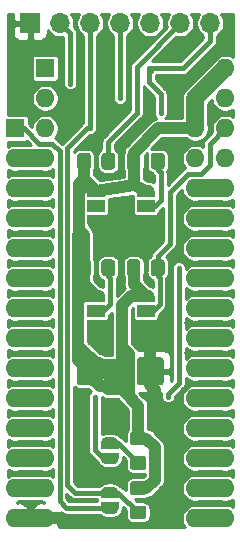
<source format=gbr>
G04 #@! TF.GenerationSoftware,KiCad,Pcbnew,(5.1.5)-3*
G04 #@! TF.CreationDate,2020-05-12T21:47:34-04:00*
G04 #@! TF.ProjectId,27xxx_to_27c080,32377878-785f-4746-9f5f-323763303830,rev?*
G04 #@! TF.SameCoordinates,Original*
G04 #@! TF.FileFunction,Copper,L2,Bot*
G04 #@! TF.FilePolarity,Positive*
%FSLAX46Y46*%
G04 Gerber Fmt 4.6, Leading zero omitted, Abs format (unit mm)*
G04 Created by KiCad (PCBNEW (5.1.5)-3) date 2020-05-12 21:47:34*
%MOMM*%
%LPD*%
G04 APERTURE LIST*
%ADD10R,1.700000X1.700000*%
%ADD11O,1.700000X1.700000*%
%ADD12C,0.100000*%
%ADD13R,1.600000X1.600000*%
%ADD14O,1.600000X1.600000*%
%ADD15R,1.500000X1.000000*%
%ADD16C,0.350000*%
%ADD17C,0.800000*%
%ADD18C,1.500000*%
%ADD19C,1.000000*%
%ADD20C,0.454000*%
%ADD21C,0.234000*%
G04 APERTURE END LIST*
D10*
X138430000Y-82550000D03*
D11*
X140970000Y-82550000D03*
X143510000Y-82550000D03*
X146050000Y-82550000D03*
X148590000Y-82550000D03*
X151130000Y-82550000D03*
X153670000Y-82550000D03*
G04 #@! TA.AperFunction,SMDPad,CuDef*
D12*
G36*
X144411000Y-118595000D02*
G01*
X144411000Y-118095000D01*
X144411602Y-118095000D01*
X144411602Y-118070466D01*
X144416412Y-118021635D01*
X144425984Y-117973510D01*
X144440228Y-117926555D01*
X144459005Y-117881222D01*
X144482136Y-117837949D01*
X144509396Y-117797150D01*
X144540524Y-117759221D01*
X144575221Y-117724524D01*
X144613150Y-117693396D01*
X144653949Y-117666136D01*
X144697222Y-117643005D01*
X144742555Y-117624228D01*
X144789510Y-117609984D01*
X144837635Y-117600412D01*
X144886466Y-117595602D01*
X144911000Y-117595602D01*
X144911000Y-117595000D01*
X145411000Y-117595000D01*
X145411000Y-117595602D01*
X145435534Y-117595602D01*
X145484365Y-117600412D01*
X145532490Y-117609984D01*
X145579445Y-117624228D01*
X145624778Y-117643005D01*
X145668051Y-117666136D01*
X145708850Y-117693396D01*
X145746779Y-117724524D01*
X145781476Y-117759221D01*
X145812604Y-117797150D01*
X145839864Y-117837949D01*
X145862995Y-117881222D01*
X145881772Y-117926555D01*
X145896016Y-117973510D01*
X145905588Y-118021635D01*
X145910398Y-118070466D01*
X145910398Y-118095000D01*
X145911000Y-118095000D01*
X145911000Y-118595000D01*
X144411000Y-118595000D01*
G37*
G04 #@! TD.AperFunction*
G04 #@! TA.AperFunction,SMDPad,CuDef*
G36*
X145910398Y-119395000D02*
G01*
X145910398Y-119419534D01*
X145905588Y-119468365D01*
X145896016Y-119516490D01*
X145881772Y-119563445D01*
X145862995Y-119608778D01*
X145839864Y-119652051D01*
X145812604Y-119692850D01*
X145781476Y-119730779D01*
X145746779Y-119765476D01*
X145708850Y-119796604D01*
X145668051Y-119823864D01*
X145624778Y-119846995D01*
X145579445Y-119865772D01*
X145532490Y-119880016D01*
X145484365Y-119889588D01*
X145435534Y-119894398D01*
X145411000Y-119894398D01*
X145411000Y-119895000D01*
X144911000Y-119895000D01*
X144911000Y-119894398D01*
X144886466Y-119894398D01*
X144837635Y-119889588D01*
X144789510Y-119880016D01*
X144742555Y-119865772D01*
X144697222Y-119846995D01*
X144653949Y-119823864D01*
X144613150Y-119796604D01*
X144575221Y-119765476D01*
X144540524Y-119730779D01*
X144509396Y-119692850D01*
X144482136Y-119652051D01*
X144459005Y-119608778D01*
X144440228Y-119563445D01*
X144425984Y-119516490D01*
X144416412Y-119468365D01*
X144411602Y-119419534D01*
X144411602Y-119395000D01*
X144411000Y-119395000D01*
X144411000Y-118895000D01*
X145911000Y-118895000D01*
X145911000Y-119395000D01*
X145910398Y-119395000D01*
G37*
G04 #@! TD.AperFunction*
G04 #@! TA.AperFunction,SMDPad,CuDef*
G36*
X145910398Y-123586000D02*
G01*
X145910398Y-123610534D01*
X145905588Y-123659365D01*
X145896016Y-123707490D01*
X145881772Y-123754445D01*
X145862995Y-123799778D01*
X145839864Y-123843051D01*
X145812604Y-123883850D01*
X145781476Y-123921779D01*
X145746779Y-123956476D01*
X145708850Y-123987604D01*
X145668051Y-124014864D01*
X145624778Y-124037995D01*
X145579445Y-124056772D01*
X145532490Y-124071016D01*
X145484365Y-124080588D01*
X145435534Y-124085398D01*
X145411000Y-124085398D01*
X145411000Y-124086000D01*
X144911000Y-124086000D01*
X144911000Y-124085398D01*
X144886466Y-124085398D01*
X144837635Y-124080588D01*
X144789510Y-124071016D01*
X144742555Y-124056772D01*
X144697222Y-124037995D01*
X144653949Y-124014864D01*
X144613150Y-123987604D01*
X144575221Y-123956476D01*
X144540524Y-123921779D01*
X144509396Y-123883850D01*
X144482136Y-123843051D01*
X144459005Y-123799778D01*
X144440228Y-123754445D01*
X144425984Y-123707490D01*
X144416412Y-123659365D01*
X144411602Y-123610534D01*
X144411602Y-123586000D01*
X144411000Y-123586000D01*
X144411000Y-123086000D01*
X145911000Y-123086000D01*
X145911000Y-123586000D01*
X145910398Y-123586000D01*
G37*
G04 #@! TD.AperFunction*
G04 #@! TA.AperFunction,SMDPad,CuDef*
G36*
X144411000Y-122786000D02*
G01*
X144411000Y-122286000D01*
X144411602Y-122286000D01*
X144411602Y-122261466D01*
X144416412Y-122212635D01*
X144425984Y-122164510D01*
X144440228Y-122117555D01*
X144459005Y-122072222D01*
X144482136Y-122028949D01*
X144509396Y-121988150D01*
X144540524Y-121950221D01*
X144575221Y-121915524D01*
X144613150Y-121884396D01*
X144653949Y-121857136D01*
X144697222Y-121834005D01*
X144742555Y-121815228D01*
X144789510Y-121800984D01*
X144837635Y-121791412D01*
X144886466Y-121786602D01*
X144911000Y-121786602D01*
X144911000Y-121786000D01*
X145411000Y-121786000D01*
X145411000Y-121786602D01*
X145435534Y-121786602D01*
X145484365Y-121791412D01*
X145532490Y-121800984D01*
X145579445Y-121815228D01*
X145624778Y-121834005D01*
X145668051Y-121857136D01*
X145708850Y-121884396D01*
X145746779Y-121915524D01*
X145781476Y-121950221D01*
X145812604Y-121988150D01*
X145839864Y-122028949D01*
X145862995Y-122072222D01*
X145881772Y-122117555D01*
X145896016Y-122164510D01*
X145905588Y-122212635D01*
X145910398Y-122261466D01*
X145910398Y-122286000D01*
X145911000Y-122286000D01*
X145911000Y-122786000D01*
X144411000Y-122786000D01*
G37*
G04 #@! TD.AperFunction*
G04 #@! TA.AperFunction,SMDPad,CuDef*
G36*
X148048505Y-119196204D02*
G01*
X148072773Y-119199804D01*
X148096572Y-119205765D01*
X148119671Y-119214030D01*
X148141850Y-119224520D01*
X148162893Y-119237132D01*
X148182599Y-119251747D01*
X148200777Y-119268223D01*
X148217253Y-119286401D01*
X148231868Y-119306107D01*
X148244480Y-119327150D01*
X148254970Y-119349329D01*
X148263235Y-119372428D01*
X148269196Y-119396227D01*
X148272796Y-119420495D01*
X148274000Y-119444999D01*
X148274000Y-120095001D01*
X148272796Y-120119505D01*
X148269196Y-120143773D01*
X148263235Y-120167572D01*
X148254970Y-120190671D01*
X148244480Y-120212850D01*
X148231868Y-120233893D01*
X148217253Y-120253599D01*
X148200777Y-120271777D01*
X148182599Y-120288253D01*
X148162893Y-120302868D01*
X148141850Y-120315480D01*
X148119671Y-120325970D01*
X148096572Y-120334235D01*
X148072773Y-120340196D01*
X148048505Y-120343796D01*
X148024001Y-120345000D01*
X147123999Y-120345000D01*
X147099495Y-120343796D01*
X147075227Y-120340196D01*
X147051428Y-120334235D01*
X147028329Y-120325970D01*
X147006150Y-120315480D01*
X146985107Y-120302868D01*
X146965401Y-120288253D01*
X146947223Y-120271777D01*
X146930747Y-120253599D01*
X146916132Y-120233893D01*
X146903520Y-120212850D01*
X146893030Y-120190671D01*
X146884765Y-120167572D01*
X146878804Y-120143773D01*
X146875204Y-120119505D01*
X146874000Y-120095001D01*
X146874000Y-119444999D01*
X146875204Y-119420495D01*
X146878804Y-119396227D01*
X146884765Y-119372428D01*
X146893030Y-119349329D01*
X146903520Y-119327150D01*
X146916132Y-119306107D01*
X146930747Y-119286401D01*
X146947223Y-119268223D01*
X146965401Y-119251747D01*
X146985107Y-119237132D01*
X147006150Y-119224520D01*
X147028329Y-119214030D01*
X147051428Y-119205765D01*
X147075227Y-119199804D01*
X147099495Y-119196204D01*
X147123999Y-119195000D01*
X148024001Y-119195000D01*
X148048505Y-119196204D01*
G37*
G04 #@! TD.AperFunction*
G04 #@! TA.AperFunction,SMDPad,CuDef*
G36*
X148048505Y-117146204D02*
G01*
X148072773Y-117149804D01*
X148096572Y-117155765D01*
X148119671Y-117164030D01*
X148141850Y-117174520D01*
X148162893Y-117187132D01*
X148182599Y-117201747D01*
X148200777Y-117218223D01*
X148217253Y-117236401D01*
X148231868Y-117256107D01*
X148244480Y-117277150D01*
X148254970Y-117299329D01*
X148263235Y-117322428D01*
X148269196Y-117346227D01*
X148272796Y-117370495D01*
X148274000Y-117394999D01*
X148274000Y-118045001D01*
X148272796Y-118069505D01*
X148269196Y-118093773D01*
X148263235Y-118117572D01*
X148254970Y-118140671D01*
X148244480Y-118162850D01*
X148231868Y-118183893D01*
X148217253Y-118203599D01*
X148200777Y-118221777D01*
X148182599Y-118238253D01*
X148162893Y-118252868D01*
X148141850Y-118265480D01*
X148119671Y-118275970D01*
X148096572Y-118284235D01*
X148072773Y-118290196D01*
X148048505Y-118293796D01*
X148024001Y-118295000D01*
X147123999Y-118295000D01*
X147099495Y-118293796D01*
X147075227Y-118290196D01*
X147051428Y-118284235D01*
X147028329Y-118275970D01*
X147006150Y-118265480D01*
X146985107Y-118252868D01*
X146965401Y-118238253D01*
X146947223Y-118221777D01*
X146930747Y-118203599D01*
X146916132Y-118183893D01*
X146903520Y-118162850D01*
X146893030Y-118140671D01*
X146884765Y-118117572D01*
X146878804Y-118093773D01*
X146875204Y-118069505D01*
X146874000Y-118045001D01*
X146874000Y-117394999D01*
X146875204Y-117370495D01*
X146878804Y-117346227D01*
X146884765Y-117322428D01*
X146893030Y-117299329D01*
X146903520Y-117277150D01*
X146916132Y-117256107D01*
X146930747Y-117236401D01*
X146947223Y-117218223D01*
X146965401Y-117201747D01*
X146985107Y-117187132D01*
X147006150Y-117174520D01*
X147028329Y-117164030D01*
X147051428Y-117155765D01*
X147075227Y-117149804D01*
X147099495Y-117146204D01*
X147123999Y-117145000D01*
X148024001Y-117145000D01*
X148048505Y-117146204D01*
G37*
G04 #@! TD.AperFunction*
G04 #@! TA.AperFunction,SMDPad,CuDef*
G36*
X148048505Y-121337204D02*
G01*
X148072773Y-121340804D01*
X148096572Y-121346765D01*
X148119671Y-121355030D01*
X148141850Y-121365520D01*
X148162893Y-121378132D01*
X148182599Y-121392747D01*
X148200777Y-121409223D01*
X148217253Y-121427401D01*
X148231868Y-121447107D01*
X148244480Y-121468150D01*
X148254970Y-121490329D01*
X148263235Y-121513428D01*
X148269196Y-121537227D01*
X148272796Y-121561495D01*
X148274000Y-121585999D01*
X148274000Y-122236001D01*
X148272796Y-122260505D01*
X148269196Y-122284773D01*
X148263235Y-122308572D01*
X148254970Y-122331671D01*
X148244480Y-122353850D01*
X148231868Y-122374893D01*
X148217253Y-122394599D01*
X148200777Y-122412777D01*
X148182599Y-122429253D01*
X148162893Y-122443868D01*
X148141850Y-122456480D01*
X148119671Y-122466970D01*
X148096572Y-122475235D01*
X148072773Y-122481196D01*
X148048505Y-122484796D01*
X148024001Y-122486000D01*
X147123999Y-122486000D01*
X147099495Y-122484796D01*
X147075227Y-122481196D01*
X147051428Y-122475235D01*
X147028329Y-122466970D01*
X147006150Y-122456480D01*
X146985107Y-122443868D01*
X146965401Y-122429253D01*
X146947223Y-122412777D01*
X146930747Y-122394599D01*
X146916132Y-122374893D01*
X146903520Y-122353850D01*
X146893030Y-122331671D01*
X146884765Y-122308572D01*
X146878804Y-122284773D01*
X146875204Y-122260505D01*
X146874000Y-122236001D01*
X146874000Y-121585999D01*
X146875204Y-121561495D01*
X146878804Y-121537227D01*
X146884765Y-121513428D01*
X146893030Y-121490329D01*
X146903520Y-121468150D01*
X146916132Y-121447107D01*
X146930747Y-121427401D01*
X146947223Y-121409223D01*
X146965401Y-121392747D01*
X146985107Y-121378132D01*
X147006150Y-121365520D01*
X147028329Y-121355030D01*
X147051428Y-121346765D01*
X147075227Y-121340804D01*
X147099495Y-121337204D01*
X147123999Y-121336000D01*
X148024001Y-121336000D01*
X148048505Y-121337204D01*
G37*
G04 #@! TD.AperFunction*
G04 #@! TA.AperFunction,SMDPad,CuDef*
G36*
X148048505Y-123387204D02*
G01*
X148072773Y-123390804D01*
X148096572Y-123396765D01*
X148119671Y-123405030D01*
X148141850Y-123415520D01*
X148162893Y-123428132D01*
X148182599Y-123442747D01*
X148200777Y-123459223D01*
X148217253Y-123477401D01*
X148231868Y-123497107D01*
X148244480Y-123518150D01*
X148254970Y-123540329D01*
X148263235Y-123563428D01*
X148269196Y-123587227D01*
X148272796Y-123611495D01*
X148274000Y-123635999D01*
X148274000Y-124286001D01*
X148272796Y-124310505D01*
X148269196Y-124334773D01*
X148263235Y-124358572D01*
X148254970Y-124381671D01*
X148244480Y-124403850D01*
X148231868Y-124424893D01*
X148217253Y-124444599D01*
X148200777Y-124462777D01*
X148182599Y-124479253D01*
X148162893Y-124493868D01*
X148141850Y-124506480D01*
X148119671Y-124516970D01*
X148096572Y-124525235D01*
X148072773Y-124531196D01*
X148048505Y-124534796D01*
X148024001Y-124536000D01*
X147123999Y-124536000D01*
X147099495Y-124534796D01*
X147075227Y-124531196D01*
X147051428Y-124525235D01*
X147028329Y-124516970D01*
X147006150Y-124506480D01*
X146985107Y-124493868D01*
X146965401Y-124479253D01*
X146947223Y-124462777D01*
X146930747Y-124444599D01*
X146916132Y-124424893D01*
X146903520Y-124403850D01*
X146893030Y-124381671D01*
X146884765Y-124358572D01*
X146878804Y-124334773D01*
X146875204Y-124310505D01*
X146874000Y-124286001D01*
X146874000Y-123635999D01*
X146875204Y-123611495D01*
X146878804Y-123587227D01*
X146884765Y-123563428D01*
X146893030Y-123540329D01*
X146903520Y-123518150D01*
X146916132Y-123497107D01*
X146930747Y-123477401D01*
X146947223Y-123459223D01*
X146965401Y-123442747D01*
X146985107Y-123428132D01*
X147006150Y-123415520D01*
X147028329Y-123405030D01*
X147051428Y-123396765D01*
X147075227Y-123390804D01*
X147099495Y-123387204D01*
X147123999Y-123386000D01*
X148024001Y-123386000D01*
X148048505Y-123387204D01*
G37*
G04 #@! TD.AperFunction*
G04 #@! TA.AperFunction,SMDPad,CuDef*
G36*
X145392505Y-102552204D02*
G01*
X145416773Y-102555804D01*
X145440572Y-102561765D01*
X145463671Y-102570030D01*
X145485850Y-102580520D01*
X145506893Y-102593132D01*
X145526599Y-102607747D01*
X145544777Y-102624223D01*
X145561253Y-102642401D01*
X145575868Y-102662107D01*
X145588480Y-102683150D01*
X145598970Y-102705329D01*
X145607235Y-102728428D01*
X145613196Y-102752227D01*
X145616796Y-102776495D01*
X145618000Y-102800999D01*
X145618000Y-103701001D01*
X145616796Y-103725505D01*
X145613196Y-103749773D01*
X145607235Y-103773572D01*
X145598970Y-103796671D01*
X145588480Y-103818850D01*
X145575868Y-103839893D01*
X145561253Y-103859599D01*
X145544777Y-103877777D01*
X145526599Y-103894253D01*
X145506893Y-103908868D01*
X145485850Y-103921480D01*
X145463671Y-103931970D01*
X145440572Y-103940235D01*
X145416773Y-103946196D01*
X145392505Y-103949796D01*
X145368001Y-103951000D01*
X144717999Y-103951000D01*
X144693495Y-103949796D01*
X144669227Y-103946196D01*
X144645428Y-103940235D01*
X144622329Y-103931970D01*
X144600150Y-103921480D01*
X144579107Y-103908868D01*
X144559401Y-103894253D01*
X144541223Y-103877777D01*
X144524747Y-103859599D01*
X144510132Y-103839893D01*
X144497520Y-103818850D01*
X144487030Y-103796671D01*
X144478765Y-103773572D01*
X144472804Y-103749773D01*
X144469204Y-103725505D01*
X144468000Y-103701001D01*
X144468000Y-102800999D01*
X144469204Y-102776495D01*
X144472804Y-102752227D01*
X144478765Y-102728428D01*
X144487030Y-102705329D01*
X144497520Y-102683150D01*
X144510132Y-102662107D01*
X144524747Y-102642401D01*
X144541223Y-102624223D01*
X144559401Y-102607747D01*
X144579107Y-102593132D01*
X144600150Y-102580520D01*
X144622329Y-102570030D01*
X144645428Y-102561765D01*
X144669227Y-102555804D01*
X144693495Y-102552204D01*
X144717999Y-102551000D01*
X145368001Y-102551000D01*
X145392505Y-102552204D01*
G37*
G04 #@! TD.AperFunction*
G04 #@! TA.AperFunction,SMDPad,CuDef*
G36*
X143342505Y-102552204D02*
G01*
X143366773Y-102555804D01*
X143390572Y-102561765D01*
X143413671Y-102570030D01*
X143435850Y-102580520D01*
X143456893Y-102593132D01*
X143476599Y-102607747D01*
X143494777Y-102624223D01*
X143511253Y-102642401D01*
X143525868Y-102662107D01*
X143538480Y-102683150D01*
X143548970Y-102705329D01*
X143557235Y-102728428D01*
X143563196Y-102752227D01*
X143566796Y-102776495D01*
X143568000Y-102800999D01*
X143568000Y-103701001D01*
X143566796Y-103725505D01*
X143563196Y-103749773D01*
X143557235Y-103773572D01*
X143548970Y-103796671D01*
X143538480Y-103818850D01*
X143525868Y-103839893D01*
X143511253Y-103859599D01*
X143494777Y-103877777D01*
X143476599Y-103894253D01*
X143456893Y-103908868D01*
X143435850Y-103921480D01*
X143413671Y-103931970D01*
X143390572Y-103940235D01*
X143366773Y-103946196D01*
X143342505Y-103949796D01*
X143318001Y-103951000D01*
X142667999Y-103951000D01*
X142643495Y-103949796D01*
X142619227Y-103946196D01*
X142595428Y-103940235D01*
X142572329Y-103931970D01*
X142550150Y-103921480D01*
X142529107Y-103908868D01*
X142509401Y-103894253D01*
X142491223Y-103877777D01*
X142474747Y-103859599D01*
X142460132Y-103839893D01*
X142447520Y-103818850D01*
X142437030Y-103796671D01*
X142428765Y-103773572D01*
X142422804Y-103749773D01*
X142419204Y-103725505D01*
X142418000Y-103701001D01*
X142418000Y-102800999D01*
X142419204Y-102776495D01*
X142422804Y-102752227D01*
X142428765Y-102728428D01*
X142437030Y-102705329D01*
X142447520Y-102683150D01*
X142460132Y-102662107D01*
X142474747Y-102642401D01*
X142491223Y-102624223D01*
X142509401Y-102607747D01*
X142529107Y-102593132D01*
X142550150Y-102580520D01*
X142572329Y-102570030D01*
X142595428Y-102561765D01*
X142619227Y-102555804D01*
X142643495Y-102552204D01*
X142667999Y-102551000D01*
X143318001Y-102551000D01*
X143342505Y-102552204D01*
G37*
G04 #@! TD.AperFunction*
G04 #@! TA.AperFunction,SMDPad,CuDef*
G36*
X147533505Y-102552204D02*
G01*
X147557773Y-102555804D01*
X147581572Y-102561765D01*
X147604671Y-102570030D01*
X147626850Y-102580520D01*
X147647893Y-102593132D01*
X147667599Y-102607747D01*
X147685777Y-102624223D01*
X147702253Y-102642401D01*
X147716868Y-102662107D01*
X147729480Y-102683150D01*
X147739970Y-102705329D01*
X147748235Y-102728428D01*
X147754196Y-102752227D01*
X147757796Y-102776495D01*
X147759000Y-102800999D01*
X147759000Y-103701001D01*
X147757796Y-103725505D01*
X147754196Y-103749773D01*
X147748235Y-103773572D01*
X147739970Y-103796671D01*
X147729480Y-103818850D01*
X147716868Y-103839893D01*
X147702253Y-103859599D01*
X147685777Y-103877777D01*
X147667599Y-103894253D01*
X147647893Y-103908868D01*
X147626850Y-103921480D01*
X147604671Y-103931970D01*
X147581572Y-103940235D01*
X147557773Y-103946196D01*
X147533505Y-103949796D01*
X147509001Y-103951000D01*
X146858999Y-103951000D01*
X146834495Y-103949796D01*
X146810227Y-103946196D01*
X146786428Y-103940235D01*
X146763329Y-103931970D01*
X146741150Y-103921480D01*
X146720107Y-103908868D01*
X146700401Y-103894253D01*
X146682223Y-103877777D01*
X146665747Y-103859599D01*
X146651132Y-103839893D01*
X146638520Y-103818850D01*
X146628030Y-103796671D01*
X146619765Y-103773572D01*
X146613804Y-103749773D01*
X146610204Y-103725505D01*
X146609000Y-103701001D01*
X146609000Y-102800999D01*
X146610204Y-102776495D01*
X146613804Y-102752227D01*
X146619765Y-102728428D01*
X146628030Y-102705329D01*
X146638520Y-102683150D01*
X146651132Y-102662107D01*
X146665747Y-102642401D01*
X146682223Y-102624223D01*
X146700401Y-102607747D01*
X146720107Y-102593132D01*
X146741150Y-102580520D01*
X146763329Y-102570030D01*
X146786428Y-102561765D01*
X146810227Y-102555804D01*
X146834495Y-102552204D01*
X146858999Y-102551000D01*
X147509001Y-102551000D01*
X147533505Y-102552204D01*
G37*
G04 #@! TD.AperFunction*
G04 #@! TA.AperFunction,SMDPad,CuDef*
G36*
X149583505Y-102552204D02*
G01*
X149607773Y-102555804D01*
X149631572Y-102561765D01*
X149654671Y-102570030D01*
X149676850Y-102580520D01*
X149697893Y-102593132D01*
X149717599Y-102607747D01*
X149735777Y-102624223D01*
X149752253Y-102642401D01*
X149766868Y-102662107D01*
X149779480Y-102683150D01*
X149789970Y-102705329D01*
X149798235Y-102728428D01*
X149804196Y-102752227D01*
X149807796Y-102776495D01*
X149809000Y-102800999D01*
X149809000Y-103701001D01*
X149807796Y-103725505D01*
X149804196Y-103749773D01*
X149798235Y-103773572D01*
X149789970Y-103796671D01*
X149779480Y-103818850D01*
X149766868Y-103839893D01*
X149752253Y-103859599D01*
X149735777Y-103877777D01*
X149717599Y-103894253D01*
X149697893Y-103908868D01*
X149676850Y-103921480D01*
X149654671Y-103931970D01*
X149631572Y-103940235D01*
X149607773Y-103946196D01*
X149583505Y-103949796D01*
X149559001Y-103951000D01*
X148908999Y-103951000D01*
X148884495Y-103949796D01*
X148860227Y-103946196D01*
X148836428Y-103940235D01*
X148813329Y-103931970D01*
X148791150Y-103921480D01*
X148770107Y-103908868D01*
X148750401Y-103894253D01*
X148732223Y-103877777D01*
X148715747Y-103859599D01*
X148701132Y-103839893D01*
X148688520Y-103818850D01*
X148678030Y-103796671D01*
X148669765Y-103773572D01*
X148663804Y-103749773D01*
X148660204Y-103725505D01*
X148659000Y-103701001D01*
X148659000Y-102800999D01*
X148660204Y-102776495D01*
X148663804Y-102752227D01*
X148669765Y-102728428D01*
X148678030Y-102705329D01*
X148688520Y-102683150D01*
X148701132Y-102662107D01*
X148715747Y-102642401D01*
X148732223Y-102624223D01*
X148750401Y-102607747D01*
X148770107Y-102593132D01*
X148791150Y-102580520D01*
X148813329Y-102570030D01*
X148836428Y-102561765D01*
X148860227Y-102555804D01*
X148884495Y-102552204D01*
X148908999Y-102551000D01*
X149559001Y-102551000D01*
X149583505Y-102552204D01*
G37*
G04 #@! TD.AperFunction*
G04 #@! TA.AperFunction,SMDPad,CuDef*
G36*
X145392505Y-93535204D02*
G01*
X145416773Y-93538804D01*
X145440572Y-93544765D01*
X145463671Y-93553030D01*
X145485850Y-93563520D01*
X145506893Y-93576132D01*
X145526599Y-93590747D01*
X145544777Y-93607223D01*
X145561253Y-93625401D01*
X145575868Y-93645107D01*
X145588480Y-93666150D01*
X145598970Y-93688329D01*
X145607235Y-93711428D01*
X145613196Y-93735227D01*
X145616796Y-93759495D01*
X145618000Y-93783999D01*
X145618000Y-94684001D01*
X145616796Y-94708505D01*
X145613196Y-94732773D01*
X145607235Y-94756572D01*
X145598970Y-94779671D01*
X145588480Y-94801850D01*
X145575868Y-94822893D01*
X145561253Y-94842599D01*
X145544777Y-94860777D01*
X145526599Y-94877253D01*
X145506893Y-94891868D01*
X145485850Y-94904480D01*
X145463671Y-94914970D01*
X145440572Y-94923235D01*
X145416773Y-94929196D01*
X145392505Y-94932796D01*
X145368001Y-94934000D01*
X144717999Y-94934000D01*
X144693495Y-94932796D01*
X144669227Y-94929196D01*
X144645428Y-94923235D01*
X144622329Y-94914970D01*
X144600150Y-94904480D01*
X144579107Y-94891868D01*
X144559401Y-94877253D01*
X144541223Y-94860777D01*
X144524747Y-94842599D01*
X144510132Y-94822893D01*
X144497520Y-94801850D01*
X144487030Y-94779671D01*
X144478765Y-94756572D01*
X144472804Y-94732773D01*
X144469204Y-94708505D01*
X144468000Y-94684001D01*
X144468000Y-93783999D01*
X144469204Y-93759495D01*
X144472804Y-93735227D01*
X144478765Y-93711428D01*
X144487030Y-93688329D01*
X144497520Y-93666150D01*
X144510132Y-93645107D01*
X144524747Y-93625401D01*
X144541223Y-93607223D01*
X144559401Y-93590747D01*
X144579107Y-93576132D01*
X144600150Y-93563520D01*
X144622329Y-93553030D01*
X144645428Y-93544765D01*
X144669227Y-93538804D01*
X144693495Y-93535204D01*
X144717999Y-93534000D01*
X145368001Y-93534000D01*
X145392505Y-93535204D01*
G37*
G04 #@! TD.AperFunction*
G04 #@! TA.AperFunction,SMDPad,CuDef*
G36*
X143342505Y-93535204D02*
G01*
X143366773Y-93538804D01*
X143390572Y-93544765D01*
X143413671Y-93553030D01*
X143435850Y-93563520D01*
X143456893Y-93576132D01*
X143476599Y-93590747D01*
X143494777Y-93607223D01*
X143511253Y-93625401D01*
X143525868Y-93645107D01*
X143538480Y-93666150D01*
X143548970Y-93688329D01*
X143557235Y-93711428D01*
X143563196Y-93735227D01*
X143566796Y-93759495D01*
X143568000Y-93783999D01*
X143568000Y-94684001D01*
X143566796Y-94708505D01*
X143563196Y-94732773D01*
X143557235Y-94756572D01*
X143548970Y-94779671D01*
X143538480Y-94801850D01*
X143525868Y-94822893D01*
X143511253Y-94842599D01*
X143494777Y-94860777D01*
X143476599Y-94877253D01*
X143456893Y-94891868D01*
X143435850Y-94904480D01*
X143413671Y-94914970D01*
X143390572Y-94923235D01*
X143366773Y-94929196D01*
X143342505Y-94932796D01*
X143318001Y-94934000D01*
X142667999Y-94934000D01*
X142643495Y-94932796D01*
X142619227Y-94929196D01*
X142595428Y-94923235D01*
X142572329Y-94914970D01*
X142550150Y-94904480D01*
X142529107Y-94891868D01*
X142509401Y-94877253D01*
X142491223Y-94860777D01*
X142474747Y-94842599D01*
X142460132Y-94822893D01*
X142447520Y-94801850D01*
X142437030Y-94779671D01*
X142428765Y-94756572D01*
X142422804Y-94732773D01*
X142419204Y-94708505D01*
X142418000Y-94684001D01*
X142418000Y-93783999D01*
X142419204Y-93759495D01*
X142422804Y-93735227D01*
X142428765Y-93711428D01*
X142437030Y-93688329D01*
X142447520Y-93666150D01*
X142460132Y-93645107D01*
X142474747Y-93625401D01*
X142491223Y-93607223D01*
X142509401Y-93590747D01*
X142529107Y-93576132D01*
X142550150Y-93563520D01*
X142572329Y-93553030D01*
X142595428Y-93544765D01*
X142619227Y-93538804D01*
X142643495Y-93535204D01*
X142667999Y-93534000D01*
X143318001Y-93534000D01*
X143342505Y-93535204D01*
G37*
G04 #@! TD.AperFunction*
G04 #@! TA.AperFunction,SMDPad,CuDef*
G36*
X147533505Y-93535204D02*
G01*
X147557773Y-93538804D01*
X147581572Y-93544765D01*
X147604671Y-93553030D01*
X147626850Y-93563520D01*
X147647893Y-93576132D01*
X147667599Y-93590747D01*
X147685777Y-93607223D01*
X147702253Y-93625401D01*
X147716868Y-93645107D01*
X147729480Y-93666150D01*
X147739970Y-93688329D01*
X147748235Y-93711428D01*
X147754196Y-93735227D01*
X147757796Y-93759495D01*
X147759000Y-93783999D01*
X147759000Y-94684001D01*
X147757796Y-94708505D01*
X147754196Y-94732773D01*
X147748235Y-94756572D01*
X147739970Y-94779671D01*
X147729480Y-94801850D01*
X147716868Y-94822893D01*
X147702253Y-94842599D01*
X147685777Y-94860777D01*
X147667599Y-94877253D01*
X147647893Y-94891868D01*
X147626850Y-94904480D01*
X147604671Y-94914970D01*
X147581572Y-94923235D01*
X147557773Y-94929196D01*
X147533505Y-94932796D01*
X147509001Y-94934000D01*
X146858999Y-94934000D01*
X146834495Y-94932796D01*
X146810227Y-94929196D01*
X146786428Y-94923235D01*
X146763329Y-94914970D01*
X146741150Y-94904480D01*
X146720107Y-94891868D01*
X146700401Y-94877253D01*
X146682223Y-94860777D01*
X146665747Y-94842599D01*
X146651132Y-94822893D01*
X146638520Y-94801850D01*
X146628030Y-94779671D01*
X146619765Y-94756572D01*
X146613804Y-94732773D01*
X146610204Y-94708505D01*
X146609000Y-94684001D01*
X146609000Y-93783999D01*
X146610204Y-93759495D01*
X146613804Y-93735227D01*
X146619765Y-93711428D01*
X146628030Y-93688329D01*
X146638520Y-93666150D01*
X146651132Y-93645107D01*
X146665747Y-93625401D01*
X146682223Y-93607223D01*
X146700401Y-93590747D01*
X146720107Y-93576132D01*
X146741150Y-93563520D01*
X146763329Y-93553030D01*
X146786428Y-93544765D01*
X146810227Y-93538804D01*
X146834495Y-93535204D01*
X146858999Y-93534000D01*
X147509001Y-93534000D01*
X147533505Y-93535204D01*
G37*
G04 #@! TD.AperFunction*
G04 #@! TA.AperFunction,SMDPad,CuDef*
G36*
X149583505Y-93535204D02*
G01*
X149607773Y-93538804D01*
X149631572Y-93544765D01*
X149654671Y-93553030D01*
X149676850Y-93563520D01*
X149697893Y-93576132D01*
X149717599Y-93590747D01*
X149735777Y-93607223D01*
X149752253Y-93625401D01*
X149766868Y-93645107D01*
X149779480Y-93666150D01*
X149789970Y-93688329D01*
X149798235Y-93711428D01*
X149804196Y-93735227D01*
X149807796Y-93759495D01*
X149809000Y-93783999D01*
X149809000Y-94684001D01*
X149807796Y-94708505D01*
X149804196Y-94732773D01*
X149798235Y-94756572D01*
X149789970Y-94779671D01*
X149779480Y-94801850D01*
X149766868Y-94822893D01*
X149752253Y-94842599D01*
X149735777Y-94860777D01*
X149717599Y-94877253D01*
X149697893Y-94891868D01*
X149676850Y-94904480D01*
X149654671Y-94914970D01*
X149631572Y-94923235D01*
X149607773Y-94929196D01*
X149583505Y-94932796D01*
X149559001Y-94934000D01*
X148908999Y-94934000D01*
X148884495Y-94932796D01*
X148860227Y-94929196D01*
X148836428Y-94923235D01*
X148813329Y-94914970D01*
X148791150Y-94904480D01*
X148770107Y-94891868D01*
X148750401Y-94877253D01*
X148732223Y-94860777D01*
X148715747Y-94842599D01*
X148701132Y-94822893D01*
X148688520Y-94801850D01*
X148678030Y-94779671D01*
X148669765Y-94756572D01*
X148663804Y-94732773D01*
X148660204Y-94708505D01*
X148659000Y-94684001D01*
X148659000Y-93783999D01*
X148660204Y-93759495D01*
X148663804Y-93735227D01*
X148669765Y-93711428D01*
X148678030Y-93688329D01*
X148688520Y-93666150D01*
X148701132Y-93645107D01*
X148715747Y-93625401D01*
X148732223Y-93607223D01*
X148750401Y-93590747D01*
X148770107Y-93576132D01*
X148791150Y-93563520D01*
X148813329Y-93553030D01*
X148836428Y-93544765D01*
X148860227Y-93538804D01*
X148884495Y-93535204D01*
X148908999Y-93534000D01*
X149559001Y-93534000D01*
X149583505Y-93535204D01*
G37*
G04 #@! TD.AperFunction*
D13*
X139700000Y-86360000D03*
D14*
X154940000Y-124460000D03*
X139700000Y-88900000D03*
X154940000Y-121920000D03*
X139700000Y-91440000D03*
X154940000Y-119380000D03*
X139700000Y-93980000D03*
X154940000Y-116840000D03*
X139700000Y-96520000D03*
X154940000Y-114300000D03*
X139700000Y-99060000D03*
X154940000Y-111760000D03*
X139700000Y-101600000D03*
X154940000Y-109220000D03*
X139700000Y-104140000D03*
X154940000Y-106680000D03*
X139700000Y-106680000D03*
X154940000Y-104140000D03*
X139700000Y-109220000D03*
X154940000Y-101600000D03*
X139700000Y-111760000D03*
X154940000Y-99060000D03*
X139700000Y-114300000D03*
X154940000Y-96520000D03*
X139700000Y-116840000D03*
X154940000Y-93980000D03*
X139700000Y-119380000D03*
X154940000Y-91440000D03*
X139700000Y-121920000D03*
X154940000Y-88900000D03*
X139700000Y-124460000D03*
X154940000Y-86360000D03*
G04 #@! TA.AperFunction,SMDPad,CuDef*
D12*
G36*
X144399505Y-110840204D02*
G01*
X144423773Y-110843804D01*
X144447572Y-110849765D01*
X144470671Y-110858030D01*
X144492850Y-110868520D01*
X144513893Y-110881132D01*
X144533599Y-110895747D01*
X144551777Y-110912223D01*
X144568253Y-110930401D01*
X144582868Y-110950107D01*
X144595480Y-110971150D01*
X144605970Y-110993329D01*
X144614235Y-111016428D01*
X144620196Y-111040227D01*
X144623796Y-111064495D01*
X144625000Y-111088999D01*
X144625000Y-112939001D01*
X144623796Y-112963505D01*
X144620196Y-112987773D01*
X144614235Y-113011572D01*
X144605970Y-113034671D01*
X144595480Y-113056850D01*
X144582868Y-113077893D01*
X144568253Y-113097599D01*
X144551777Y-113115777D01*
X144533599Y-113132253D01*
X144513893Y-113146868D01*
X144492850Y-113159480D01*
X144470671Y-113169970D01*
X144447572Y-113178235D01*
X144423773Y-113184196D01*
X144399505Y-113187796D01*
X144375001Y-113189000D01*
X142624999Y-113189000D01*
X142600495Y-113187796D01*
X142576227Y-113184196D01*
X142552428Y-113178235D01*
X142529329Y-113169970D01*
X142507150Y-113159480D01*
X142486107Y-113146868D01*
X142466401Y-113132253D01*
X142448223Y-113115777D01*
X142431747Y-113097599D01*
X142417132Y-113077893D01*
X142404520Y-113056850D01*
X142394030Y-113034671D01*
X142385765Y-113011572D01*
X142379804Y-112987773D01*
X142376204Y-112963505D01*
X142375000Y-112939001D01*
X142375000Y-111088999D01*
X142376204Y-111064495D01*
X142379804Y-111040227D01*
X142385765Y-111016428D01*
X142394030Y-110993329D01*
X142404520Y-110971150D01*
X142417132Y-110950107D01*
X142431747Y-110930401D01*
X142448223Y-110912223D01*
X142466401Y-110895747D01*
X142486107Y-110881132D01*
X142507150Y-110868520D01*
X142529329Y-110858030D01*
X142552428Y-110849765D01*
X142576227Y-110843804D01*
X142600495Y-110840204D01*
X142624999Y-110839000D01*
X144375001Y-110839000D01*
X144399505Y-110840204D01*
G37*
G04 #@! TD.AperFunction*
G04 #@! TA.AperFunction,SMDPad,CuDef*
G36*
X149499505Y-110840204D02*
G01*
X149523773Y-110843804D01*
X149547572Y-110849765D01*
X149570671Y-110858030D01*
X149592850Y-110868520D01*
X149613893Y-110881132D01*
X149633599Y-110895747D01*
X149651777Y-110912223D01*
X149668253Y-110930401D01*
X149682868Y-110950107D01*
X149695480Y-110971150D01*
X149705970Y-110993329D01*
X149714235Y-111016428D01*
X149720196Y-111040227D01*
X149723796Y-111064495D01*
X149725000Y-111088999D01*
X149725000Y-112939001D01*
X149723796Y-112963505D01*
X149720196Y-112987773D01*
X149714235Y-113011572D01*
X149705970Y-113034671D01*
X149695480Y-113056850D01*
X149682868Y-113077893D01*
X149668253Y-113097599D01*
X149651777Y-113115777D01*
X149633599Y-113132253D01*
X149613893Y-113146868D01*
X149592850Y-113159480D01*
X149570671Y-113169970D01*
X149547572Y-113178235D01*
X149523773Y-113184196D01*
X149499505Y-113187796D01*
X149475001Y-113189000D01*
X147724999Y-113189000D01*
X147700495Y-113187796D01*
X147676227Y-113184196D01*
X147652428Y-113178235D01*
X147629329Y-113169970D01*
X147607150Y-113159480D01*
X147586107Y-113146868D01*
X147566401Y-113132253D01*
X147548223Y-113115777D01*
X147531747Y-113097599D01*
X147517132Y-113077893D01*
X147504520Y-113056850D01*
X147494030Y-113034671D01*
X147485765Y-113011572D01*
X147479804Y-112987773D01*
X147476204Y-112963505D01*
X147475000Y-112939001D01*
X147475000Y-111088999D01*
X147476204Y-111064495D01*
X147479804Y-111040227D01*
X147485765Y-111016428D01*
X147494030Y-110993329D01*
X147504520Y-110971150D01*
X147517132Y-110950107D01*
X147531747Y-110930401D01*
X147548223Y-110912223D01*
X147566401Y-110895747D01*
X147586107Y-110881132D01*
X147607150Y-110868520D01*
X147629329Y-110858030D01*
X147652428Y-110849765D01*
X147676227Y-110843804D01*
X147700495Y-110840204D01*
X147724999Y-110839000D01*
X149475001Y-110839000D01*
X149499505Y-110840204D01*
G37*
G04 #@! TD.AperFunction*
G04 #@! TA.AperFunction,SMDPad,CuDef*
G36*
X143268000Y-106184000D02*
G01*
X143268000Y-105634000D01*
X143268602Y-105634000D01*
X143268602Y-105609466D01*
X143273412Y-105560635D01*
X143282984Y-105512510D01*
X143297228Y-105465555D01*
X143316005Y-105420222D01*
X143339136Y-105376949D01*
X143366396Y-105336150D01*
X143397524Y-105298221D01*
X143432221Y-105263524D01*
X143470150Y-105232396D01*
X143510949Y-105205136D01*
X143554222Y-105182005D01*
X143599555Y-105163228D01*
X143646510Y-105148984D01*
X143694635Y-105139412D01*
X143743466Y-105134602D01*
X143768000Y-105134602D01*
X143768000Y-105134000D01*
X144268000Y-105134000D01*
X144268000Y-105134602D01*
X144292534Y-105134602D01*
X144341365Y-105139412D01*
X144389490Y-105148984D01*
X144436445Y-105163228D01*
X144481778Y-105182005D01*
X144525051Y-105205136D01*
X144565850Y-105232396D01*
X144603779Y-105263524D01*
X144638476Y-105298221D01*
X144669604Y-105336150D01*
X144696864Y-105376949D01*
X144719995Y-105420222D01*
X144738772Y-105465555D01*
X144753016Y-105512510D01*
X144762588Y-105560635D01*
X144767398Y-105609466D01*
X144767398Y-105634000D01*
X144768000Y-105634000D01*
X144768000Y-106184000D01*
X143268000Y-106184000D01*
G37*
G04 #@! TD.AperFunction*
G04 #@! TA.AperFunction,SMDPad,CuDef*
G36*
X144767398Y-108234000D02*
G01*
X144767398Y-108258534D01*
X144762588Y-108307365D01*
X144753016Y-108355490D01*
X144738772Y-108402445D01*
X144719995Y-108447778D01*
X144696864Y-108491051D01*
X144669604Y-108531850D01*
X144638476Y-108569779D01*
X144603779Y-108604476D01*
X144565850Y-108635604D01*
X144525051Y-108662864D01*
X144481778Y-108685995D01*
X144436445Y-108704772D01*
X144389490Y-108719016D01*
X144341365Y-108728588D01*
X144292534Y-108733398D01*
X144268000Y-108733398D01*
X144268000Y-108734000D01*
X143768000Y-108734000D01*
X143768000Y-108733398D01*
X143743466Y-108733398D01*
X143694635Y-108728588D01*
X143646510Y-108719016D01*
X143599555Y-108704772D01*
X143554222Y-108685995D01*
X143510949Y-108662864D01*
X143470150Y-108635604D01*
X143432221Y-108604476D01*
X143397524Y-108569779D01*
X143366396Y-108531850D01*
X143339136Y-108491051D01*
X143316005Y-108447778D01*
X143297228Y-108402445D01*
X143282984Y-108355490D01*
X143273412Y-108307365D01*
X143268602Y-108258534D01*
X143268602Y-108234000D01*
X143268000Y-108234000D01*
X143268000Y-107684000D01*
X144768000Y-107684000D01*
X144768000Y-108234000D01*
X144767398Y-108234000D01*
G37*
G04 #@! TD.AperFunction*
D15*
X144018000Y-106934000D03*
X148209000Y-106934000D03*
G04 #@! TA.AperFunction,SMDPad,CuDef*
D12*
G36*
X148958398Y-108234000D02*
G01*
X148958398Y-108258534D01*
X148953588Y-108307365D01*
X148944016Y-108355490D01*
X148929772Y-108402445D01*
X148910995Y-108447778D01*
X148887864Y-108491051D01*
X148860604Y-108531850D01*
X148829476Y-108569779D01*
X148794779Y-108604476D01*
X148756850Y-108635604D01*
X148716051Y-108662864D01*
X148672778Y-108685995D01*
X148627445Y-108704772D01*
X148580490Y-108719016D01*
X148532365Y-108728588D01*
X148483534Y-108733398D01*
X148459000Y-108733398D01*
X148459000Y-108734000D01*
X147959000Y-108734000D01*
X147959000Y-108733398D01*
X147934466Y-108733398D01*
X147885635Y-108728588D01*
X147837510Y-108719016D01*
X147790555Y-108704772D01*
X147745222Y-108685995D01*
X147701949Y-108662864D01*
X147661150Y-108635604D01*
X147623221Y-108604476D01*
X147588524Y-108569779D01*
X147557396Y-108531850D01*
X147530136Y-108491051D01*
X147507005Y-108447778D01*
X147488228Y-108402445D01*
X147473984Y-108355490D01*
X147464412Y-108307365D01*
X147459602Y-108258534D01*
X147459602Y-108234000D01*
X147459000Y-108234000D01*
X147459000Y-107684000D01*
X148959000Y-107684000D01*
X148959000Y-108234000D01*
X148958398Y-108234000D01*
G37*
G04 #@! TD.AperFunction*
G04 #@! TA.AperFunction,SMDPad,CuDef*
G36*
X147459000Y-106184000D02*
G01*
X147459000Y-105634000D01*
X147459602Y-105634000D01*
X147459602Y-105609466D01*
X147464412Y-105560635D01*
X147473984Y-105512510D01*
X147488228Y-105465555D01*
X147507005Y-105420222D01*
X147530136Y-105376949D01*
X147557396Y-105336150D01*
X147588524Y-105298221D01*
X147623221Y-105263524D01*
X147661150Y-105232396D01*
X147701949Y-105205136D01*
X147745222Y-105182005D01*
X147790555Y-105163228D01*
X147837510Y-105148984D01*
X147885635Y-105139412D01*
X147934466Y-105134602D01*
X147959000Y-105134602D01*
X147959000Y-105134000D01*
X148459000Y-105134000D01*
X148459000Y-105134602D01*
X148483534Y-105134602D01*
X148532365Y-105139412D01*
X148580490Y-105148984D01*
X148627445Y-105163228D01*
X148672778Y-105182005D01*
X148716051Y-105205136D01*
X148756850Y-105232396D01*
X148794779Y-105263524D01*
X148829476Y-105298221D01*
X148860604Y-105336150D01*
X148887864Y-105376949D01*
X148910995Y-105420222D01*
X148929772Y-105465555D01*
X148944016Y-105512510D01*
X148953588Y-105560635D01*
X148958398Y-105609466D01*
X148958398Y-105634000D01*
X148959000Y-105634000D01*
X148959000Y-106184000D01*
X147459000Y-106184000D01*
G37*
G04 #@! TD.AperFunction*
G04 #@! TA.AperFunction,SMDPad,CuDef*
G36*
X143268000Y-97294000D02*
G01*
X143268000Y-96744000D01*
X143268602Y-96744000D01*
X143268602Y-96719466D01*
X143273412Y-96670635D01*
X143282984Y-96622510D01*
X143297228Y-96575555D01*
X143316005Y-96530222D01*
X143339136Y-96486949D01*
X143366396Y-96446150D01*
X143397524Y-96408221D01*
X143432221Y-96373524D01*
X143470150Y-96342396D01*
X143510949Y-96315136D01*
X143554222Y-96292005D01*
X143599555Y-96273228D01*
X143646510Y-96258984D01*
X143694635Y-96249412D01*
X143743466Y-96244602D01*
X143768000Y-96244602D01*
X143768000Y-96244000D01*
X144268000Y-96244000D01*
X144268000Y-96244602D01*
X144292534Y-96244602D01*
X144341365Y-96249412D01*
X144389490Y-96258984D01*
X144436445Y-96273228D01*
X144481778Y-96292005D01*
X144525051Y-96315136D01*
X144565850Y-96342396D01*
X144603779Y-96373524D01*
X144638476Y-96408221D01*
X144669604Y-96446150D01*
X144696864Y-96486949D01*
X144719995Y-96530222D01*
X144738772Y-96575555D01*
X144753016Y-96622510D01*
X144762588Y-96670635D01*
X144767398Y-96719466D01*
X144767398Y-96744000D01*
X144768000Y-96744000D01*
X144768000Y-97294000D01*
X143268000Y-97294000D01*
G37*
G04 #@! TD.AperFunction*
G04 #@! TA.AperFunction,SMDPad,CuDef*
G36*
X144767398Y-99344000D02*
G01*
X144767398Y-99368534D01*
X144762588Y-99417365D01*
X144753016Y-99465490D01*
X144738772Y-99512445D01*
X144719995Y-99557778D01*
X144696864Y-99601051D01*
X144669604Y-99641850D01*
X144638476Y-99679779D01*
X144603779Y-99714476D01*
X144565850Y-99745604D01*
X144525051Y-99772864D01*
X144481778Y-99795995D01*
X144436445Y-99814772D01*
X144389490Y-99829016D01*
X144341365Y-99838588D01*
X144292534Y-99843398D01*
X144268000Y-99843398D01*
X144268000Y-99844000D01*
X143768000Y-99844000D01*
X143768000Y-99843398D01*
X143743466Y-99843398D01*
X143694635Y-99838588D01*
X143646510Y-99829016D01*
X143599555Y-99814772D01*
X143554222Y-99795995D01*
X143510949Y-99772864D01*
X143470150Y-99745604D01*
X143432221Y-99714476D01*
X143397524Y-99679779D01*
X143366396Y-99641850D01*
X143339136Y-99601051D01*
X143316005Y-99557778D01*
X143297228Y-99512445D01*
X143282984Y-99465490D01*
X143273412Y-99417365D01*
X143268602Y-99368534D01*
X143268602Y-99344000D01*
X143268000Y-99344000D01*
X143268000Y-98794000D01*
X144768000Y-98794000D01*
X144768000Y-99344000D01*
X144767398Y-99344000D01*
G37*
G04 #@! TD.AperFunction*
D15*
X144018000Y-98044000D03*
X148209000Y-98044000D03*
G04 #@! TA.AperFunction,SMDPad,CuDef*
D12*
G36*
X148958398Y-99344000D02*
G01*
X148958398Y-99368534D01*
X148953588Y-99417365D01*
X148944016Y-99465490D01*
X148929772Y-99512445D01*
X148910995Y-99557778D01*
X148887864Y-99601051D01*
X148860604Y-99641850D01*
X148829476Y-99679779D01*
X148794779Y-99714476D01*
X148756850Y-99745604D01*
X148716051Y-99772864D01*
X148672778Y-99795995D01*
X148627445Y-99814772D01*
X148580490Y-99829016D01*
X148532365Y-99838588D01*
X148483534Y-99843398D01*
X148459000Y-99843398D01*
X148459000Y-99844000D01*
X147959000Y-99844000D01*
X147959000Y-99843398D01*
X147934466Y-99843398D01*
X147885635Y-99838588D01*
X147837510Y-99829016D01*
X147790555Y-99814772D01*
X147745222Y-99795995D01*
X147701949Y-99772864D01*
X147661150Y-99745604D01*
X147623221Y-99714476D01*
X147588524Y-99679779D01*
X147557396Y-99641850D01*
X147530136Y-99601051D01*
X147507005Y-99557778D01*
X147488228Y-99512445D01*
X147473984Y-99465490D01*
X147464412Y-99417365D01*
X147459602Y-99368534D01*
X147459602Y-99344000D01*
X147459000Y-99344000D01*
X147459000Y-98794000D01*
X148959000Y-98794000D01*
X148959000Y-99344000D01*
X148958398Y-99344000D01*
G37*
G04 #@! TD.AperFunction*
G04 #@! TA.AperFunction,SMDPad,CuDef*
G36*
X147459000Y-97294000D02*
G01*
X147459000Y-96744000D01*
X147459602Y-96744000D01*
X147459602Y-96719466D01*
X147464412Y-96670635D01*
X147473984Y-96622510D01*
X147488228Y-96575555D01*
X147507005Y-96530222D01*
X147530136Y-96486949D01*
X147557396Y-96446150D01*
X147588524Y-96408221D01*
X147623221Y-96373524D01*
X147661150Y-96342396D01*
X147701949Y-96315136D01*
X147745222Y-96292005D01*
X147790555Y-96273228D01*
X147837510Y-96258984D01*
X147885635Y-96249412D01*
X147934466Y-96244602D01*
X147959000Y-96244602D01*
X147959000Y-96244000D01*
X148459000Y-96244000D01*
X148459000Y-96244602D01*
X148483534Y-96244602D01*
X148532365Y-96249412D01*
X148580490Y-96258984D01*
X148627445Y-96273228D01*
X148672778Y-96292005D01*
X148716051Y-96315136D01*
X148756850Y-96342396D01*
X148794779Y-96373524D01*
X148829476Y-96408221D01*
X148860604Y-96446150D01*
X148887864Y-96486949D01*
X148910995Y-96530222D01*
X148929772Y-96575555D01*
X148944016Y-96622510D01*
X148953588Y-96670635D01*
X148958398Y-96719466D01*
X148958398Y-96744000D01*
X148959000Y-96744000D01*
X148959000Y-97294000D01*
X147459000Y-97294000D01*
G37*
G04 #@! TD.AperFunction*
D13*
X137160000Y-91440000D03*
D14*
X152400000Y-124460000D03*
X137160000Y-93980000D03*
X152400000Y-121920000D03*
X137160000Y-96520000D03*
X152400000Y-119380000D03*
X137160000Y-99060000D03*
X152400000Y-116840000D03*
X137160000Y-101600000D03*
X152400000Y-114300000D03*
X137160000Y-104140000D03*
X152400000Y-111760000D03*
X137160000Y-106680000D03*
X152400000Y-109220000D03*
X137160000Y-109220000D03*
X152400000Y-106680000D03*
X137160000Y-111760000D03*
X152400000Y-104140000D03*
X137160000Y-114300000D03*
X152400000Y-101600000D03*
X137160000Y-116840000D03*
X152400000Y-99060000D03*
X137160000Y-119380000D03*
X152400000Y-96520000D03*
X137160000Y-121920000D03*
X152400000Y-93980000D03*
X137160000Y-124460000D03*
X152400000Y-91440000D03*
D16*
X144526000Y-98044000D03*
X144399000Y-108458000D03*
X145288000Y-102870000D03*
X149479000Y-93853000D03*
D17*
X148600000Y-110480000D03*
X142621000Y-115951000D03*
X149479000Y-115697000D03*
X143510000Y-124841000D03*
X149225000Y-124587000D03*
X144780000Y-84455000D03*
X147320000Y-84328000D03*
X148463000Y-89154000D03*
X150749000Y-90170000D03*
X154940000Y-84074000D03*
X152400000Y-83820000D03*
X150876000Y-92837000D03*
X145288000Y-115951000D03*
D16*
X148209000Y-94234000D03*
X142113000Y-122936000D03*
X138430000Y-120599200D03*
X137699681Y-123196281D03*
X138430000Y-118084600D03*
X138430000Y-115595400D03*
X138430000Y-113030000D03*
X138430000Y-110464600D03*
X138430000Y-107950000D03*
X138430000Y-105384600D03*
X138430000Y-102870000D03*
X138430000Y-100304600D03*
X138430000Y-97790000D03*
X138430000Y-95224600D03*
X137795000Y-92786200D03*
X151688800Y-105410000D03*
X151612600Y-107950000D03*
X151663400Y-110490000D03*
X151739600Y-97790000D03*
X151739600Y-100330000D03*
X151739600Y-102870000D03*
X154330400Y-100330000D03*
X154330400Y-97790000D03*
X154330400Y-102870000D03*
X154330400Y-105410000D03*
X154330400Y-107950000D03*
X154330400Y-110490000D03*
X154330400Y-113030000D03*
X154330400Y-115570000D03*
X154355800Y-118110000D03*
X154355800Y-120650000D03*
X153695400Y-123215400D03*
X147701000Y-120015000D03*
X141819999Y-87669001D03*
X143510000Y-91440000D03*
X146050000Y-88900000D03*
X144780000Y-94615000D03*
X148463000Y-86360000D03*
X149479000Y-90170000D03*
X143891000Y-114173000D03*
X150114000Y-114173000D03*
X151003000Y-103251000D03*
D18*
X137160000Y-124460000D02*
X139700000Y-124460000D01*
D19*
X148600000Y-108625000D02*
X148209000Y-108234000D01*
X148600000Y-112014000D02*
X148600000Y-110480000D01*
X148600000Y-110480000D02*
X148600000Y-108625000D01*
X140831370Y-124460000D02*
X141249360Y-124877990D01*
X139700000Y-124460000D02*
X140831370Y-124460000D01*
X141249360Y-124877990D02*
X142240000Y-124877990D01*
X148600000Y-113189000D02*
X148971000Y-113560000D01*
X148600000Y-112014000D02*
X148600000Y-113189000D01*
X148971000Y-113560000D02*
X148971000Y-114554000D01*
X148209000Y-99344000D02*
X148209000Y-99844000D01*
X147574000Y-100794000D02*
X147574000Y-100203000D01*
X147723000Y-100943000D02*
X147574000Y-100794000D01*
X147723000Y-100330000D02*
X147574000Y-100203000D01*
X147723000Y-100330000D02*
X147955000Y-100330000D01*
X147955000Y-100330000D02*
X148209000Y-100076000D01*
X148209000Y-99844000D02*
X148209000Y-100076000D01*
D20*
X145899000Y-118095000D02*
X145161000Y-118095000D01*
X147574000Y-119770000D02*
X145899000Y-118095000D01*
X141819999Y-83399999D02*
X141819999Y-87669001D01*
X140970000Y-82550000D02*
X141819999Y-83399999D01*
X145899000Y-122286000D02*
X145161000Y-122286000D01*
X147574000Y-123961000D02*
X145899000Y-122286000D01*
X142225000Y-122286000D02*
X145161000Y-122286000D01*
X141581011Y-121642011D02*
X142225000Y-122286000D01*
X141581011Y-93120140D02*
X141581011Y-121642011D01*
X143510000Y-91440000D02*
X143261151Y-91440000D01*
X143261151Y-91440000D02*
X141581011Y-93120140D01*
X143510000Y-91440000D02*
X143510000Y-82550000D01*
D18*
X152400000Y-88900000D02*
X154940000Y-86360000D01*
X152400000Y-91440000D02*
X152400000Y-88900000D01*
D20*
X147574000Y-121911000D02*
X148274000Y-121911000D01*
D19*
X142993000Y-103251000D02*
X142993000Y-102551000D01*
X149278000Y-91440000D02*
X152400000Y-91440000D01*
X147184000Y-94234000D02*
X147184000Y-93534000D01*
X147184000Y-93534000D02*
X149278000Y-91440000D01*
X148274000Y-121911000D02*
X148974010Y-121210990D01*
X148274000Y-117720000D02*
X147574000Y-117720000D01*
X148974010Y-121210990D02*
X148974010Y-118621010D01*
X148974010Y-118621010D02*
X148971000Y-118618000D01*
X148971000Y-118618000D02*
X148971000Y-118417000D01*
X148971000Y-118417000D02*
X148274000Y-117720000D01*
X142993000Y-104609000D02*
X144018000Y-105634000D01*
X142993000Y-103251000D02*
X142993000Y-104609000D01*
X147184000Y-104609000D02*
X148209000Y-105634000D01*
X147184000Y-103251000D02*
X147184000Y-104609000D01*
X147574000Y-114935000D02*
X147574000Y-117720000D01*
X144018000Y-105634000D02*
X142905000Y-105634000D01*
X142905000Y-105634000D02*
X142508021Y-106030979D01*
X145034000Y-112268000D02*
X144907000Y-112268000D01*
X146177000Y-111125000D02*
X145034000Y-112268000D01*
X148209000Y-105634000D02*
X146969000Y-105634000D01*
X146969000Y-105634000D02*
X146177000Y-106426000D01*
X145796000Y-111506000D02*
X146177000Y-111125000D01*
X144145000Y-111506000D02*
X145796000Y-111506000D01*
X144145000Y-111506000D02*
X144907000Y-112268000D01*
X142508021Y-109869021D02*
X144145000Y-111506000D01*
X146177000Y-111125000D02*
X146177000Y-113538000D01*
X146177000Y-113538000D02*
X147574000Y-114935000D01*
X147184000Y-94934000D02*
X147193000Y-94943000D01*
X147184000Y-94234000D02*
X147184000Y-94934000D01*
X147193000Y-94943000D02*
X147193000Y-96266000D01*
X144018000Y-96744000D02*
X147193000Y-96266000D01*
X147193000Y-96266000D02*
X148209000Y-96744000D01*
X142993000Y-95719000D02*
X142993000Y-94234000D01*
X144018000Y-96744000D02*
X142993000Y-95719000D01*
X142993000Y-100448000D02*
X142567999Y-100022999D01*
X142567999Y-96144001D02*
X142993000Y-95719000D01*
X142993000Y-103251000D02*
X142993000Y-100448000D01*
X143149998Y-96393000D02*
X143510000Y-96500000D01*
X142567999Y-96720999D02*
X142567999Y-96144001D01*
X142567999Y-100022999D02*
X142567999Y-96720999D01*
X142674001Y-96720999D02*
X143129000Y-96266000D01*
X142567999Y-96720999D02*
X142674001Y-96720999D01*
X143129000Y-96266000D02*
X144018000Y-96744000D01*
X144907000Y-112268000D02*
X146177000Y-113538000D01*
X146177000Y-113538000D02*
X145034000Y-113538000D01*
X145034000Y-113538000D02*
X144780000Y-113284000D01*
X143500000Y-112471010D02*
X143500000Y-112014000D01*
X144312990Y-113284000D02*
X143500000Y-112471010D01*
X144780000Y-113284000D02*
X144312990Y-113284000D01*
X142508021Y-100493779D02*
X142508021Y-106030979D01*
X142567999Y-100433801D02*
X142508021Y-100493779D01*
X142567999Y-100022999D02*
X142567999Y-100433801D01*
X142508021Y-109155179D02*
X142508021Y-109869021D01*
X142508021Y-106030979D02*
X142508021Y-109155179D01*
X142508021Y-111022021D02*
X143500000Y-112014000D01*
X142508021Y-109155179D02*
X142508021Y-111022021D01*
X147574000Y-114935000D02*
X146774990Y-114135990D01*
X146774990Y-114135990D02*
X146774990Y-110554590D01*
X146177000Y-106426000D02*
X146177000Y-109956600D01*
X146774990Y-110554590D02*
X146177000Y-109956600D01*
X146177000Y-109956600D02*
X146177000Y-111125000D01*
D18*
X152400000Y-124460000D02*
X154940000Y-124460000D01*
X137160000Y-93980000D02*
X139700000Y-93980000D01*
X152400000Y-121920000D02*
X154940000Y-121920000D01*
X137160000Y-96520000D02*
X139700000Y-96520000D01*
X152400000Y-119380000D02*
X154940000Y-119380000D01*
X137160000Y-99060000D02*
X139700000Y-99060000D01*
X152400000Y-116840000D02*
X154940000Y-116840000D01*
X137160000Y-101600000D02*
X139700000Y-101600000D01*
X152400000Y-114300000D02*
X154940000Y-114300000D01*
X137160000Y-104140000D02*
X139700000Y-104140000D01*
X152400000Y-111760000D02*
X154940000Y-111760000D01*
X137160000Y-106680000D02*
X139700000Y-106680000D01*
X152400000Y-109220000D02*
X154940000Y-109220000D01*
X137160000Y-109220000D02*
X139700000Y-109220000D01*
X152400000Y-106680000D02*
X154940000Y-106680000D01*
X137160000Y-111760000D02*
X139700000Y-111760000D01*
X152400000Y-104140000D02*
X154940000Y-104140000D01*
X137160000Y-114300000D02*
X139700000Y-114300000D01*
X152400000Y-101600000D02*
X154940000Y-101600000D01*
X137160000Y-116840000D02*
X139700000Y-116840000D01*
X152400000Y-99060000D02*
X154940000Y-99060000D01*
X137160000Y-119380000D02*
X139700000Y-119380000D01*
X152400000Y-96520000D02*
X154940000Y-96520000D01*
X137160000Y-121920000D02*
X139700000Y-121920000D01*
D20*
X144668000Y-103626000D02*
X145043000Y-103251000D01*
X146050000Y-82550000D02*
X146050000Y-88900000D01*
X145043000Y-103951000D02*
X145043000Y-103251000D01*
X145195010Y-104103010D02*
X145043000Y-103951000D01*
X145195010Y-106360874D02*
X145195010Y-104103010D01*
X144621884Y-106934000D02*
X145195010Y-106360874D01*
X144018000Y-106934000D02*
X144621884Y-106934000D01*
X148859000Y-103626000D02*
X149234000Y-103251000D01*
X149386010Y-104103010D02*
X149234000Y-103951000D01*
X149386010Y-106360874D02*
X149386010Y-104103010D01*
X148812884Y-106934000D02*
X149386010Y-106360874D01*
X149234000Y-103951000D02*
X149234000Y-103251000D01*
X148209000Y-106934000D02*
X148812884Y-106934000D01*
X149234000Y-103251000D02*
X149234000Y-102551000D01*
X153627001Y-92752999D02*
X154940000Y-91440000D01*
X153627001Y-94568961D02*
X153627001Y-92752999D01*
X152902963Y-95292999D02*
X153627001Y-94568961D01*
X149234000Y-102226000D02*
X150241000Y-101219000D01*
X151811039Y-95292999D02*
X152902963Y-95292999D01*
X149234000Y-103251000D02*
X149234000Y-102226000D01*
X150241000Y-101219000D02*
X150241000Y-96863038D01*
X150241000Y-96863038D02*
X151811039Y-95292999D01*
X144668000Y-94609000D02*
X145043000Y-94234000D01*
X151130000Y-82550000D02*
X147447000Y-86233000D01*
X147447000Y-86233000D02*
X147447000Y-90170000D01*
X145043000Y-92574000D02*
X145043000Y-94234000D01*
X147447000Y-90170000D02*
X145043000Y-92574000D01*
X153670000Y-84074000D02*
X153670000Y-82550000D01*
X151384000Y-86360000D02*
X153670000Y-84074000D01*
X149479000Y-90170000D02*
X149479000Y-88519000D01*
X149479000Y-88519000D02*
X148463000Y-87503000D01*
X148463000Y-86741000D02*
X148844000Y-86360000D01*
X148463000Y-87122000D02*
X148463000Y-86741000D01*
X148463000Y-87503000D02*
X148463000Y-87122000D01*
X148463000Y-87122000D02*
X148463000Y-86360000D01*
X148463000Y-86360000D02*
X148844000Y-86360000D01*
X148844000Y-86360000D02*
X151384000Y-86360000D01*
X148209000Y-98044000D02*
X148971000Y-98044000D01*
X148971000Y-98044000D02*
X149479000Y-97536000D01*
X149234000Y-94934000D02*
X149234000Y-94234000D01*
X149479000Y-95179000D02*
X149234000Y-94934000D01*
X149479000Y-97536000D02*
X149479000Y-95179000D01*
X144607116Y-119395000D02*
X143891000Y-118678884D01*
X145161000Y-119395000D02*
X144607116Y-119395000D01*
X143891000Y-118678884D02*
X143891000Y-114173000D01*
X150114000Y-113925513D02*
X151003000Y-113036513D01*
X150114000Y-114173000D02*
X150114000Y-113925513D01*
X151003000Y-113036513D02*
X151003000Y-103251000D01*
X140927001Y-123020001D02*
X141493000Y-123586000D01*
X137884038Y-91440000D02*
X139197037Y-92752999D01*
X140927001Y-93391039D02*
X140927001Y-123020001D01*
X139197037Y-92752999D02*
X140288961Y-92752999D01*
X141493000Y-123586000D02*
X145161000Y-123586000D01*
X137160000Y-91440000D02*
X137884038Y-91440000D01*
X140288961Y-92752999D02*
X140927001Y-93391039D01*
D21*
G36*
X151293232Y-96855734D02*
G01*
X151379997Y-97065203D01*
X151505960Y-97253720D01*
X151666280Y-97414040D01*
X151854797Y-97540003D01*
X152064266Y-97626768D01*
X152286636Y-97671000D01*
X152513364Y-97671000D01*
X152735734Y-97626768D01*
X152749659Y-97621000D01*
X154590341Y-97621000D01*
X154604266Y-97626768D01*
X154826636Y-97671000D01*
X155053364Y-97671000D01*
X155275734Y-97626768D01*
X155485203Y-97540003D01*
X155580000Y-97476661D01*
X155580000Y-98103339D01*
X155485203Y-98039997D01*
X155275734Y-97953232D01*
X155053364Y-97909000D01*
X154826636Y-97909000D01*
X154604266Y-97953232D01*
X154590341Y-97959000D01*
X152749659Y-97959000D01*
X152735734Y-97953232D01*
X152513364Y-97909000D01*
X152286636Y-97909000D01*
X152064266Y-97953232D01*
X151854797Y-98039997D01*
X151666280Y-98165960D01*
X151505960Y-98326280D01*
X151379997Y-98514797D01*
X151293232Y-98724266D01*
X151249000Y-98946636D01*
X151249000Y-99173364D01*
X151293232Y-99395734D01*
X151379997Y-99605203D01*
X151505960Y-99793720D01*
X151666280Y-99954040D01*
X151854797Y-100080003D01*
X152064266Y-100166768D01*
X152286636Y-100211000D01*
X152513364Y-100211000D01*
X152735734Y-100166768D01*
X152749659Y-100161000D01*
X154590341Y-100161000D01*
X154604266Y-100166768D01*
X154826636Y-100211000D01*
X155053364Y-100211000D01*
X155275734Y-100166768D01*
X155485203Y-100080003D01*
X155580000Y-100016661D01*
X155580000Y-100643339D01*
X155485203Y-100579997D01*
X155275734Y-100493232D01*
X155053364Y-100449000D01*
X154826636Y-100449000D01*
X154604266Y-100493232D01*
X154590341Y-100499000D01*
X152749659Y-100499000D01*
X152735734Y-100493232D01*
X152513364Y-100449000D01*
X152286636Y-100449000D01*
X152064266Y-100493232D01*
X151854797Y-100579997D01*
X151666280Y-100705960D01*
X151505960Y-100866280D01*
X151379997Y-101054797D01*
X151293232Y-101264266D01*
X151249000Y-101486636D01*
X151249000Y-101713364D01*
X151293232Y-101935734D01*
X151379997Y-102145203D01*
X151505960Y-102333720D01*
X151666280Y-102494040D01*
X151854797Y-102620003D01*
X152064266Y-102706768D01*
X152286636Y-102751000D01*
X152513364Y-102751000D01*
X152735734Y-102706768D01*
X152749659Y-102701000D01*
X154590341Y-102701000D01*
X154604266Y-102706768D01*
X154826636Y-102751000D01*
X155053364Y-102751000D01*
X155275734Y-102706768D01*
X155485203Y-102620003D01*
X155580000Y-102556661D01*
X155580000Y-103183339D01*
X155485203Y-103119997D01*
X155275734Y-103033232D01*
X155053364Y-102989000D01*
X154826636Y-102989000D01*
X154604266Y-103033232D01*
X154590341Y-103039000D01*
X152749659Y-103039000D01*
X152735734Y-103033232D01*
X152513364Y-102989000D01*
X152286636Y-102989000D01*
X152064266Y-103033232D01*
X151854797Y-103119997D01*
X151666280Y-103245960D01*
X151581000Y-103331240D01*
X151581000Y-103222612D01*
X151572636Y-103137692D01*
X151539586Y-103028739D01*
X151485914Y-102928327D01*
X151413685Y-102840315D01*
X151325673Y-102768086D01*
X151225261Y-102714414D01*
X151116308Y-102681364D01*
X151003000Y-102670204D01*
X150889693Y-102681364D01*
X150780740Y-102714414D01*
X150680328Y-102768086D01*
X150592316Y-102840315D01*
X150520087Y-102928327D01*
X150466415Y-103028739D01*
X150433365Y-103137692D01*
X150425001Y-103222612D01*
X150425000Y-112797097D01*
X150351931Y-112870167D01*
X150350000Y-112307250D01*
X150193750Y-112151000D01*
X148737000Y-112151000D01*
X148737000Y-113657750D01*
X148893250Y-113814000D01*
X149543954Y-113816366D01*
X149533204Y-113925513D01*
X149536000Y-113953901D01*
X149536000Y-114201387D01*
X149544364Y-114286307D01*
X149577414Y-114395260D01*
X149631086Y-114495672D01*
X149703315Y-114583685D01*
X149791327Y-114655914D01*
X149891739Y-114709586D01*
X150000692Y-114742636D01*
X150114000Y-114753796D01*
X150227307Y-114742636D01*
X150336260Y-114709586D01*
X150436672Y-114655914D01*
X150524685Y-114583685D01*
X150596914Y-114495673D01*
X150650586Y-114395261D01*
X150683636Y-114286308D01*
X150692000Y-114201388D01*
X150692000Y-114164928D01*
X151391637Y-113465292D01*
X151413685Y-113447198D01*
X151485914Y-113359186D01*
X151539586Y-113258774D01*
X151572636Y-113149821D01*
X151581000Y-113064901D01*
X151581000Y-113064900D01*
X151583796Y-113036513D01*
X151581000Y-113008125D01*
X151581000Y-112568760D01*
X151666280Y-112654040D01*
X151854797Y-112780003D01*
X152064266Y-112866768D01*
X152286636Y-112911000D01*
X152513364Y-112911000D01*
X152735734Y-112866768D01*
X152749659Y-112861000D01*
X154590341Y-112861000D01*
X154604266Y-112866768D01*
X154826636Y-112911000D01*
X155053364Y-112911000D01*
X155275734Y-112866768D01*
X155485203Y-112780003D01*
X155580001Y-112716661D01*
X155580001Y-113343339D01*
X155485203Y-113279997D01*
X155275734Y-113193232D01*
X155053364Y-113149000D01*
X154826636Y-113149000D01*
X154604266Y-113193232D01*
X154590341Y-113199000D01*
X152749659Y-113199000D01*
X152735734Y-113193232D01*
X152513364Y-113149000D01*
X152286636Y-113149000D01*
X152064266Y-113193232D01*
X151854797Y-113279997D01*
X151666280Y-113405960D01*
X151505960Y-113566280D01*
X151379997Y-113754797D01*
X151293232Y-113964266D01*
X151249000Y-114186636D01*
X151249000Y-114413364D01*
X151293232Y-114635734D01*
X151379997Y-114845203D01*
X151505960Y-115033720D01*
X151666280Y-115194040D01*
X151854797Y-115320003D01*
X152064266Y-115406768D01*
X152286636Y-115451000D01*
X152513364Y-115451000D01*
X152735734Y-115406768D01*
X152749659Y-115401000D01*
X154590341Y-115401000D01*
X154604266Y-115406768D01*
X154826636Y-115451000D01*
X155053364Y-115451000D01*
X155275734Y-115406768D01*
X155485203Y-115320003D01*
X155580001Y-115256661D01*
X155580001Y-115883339D01*
X155485203Y-115819997D01*
X155275734Y-115733232D01*
X155053364Y-115689000D01*
X154826636Y-115689000D01*
X154604266Y-115733232D01*
X154590341Y-115739000D01*
X152749659Y-115739000D01*
X152735734Y-115733232D01*
X152513364Y-115689000D01*
X152286636Y-115689000D01*
X152064266Y-115733232D01*
X151854797Y-115819997D01*
X151666280Y-115945960D01*
X151505960Y-116106280D01*
X151379997Y-116294797D01*
X151293232Y-116504266D01*
X151249000Y-116726636D01*
X151249000Y-116953364D01*
X151293232Y-117175734D01*
X151379997Y-117385203D01*
X151505960Y-117573720D01*
X151666280Y-117734040D01*
X151854797Y-117860003D01*
X152064266Y-117946768D01*
X152286636Y-117991000D01*
X152513364Y-117991000D01*
X152735734Y-117946768D01*
X152749659Y-117941000D01*
X154590341Y-117941000D01*
X154604266Y-117946768D01*
X154826636Y-117991000D01*
X155053364Y-117991000D01*
X155275734Y-117946768D01*
X155485203Y-117860003D01*
X155580001Y-117796661D01*
X155580001Y-118423339D01*
X155485203Y-118359997D01*
X155275734Y-118273232D01*
X155053364Y-118229000D01*
X154826636Y-118229000D01*
X154604266Y-118273232D01*
X154590341Y-118279000D01*
X152749659Y-118279000D01*
X152735734Y-118273232D01*
X152513364Y-118229000D01*
X152286636Y-118229000D01*
X152064266Y-118273232D01*
X151854797Y-118359997D01*
X151666280Y-118485960D01*
X151505960Y-118646280D01*
X151379997Y-118834797D01*
X151293232Y-119044266D01*
X151249000Y-119266636D01*
X151249000Y-119493364D01*
X151293232Y-119715734D01*
X151379997Y-119925203D01*
X151505960Y-120113720D01*
X151666280Y-120274040D01*
X151854797Y-120400003D01*
X152064266Y-120486768D01*
X152286636Y-120531000D01*
X152513364Y-120531000D01*
X152735734Y-120486768D01*
X152749659Y-120481000D01*
X154590341Y-120481000D01*
X154604266Y-120486768D01*
X154826636Y-120531000D01*
X155053364Y-120531000D01*
X155275734Y-120486768D01*
X155485203Y-120400003D01*
X155580001Y-120336661D01*
X155580001Y-120963339D01*
X155485203Y-120899997D01*
X155275734Y-120813232D01*
X155053364Y-120769000D01*
X154826636Y-120769000D01*
X154604266Y-120813232D01*
X154590341Y-120819000D01*
X152749659Y-120819000D01*
X152735734Y-120813232D01*
X152513364Y-120769000D01*
X152286636Y-120769000D01*
X152064266Y-120813232D01*
X151854797Y-120899997D01*
X151666280Y-121025960D01*
X151505960Y-121186280D01*
X151379997Y-121374797D01*
X151293232Y-121584266D01*
X151249000Y-121806636D01*
X151249000Y-122033364D01*
X151293232Y-122255734D01*
X151379997Y-122465203D01*
X151505960Y-122653720D01*
X151666280Y-122814040D01*
X151854797Y-122940003D01*
X152064266Y-123026768D01*
X152286636Y-123071000D01*
X152513364Y-123071000D01*
X152735734Y-123026768D01*
X152749659Y-123021000D01*
X154590341Y-123021000D01*
X154604266Y-123026768D01*
X154826636Y-123071000D01*
X155053364Y-123071000D01*
X155275734Y-123026768D01*
X155485203Y-122940003D01*
X155580001Y-122876661D01*
X155580001Y-123503339D01*
X155485203Y-123439997D01*
X155275734Y-123353232D01*
X155053364Y-123309000D01*
X154826636Y-123309000D01*
X154604266Y-123353232D01*
X154590341Y-123359000D01*
X152749659Y-123359000D01*
X152735734Y-123353232D01*
X152513364Y-123309000D01*
X152286636Y-123309000D01*
X152064266Y-123353232D01*
X151854797Y-123439997D01*
X151666280Y-123565960D01*
X151505960Y-123726280D01*
X151379997Y-123914797D01*
X151293232Y-124124266D01*
X151249000Y-124346636D01*
X151249000Y-124573364D01*
X151293232Y-124795734D01*
X151379997Y-125005203D01*
X151505960Y-125193720D01*
X151539240Y-125227000D01*
X140895860Y-125227000D01*
X140928041Y-125182882D01*
X141045472Y-124929413D01*
X141079505Y-124817200D01*
X140961332Y-124597000D01*
X139837000Y-124597000D01*
X139837000Y-124617000D01*
X139563000Y-124617000D01*
X139563000Y-124597000D01*
X138438668Y-124597000D01*
X138430000Y-124613152D01*
X138421332Y-124597000D01*
X137297000Y-124597000D01*
X137297000Y-124617000D01*
X137023000Y-124617000D01*
X137023000Y-124597000D01*
X137003000Y-124597000D01*
X137003000Y-124323000D01*
X137023000Y-124323000D01*
X137023000Y-124303000D01*
X137297000Y-124303000D01*
X137297000Y-124323000D01*
X138421332Y-124323000D01*
X138430000Y-124306848D01*
X138438668Y-124323000D01*
X139563000Y-124323000D01*
X139563000Y-124303000D01*
X139837000Y-124303000D01*
X139837000Y-124323000D01*
X140961332Y-124323000D01*
X141079505Y-124102800D01*
X141045472Y-123990587D01*
X141015518Y-123925933D01*
X141064215Y-123974630D01*
X141082315Y-123996685D01*
X141170327Y-124068914D01*
X141270739Y-124122586D01*
X141379692Y-124155636D01*
X141464612Y-124164000D01*
X141464621Y-124164000D01*
X141492999Y-124166795D01*
X141521377Y-124164000D01*
X144286508Y-124164000D01*
X144344408Y-124221900D01*
X144397854Y-124265762D01*
X144479353Y-124320218D01*
X144540332Y-124352812D01*
X144630888Y-124390321D01*
X144697050Y-124410391D01*
X144793183Y-124429513D01*
X144861991Y-124436290D01*
X144886551Y-124436290D01*
X144911000Y-124438698D01*
X145411000Y-124438698D01*
X145435449Y-124436290D01*
X145460009Y-124436290D01*
X145528817Y-124429513D01*
X145624950Y-124410391D01*
X145691112Y-124390321D01*
X145781668Y-124352812D01*
X145842647Y-124320218D01*
X145924146Y-124265762D01*
X145977592Y-124221900D01*
X146046900Y-124152592D01*
X146090762Y-124099146D01*
X146145218Y-124017647D01*
X146177812Y-123956668D01*
X146215321Y-123866112D01*
X146235391Y-123799950D01*
X146254513Y-123703817D01*
X146261290Y-123635009D01*
X146261290Y-123610449D01*
X146263698Y-123586000D01*
X146263698Y-123468113D01*
X146521302Y-123725718D01*
X146521302Y-124286001D01*
X146532883Y-124403581D01*
X146567180Y-124516643D01*
X146622875Y-124620842D01*
X146697828Y-124712172D01*
X146789158Y-124787125D01*
X146893357Y-124842820D01*
X147006419Y-124877117D01*
X147123999Y-124888698D01*
X148024001Y-124888698D01*
X148141581Y-124877117D01*
X148254643Y-124842820D01*
X148358842Y-124787125D01*
X148450172Y-124712172D01*
X148525125Y-124620842D01*
X148580820Y-124516643D01*
X148615117Y-124403581D01*
X148626698Y-124286001D01*
X148626698Y-123635999D01*
X148615117Y-123518419D01*
X148580820Y-123405357D01*
X148525125Y-123301158D01*
X148450172Y-123209828D01*
X148358842Y-123134875D01*
X148254643Y-123079180D01*
X148141581Y-123044883D01*
X148024001Y-123033302D01*
X147463718Y-123033302D01*
X147269114Y-122838698D01*
X148024001Y-122838698D01*
X148141581Y-122827117D01*
X148254643Y-122792820D01*
X148311516Y-122762421D01*
X148440824Y-122749686D01*
X148601239Y-122701024D01*
X148749077Y-122622003D01*
X148846190Y-122542304D01*
X149546202Y-121842294D01*
X149578669Y-121815649D01*
X149685014Y-121686068D01*
X149764035Y-121538229D01*
X149812696Y-121377815D01*
X149825010Y-121252790D01*
X149825010Y-121252789D01*
X149829127Y-121210990D01*
X149825010Y-121169190D01*
X149825010Y-118662810D01*
X149829127Y-118621010D01*
X149822000Y-118548650D01*
X149822000Y-118458800D01*
X149826117Y-118417000D01*
X149809686Y-118250175D01*
X149761025Y-118089760D01*
X149720178Y-118013341D01*
X149682004Y-117941922D01*
X149575659Y-117812341D01*
X149543190Y-117785695D01*
X148905313Y-117147819D01*
X148878659Y-117115341D01*
X148749078Y-117008996D01*
X148601239Y-116929975D01*
X148440825Y-116881314D01*
X148425000Y-116879755D01*
X148425000Y-114976800D01*
X148429117Y-114935000D01*
X148412686Y-114768175D01*
X148399096Y-114723373D01*
X148373542Y-114639135D01*
X148364025Y-114607761D01*
X148314889Y-114515834D01*
X148285004Y-114459922D01*
X148178659Y-114330341D01*
X148146192Y-114303696D01*
X148011800Y-114169304D01*
X147658851Y-113816356D01*
X148306750Y-113814000D01*
X148463000Y-113657750D01*
X148463000Y-112151000D01*
X148443000Y-112151000D01*
X148443000Y-111877000D01*
X148463000Y-111877000D01*
X148463000Y-110370250D01*
X148737000Y-110370250D01*
X148737000Y-111877000D01*
X150193750Y-111877000D01*
X150350000Y-111720750D01*
X150353024Y-110839000D01*
X150340957Y-110716479D01*
X150305219Y-110598666D01*
X150247183Y-110490089D01*
X150169080Y-110394920D01*
X150073911Y-110316817D01*
X149965334Y-110258781D01*
X149847521Y-110223043D01*
X149725000Y-110210976D01*
X148893250Y-110214000D01*
X148737000Y-110370250D01*
X148463000Y-110370250D01*
X148306750Y-110214000D01*
X147556421Y-110211272D01*
X147556262Y-110210976D01*
X147485994Y-110079512D01*
X147379649Y-109949931D01*
X147347180Y-109923284D01*
X147028000Y-109604105D01*
X147028000Y-106778494D01*
X147106302Y-106700192D01*
X147106302Y-107434000D01*
X147113079Y-107502808D01*
X147133150Y-107568972D01*
X147165742Y-107629949D01*
X147209605Y-107683395D01*
X147263051Y-107727258D01*
X147324028Y-107759850D01*
X147390192Y-107779921D01*
X147459000Y-107786698D01*
X148959000Y-107786698D01*
X149027808Y-107779921D01*
X149093972Y-107759850D01*
X149154949Y-107727258D01*
X149208395Y-107683395D01*
X149252258Y-107629949D01*
X149284850Y-107568972D01*
X149304921Y-107502808D01*
X149311698Y-107434000D01*
X149311698Y-107252601D01*
X149774647Y-106789653D01*
X149796695Y-106771559D01*
X149868924Y-106683547D01*
X149894532Y-106635638D01*
X149922596Y-106583136D01*
X149955646Y-106474182D01*
X149966806Y-106360874D01*
X149964010Y-106332486D01*
X149964010Y-104144539D01*
X149985172Y-104127172D01*
X150060125Y-104035842D01*
X150115820Y-103931643D01*
X150150117Y-103818581D01*
X150161698Y-103701001D01*
X150161698Y-102800999D01*
X150150117Y-102683419D01*
X150115820Y-102570357D01*
X150060125Y-102466158D01*
X149985172Y-102374828D01*
X149939813Y-102337602D01*
X150629637Y-101647779D01*
X150651685Y-101629685D01*
X150723914Y-101541673D01*
X150777586Y-101441261D01*
X150810636Y-101332308D01*
X150819000Y-101247388D01*
X150819000Y-101247386D01*
X150821796Y-101219001D01*
X150819000Y-101190616D01*
X150819000Y-97102453D01*
X151255485Y-96665968D01*
X151293232Y-96855734D01*
G37*
X151293232Y-96855734D02*
X151379997Y-97065203D01*
X151505960Y-97253720D01*
X151666280Y-97414040D01*
X151854797Y-97540003D01*
X152064266Y-97626768D01*
X152286636Y-97671000D01*
X152513364Y-97671000D01*
X152735734Y-97626768D01*
X152749659Y-97621000D01*
X154590341Y-97621000D01*
X154604266Y-97626768D01*
X154826636Y-97671000D01*
X155053364Y-97671000D01*
X155275734Y-97626768D01*
X155485203Y-97540003D01*
X155580000Y-97476661D01*
X155580000Y-98103339D01*
X155485203Y-98039997D01*
X155275734Y-97953232D01*
X155053364Y-97909000D01*
X154826636Y-97909000D01*
X154604266Y-97953232D01*
X154590341Y-97959000D01*
X152749659Y-97959000D01*
X152735734Y-97953232D01*
X152513364Y-97909000D01*
X152286636Y-97909000D01*
X152064266Y-97953232D01*
X151854797Y-98039997D01*
X151666280Y-98165960D01*
X151505960Y-98326280D01*
X151379997Y-98514797D01*
X151293232Y-98724266D01*
X151249000Y-98946636D01*
X151249000Y-99173364D01*
X151293232Y-99395734D01*
X151379997Y-99605203D01*
X151505960Y-99793720D01*
X151666280Y-99954040D01*
X151854797Y-100080003D01*
X152064266Y-100166768D01*
X152286636Y-100211000D01*
X152513364Y-100211000D01*
X152735734Y-100166768D01*
X152749659Y-100161000D01*
X154590341Y-100161000D01*
X154604266Y-100166768D01*
X154826636Y-100211000D01*
X155053364Y-100211000D01*
X155275734Y-100166768D01*
X155485203Y-100080003D01*
X155580000Y-100016661D01*
X155580000Y-100643339D01*
X155485203Y-100579997D01*
X155275734Y-100493232D01*
X155053364Y-100449000D01*
X154826636Y-100449000D01*
X154604266Y-100493232D01*
X154590341Y-100499000D01*
X152749659Y-100499000D01*
X152735734Y-100493232D01*
X152513364Y-100449000D01*
X152286636Y-100449000D01*
X152064266Y-100493232D01*
X151854797Y-100579997D01*
X151666280Y-100705960D01*
X151505960Y-100866280D01*
X151379997Y-101054797D01*
X151293232Y-101264266D01*
X151249000Y-101486636D01*
X151249000Y-101713364D01*
X151293232Y-101935734D01*
X151379997Y-102145203D01*
X151505960Y-102333720D01*
X151666280Y-102494040D01*
X151854797Y-102620003D01*
X152064266Y-102706768D01*
X152286636Y-102751000D01*
X152513364Y-102751000D01*
X152735734Y-102706768D01*
X152749659Y-102701000D01*
X154590341Y-102701000D01*
X154604266Y-102706768D01*
X154826636Y-102751000D01*
X155053364Y-102751000D01*
X155275734Y-102706768D01*
X155485203Y-102620003D01*
X155580000Y-102556661D01*
X155580000Y-103183339D01*
X155485203Y-103119997D01*
X155275734Y-103033232D01*
X155053364Y-102989000D01*
X154826636Y-102989000D01*
X154604266Y-103033232D01*
X154590341Y-103039000D01*
X152749659Y-103039000D01*
X152735734Y-103033232D01*
X152513364Y-102989000D01*
X152286636Y-102989000D01*
X152064266Y-103033232D01*
X151854797Y-103119997D01*
X151666280Y-103245960D01*
X151581000Y-103331240D01*
X151581000Y-103222612D01*
X151572636Y-103137692D01*
X151539586Y-103028739D01*
X151485914Y-102928327D01*
X151413685Y-102840315D01*
X151325673Y-102768086D01*
X151225261Y-102714414D01*
X151116308Y-102681364D01*
X151003000Y-102670204D01*
X150889693Y-102681364D01*
X150780740Y-102714414D01*
X150680328Y-102768086D01*
X150592316Y-102840315D01*
X150520087Y-102928327D01*
X150466415Y-103028739D01*
X150433365Y-103137692D01*
X150425001Y-103222612D01*
X150425000Y-112797097D01*
X150351931Y-112870167D01*
X150350000Y-112307250D01*
X150193750Y-112151000D01*
X148737000Y-112151000D01*
X148737000Y-113657750D01*
X148893250Y-113814000D01*
X149543954Y-113816366D01*
X149533204Y-113925513D01*
X149536000Y-113953901D01*
X149536000Y-114201387D01*
X149544364Y-114286307D01*
X149577414Y-114395260D01*
X149631086Y-114495672D01*
X149703315Y-114583685D01*
X149791327Y-114655914D01*
X149891739Y-114709586D01*
X150000692Y-114742636D01*
X150114000Y-114753796D01*
X150227307Y-114742636D01*
X150336260Y-114709586D01*
X150436672Y-114655914D01*
X150524685Y-114583685D01*
X150596914Y-114495673D01*
X150650586Y-114395261D01*
X150683636Y-114286308D01*
X150692000Y-114201388D01*
X150692000Y-114164928D01*
X151391637Y-113465292D01*
X151413685Y-113447198D01*
X151485914Y-113359186D01*
X151539586Y-113258774D01*
X151572636Y-113149821D01*
X151581000Y-113064901D01*
X151581000Y-113064900D01*
X151583796Y-113036513D01*
X151581000Y-113008125D01*
X151581000Y-112568760D01*
X151666280Y-112654040D01*
X151854797Y-112780003D01*
X152064266Y-112866768D01*
X152286636Y-112911000D01*
X152513364Y-112911000D01*
X152735734Y-112866768D01*
X152749659Y-112861000D01*
X154590341Y-112861000D01*
X154604266Y-112866768D01*
X154826636Y-112911000D01*
X155053364Y-112911000D01*
X155275734Y-112866768D01*
X155485203Y-112780003D01*
X155580001Y-112716661D01*
X155580001Y-113343339D01*
X155485203Y-113279997D01*
X155275734Y-113193232D01*
X155053364Y-113149000D01*
X154826636Y-113149000D01*
X154604266Y-113193232D01*
X154590341Y-113199000D01*
X152749659Y-113199000D01*
X152735734Y-113193232D01*
X152513364Y-113149000D01*
X152286636Y-113149000D01*
X152064266Y-113193232D01*
X151854797Y-113279997D01*
X151666280Y-113405960D01*
X151505960Y-113566280D01*
X151379997Y-113754797D01*
X151293232Y-113964266D01*
X151249000Y-114186636D01*
X151249000Y-114413364D01*
X151293232Y-114635734D01*
X151379997Y-114845203D01*
X151505960Y-115033720D01*
X151666280Y-115194040D01*
X151854797Y-115320003D01*
X152064266Y-115406768D01*
X152286636Y-115451000D01*
X152513364Y-115451000D01*
X152735734Y-115406768D01*
X152749659Y-115401000D01*
X154590341Y-115401000D01*
X154604266Y-115406768D01*
X154826636Y-115451000D01*
X155053364Y-115451000D01*
X155275734Y-115406768D01*
X155485203Y-115320003D01*
X155580001Y-115256661D01*
X155580001Y-115883339D01*
X155485203Y-115819997D01*
X155275734Y-115733232D01*
X155053364Y-115689000D01*
X154826636Y-115689000D01*
X154604266Y-115733232D01*
X154590341Y-115739000D01*
X152749659Y-115739000D01*
X152735734Y-115733232D01*
X152513364Y-115689000D01*
X152286636Y-115689000D01*
X152064266Y-115733232D01*
X151854797Y-115819997D01*
X151666280Y-115945960D01*
X151505960Y-116106280D01*
X151379997Y-116294797D01*
X151293232Y-116504266D01*
X151249000Y-116726636D01*
X151249000Y-116953364D01*
X151293232Y-117175734D01*
X151379997Y-117385203D01*
X151505960Y-117573720D01*
X151666280Y-117734040D01*
X151854797Y-117860003D01*
X152064266Y-117946768D01*
X152286636Y-117991000D01*
X152513364Y-117991000D01*
X152735734Y-117946768D01*
X152749659Y-117941000D01*
X154590341Y-117941000D01*
X154604266Y-117946768D01*
X154826636Y-117991000D01*
X155053364Y-117991000D01*
X155275734Y-117946768D01*
X155485203Y-117860003D01*
X155580001Y-117796661D01*
X155580001Y-118423339D01*
X155485203Y-118359997D01*
X155275734Y-118273232D01*
X155053364Y-118229000D01*
X154826636Y-118229000D01*
X154604266Y-118273232D01*
X154590341Y-118279000D01*
X152749659Y-118279000D01*
X152735734Y-118273232D01*
X152513364Y-118229000D01*
X152286636Y-118229000D01*
X152064266Y-118273232D01*
X151854797Y-118359997D01*
X151666280Y-118485960D01*
X151505960Y-118646280D01*
X151379997Y-118834797D01*
X151293232Y-119044266D01*
X151249000Y-119266636D01*
X151249000Y-119493364D01*
X151293232Y-119715734D01*
X151379997Y-119925203D01*
X151505960Y-120113720D01*
X151666280Y-120274040D01*
X151854797Y-120400003D01*
X152064266Y-120486768D01*
X152286636Y-120531000D01*
X152513364Y-120531000D01*
X152735734Y-120486768D01*
X152749659Y-120481000D01*
X154590341Y-120481000D01*
X154604266Y-120486768D01*
X154826636Y-120531000D01*
X155053364Y-120531000D01*
X155275734Y-120486768D01*
X155485203Y-120400003D01*
X155580001Y-120336661D01*
X155580001Y-120963339D01*
X155485203Y-120899997D01*
X155275734Y-120813232D01*
X155053364Y-120769000D01*
X154826636Y-120769000D01*
X154604266Y-120813232D01*
X154590341Y-120819000D01*
X152749659Y-120819000D01*
X152735734Y-120813232D01*
X152513364Y-120769000D01*
X152286636Y-120769000D01*
X152064266Y-120813232D01*
X151854797Y-120899997D01*
X151666280Y-121025960D01*
X151505960Y-121186280D01*
X151379997Y-121374797D01*
X151293232Y-121584266D01*
X151249000Y-121806636D01*
X151249000Y-122033364D01*
X151293232Y-122255734D01*
X151379997Y-122465203D01*
X151505960Y-122653720D01*
X151666280Y-122814040D01*
X151854797Y-122940003D01*
X152064266Y-123026768D01*
X152286636Y-123071000D01*
X152513364Y-123071000D01*
X152735734Y-123026768D01*
X152749659Y-123021000D01*
X154590341Y-123021000D01*
X154604266Y-123026768D01*
X154826636Y-123071000D01*
X155053364Y-123071000D01*
X155275734Y-123026768D01*
X155485203Y-122940003D01*
X155580001Y-122876661D01*
X155580001Y-123503339D01*
X155485203Y-123439997D01*
X155275734Y-123353232D01*
X155053364Y-123309000D01*
X154826636Y-123309000D01*
X154604266Y-123353232D01*
X154590341Y-123359000D01*
X152749659Y-123359000D01*
X152735734Y-123353232D01*
X152513364Y-123309000D01*
X152286636Y-123309000D01*
X152064266Y-123353232D01*
X151854797Y-123439997D01*
X151666280Y-123565960D01*
X151505960Y-123726280D01*
X151379997Y-123914797D01*
X151293232Y-124124266D01*
X151249000Y-124346636D01*
X151249000Y-124573364D01*
X151293232Y-124795734D01*
X151379997Y-125005203D01*
X151505960Y-125193720D01*
X151539240Y-125227000D01*
X140895860Y-125227000D01*
X140928041Y-125182882D01*
X141045472Y-124929413D01*
X141079505Y-124817200D01*
X140961332Y-124597000D01*
X139837000Y-124597000D01*
X139837000Y-124617000D01*
X139563000Y-124617000D01*
X139563000Y-124597000D01*
X138438668Y-124597000D01*
X138430000Y-124613152D01*
X138421332Y-124597000D01*
X137297000Y-124597000D01*
X137297000Y-124617000D01*
X137023000Y-124617000D01*
X137023000Y-124597000D01*
X137003000Y-124597000D01*
X137003000Y-124323000D01*
X137023000Y-124323000D01*
X137023000Y-124303000D01*
X137297000Y-124303000D01*
X137297000Y-124323000D01*
X138421332Y-124323000D01*
X138430000Y-124306848D01*
X138438668Y-124323000D01*
X139563000Y-124323000D01*
X139563000Y-124303000D01*
X139837000Y-124303000D01*
X139837000Y-124323000D01*
X140961332Y-124323000D01*
X141079505Y-124102800D01*
X141045472Y-123990587D01*
X141015518Y-123925933D01*
X141064215Y-123974630D01*
X141082315Y-123996685D01*
X141170327Y-124068914D01*
X141270739Y-124122586D01*
X141379692Y-124155636D01*
X141464612Y-124164000D01*
X141464621Y-124164000D01*
X141492999Y-124166795D01*
X141521377Y-124164000D01*
X144286508Y-124164000D01*
X144344408Y-124221900D01*
X144397854Y-124265762D01*
X144479353Y-124320218D01*
X144540332Y-124352812D01*
X144630888Y-124390321D01*
X144697050Y-124410391D01*
X144793183Y-124429513D01*
X144861991Y-124436290D01*
X144886551Y-124436290D01*
X144911000Y-124438698D01*
X145411000Y-124438698D01*
X145435449Y-124436290D01*
X145460009Y-124436290D01*
X145528817Y-124429513D01*
X145624950Y-124410391D01*
X145691112Y-124390321D01*
X145781668Y-124352812D01*
X145842647Y-124320218D01*
X145924146Y-124265762D01*
X145977592Y-124221900D01*
X146046900Y-124152592D01*
X146090762Y-124099146D01*
X146145218Y-124017647D01*
X146177812Y-123956668D01*
X146215321Y-123866112D01*
X146235391Y-123799950D01*
X146254513Y-123703817D01*
X146261290Y-123635009D01*
X146261290Y-123610449D01*
X146263698Y-123586000D01*
X146263698Y-123468113D01*
X146521302Y-123725718D01*
X146521302Y-124286001D01*
X146532883Y-124403581D01*
X146567180Y-124516643D01*
X146622875Y-124620842D01*
X146697828Y-124712172D01*
X146789158Y-124787125D01*
X146893357Y-124842820D01*
X147006419Y-124877117D01*
X147123999Y-124888698D01*
X148024001Y-124888698D01*
X148141581Y-124877117D01*
X148254643Y-124842820D01*
X148358842Y-124787125D01*
X148450172Y-124712172D01*
X148525125Y-124620842D01*
X148580820Y-124516643D01*
X148615117Y-124403581D01*
X148626698Y-124286001D01*
X148626698Y-123635999D01*
X148615117Y-123518419D01*
X148580820Y-123405357D01*
X148525125Y-123301158D01*
X148450172Y-123209828D01*
X148358842Y-123134875D01*
X148254643Y-123079180D01*
X148141581Y-123044883D01*
X148024001Y-123033302D01*
X147463718Y-123033302D01*
X147269114Y-122838698D01*
X148024001Y-122838698D01*
X148141581Y-122827117D01*
X148254643Y-122792820D01*
X148311516Y-122762421D01*
X148440824Y-122749686D01*
X148601239Y-122701024D01*
X148749077Y-122622003D01*
X148846190Y-122542304D01*
X149546202Y-121842294D01*
X149578669Y-121815649D01*
X149685014Y-121686068D01*
X149764035Y-121538229D01*
X149812696Y-121377815D01*
X149825010Y-121252790D01*
X149825010Y-121252789D01*
X149829127Y-121210990D01*
X149825010Y-121169190D01*
X149825010Y-118662810D01*
X149829127Y-118621010D01*
X149822000Y-118548650D01*
X149822000Y-118458800D01*
X149826117Y-118417000D01*
X149809686Y-118250175D01*
X149761025Y-118089760D01*
X149720178Y-118013341D01*
X149682004Y-117941922D01*
X149575659Y-117812341D01*
X149543190Y-117785695D01*
X148905313Y-117147819D01*
X148878659Y-117115341D01*
X148749078Y-117008996D01*
X148601239Y-116929975D01*
X148440825Y-116881314D01*
X148425000Y-116879755D01*
X148425000Y-114976800D01*
X148429117Y-114935000D01*
X148412686Y-114768175D01*
X148399096Y-114723373D01*
X148373542Y-114639135D01*
X148364025Y-114607761D01*
X148314889Y-114515834D01*
X148285004Y-114459922D01*
X148178659Y-114330341D01*
X148146192Y-114303696D01*
X148011800Y-114169304D01*
X147658851Y-113816356D01*
X148306750Y-113814000D01*
X148463000Y-113657750D01*
X148463000Y-112151000D01*
X148443000Y-112151000D01*
X148443000Y-111877000D01*
X148463000Y-111877000D01*
X148463000Y-110370250D01*
X148737000Y-110370250D01*
X148737000Y-111877000D01*
X150193750Y-111877000D01*
X150350000Y-111720750D01*
X150353024Y-110839000D01*
X150340957Y-110716479D01*
X150305219Y-110598666D01*
X150247183Y-110490089D01*
X150169080Y-110394920D01*
X150073911Y-110316817D01*
X149965334Y-110258781D01*
X149847521Y-110223043D01*
X149725000Y-110210976D01*
X148893250Y-110214000D01*
X148737000Y-110370250D01*
X148463000Y-110370250D01*
X148306750Y-110214000D01*
X147556421Y-110211272D01*
X147556262Y-110210976D01*
X147485994Y-110079512D01*
X147379649Y-109949931D01*
X147347180Y-109923284D01*
X147028000Y-109604105D01*
X147028000Y-106778494D01*
X147106302Y-106700192D01*
X147106302Y-107434000D01*
X147113079Y-107502808D01*
X147133150Y-107568972D01*
X147165742Y-107629949D01*
X147209605Y-107683395D01*
X147263051Y-107727258D01*
X147324028Y-107759850D01*
X147390192Y-107779921D01*
X147459000Y-107786698D01*
X148959000Y-107786698D01*
X149027808Y-107779921D01*
X149093972Y-107759850D01*
X149154949Y-107727258D01*
X149208395Y-107683395D01*
X149252258Y-107629949D01*
X149284850Y-107568972D01*
X149304921Y-107502808D01*
X149311698Y-107434000D01*
X149311698Y-107252601D01*
X149774647Y-106789653D01*
X149796695Y-106771559D01*
X149868924Y-106683547D01*
X149894532Y-106635638D01*
X149922596Y-106583136D01*
X149955646Y-106474182D01*
X149966806Y-106360874D01*
X149964010Y-106332486D01*
X149964010Y-104144539D01*
X149985172Y-104127172D01*
X150060125Y-104035842D01*
X150115820Y-103931643D01*
X150150117Y-103818581D01*
X150161698Y-103701001D01*
X150161698Y-102800999D01*
X150150117Y-102683419D01*
X150115820Y-102570357D01*
X150060125Y-102466158D01*
X149985172Y-102374828D01*
X149939813Y-102337602D01*
X150629637Y-101647779D01*
X150651685Y-101629685D01*
X150723914Y-101541673D01*
X150777586Y-101441261D01*
X150810636Y-101332308D01*
X150819000Y-101247388D01*
X150819000Y-101247386D01*
X150821796Y-101219001D01*
X150819000Y-101190616D01*
X150819000Y-97102453D01*
X151255485Y-96665968D01*
X151293232Y-96855734D01*
G36*
X139364266Y-123026768D02*
G01*
X139562998Y-123066298D01*
X139562998Y-123197844D01*
X139342799Y-123080489D01*
X139080533Y-123176682D01*
X138842073Y-123322193D01*
X138636583Y-123511429D01*
X138471959Y-123737118D01*
X138430000Y-123827684D01*
X138388041Y-123737118D01*
X138223417Y-123511429D01*
X138017927Y-123322193D01*
X137779467Y-123176682D01*
X137517201Y-123080489D01*
X137297002Y-123197844D01*
X137297002Y-123066298D01*
X137495734Y-123026768D01*
X137509659Y-123021000D01*
X139350341Y-123021000D01*
X139364266Y-123026768D01*
G37*
X139364266Y-123026768D02*
X139562998Y-123066298D01*
X139562998Y-123197844D01*
X139342799Y-123080489D01*
X139080533Y-123176682D01*
X138842073Y-123322193D01*
X138636583Y-123511429D01*
X138471959Y-123737118D01*
X138430000Y-123827684D01*
X138388041Y-123737118D01*
X138223417Y-123511429D01*
X138017927Y-123322193D01*
X137779467Y-123176682D01*
X137517201Y-123080489D01*
X137297002Y-123197844D01*
X137297002Y-123066298D01*
X137495734Y-123026768D01*
X137509659Y-123021000D01*
X139350341Y-123021000D01*
X139364266Y-123026768D01*
G36*
X141796218Y-122674634D02*
G01*
X141814315Y-122696685D01*
X141902327Y-122768914D01*
X142002739Y-122822586D01*
X142108962Y-122854808D01*
X142111692Y-122855636D01*
X142225000Y-122866796D01*
X142253388Y-122864000D01*
X144067867Y-122864000D01*
X144085150Y-122920972D01*
X144093182Y-122936000D01*
X144085150Y-122951028D01*
X144067867Y-123008000D01*
X141732415Y-123008000D01*
X141505001Y-122780586D01*
X141505001Y-122383417D01*
X141796218Y-122674634D01*
G37*
X141796218Y-122674634D02*
X141814315Y-122696685D01*
X141902327Y-122768914D01*
X142002739Y-122822586D01*
X142108962Y-122854808D01*
X142111692Y-122855636D01*
X142225000Y-122866796D01*
X142253388Y-122864000D01*
X144067867Y-122864000D01*
X144085150Y-122920972D01*
X144093182Y-122936000D01*
X144085150Y-122951028D01*
X144067867Y-123008000D01*
X141732415Y-123008000D01*
X141505001Y-122780586D01*
X141505001Y-122383417D01*
X141796218Y-122674634D01*
G36*
X142198828Y-113365172D02*
G01*
X142290158Y-113440125D01*
X142394357Y-113495820D01*
X142507419Y-113530117D01*
X142624999Y-113541698D01*
X143367193Y-113541698D01*
X143539357Y-113713862D01*
X143480316Y-113762315D01*
X143408087Y-113850327D01*
X143354415Y-113950739D01*
X143321365Y-114059692D01*
X143313001Y-114144612D01*
X143313000Y-118650496D01*
X143310204Y-118678884D01*
X143320935Y-118787835D01*
X143321364Y-118792191D01*
X143354414Y-118901144D01*
X143408086Y-119001556D01*
X143480315Y-119089569D01*
X143502369Y-119107668D01*
X144132747Y-119738047D01*
X144144188Y-119765668D01*
X144176782Y-119826647D01*
X144231238Y-119908146D01*
X144275100Y-119961592D01*
X144344408Y-120030900D01*
X144397854Y-120074762D01*
X144479353Y-120129218D01*
X144540332Y-120161812D01*
X144630888Y-120199321D01*
X144697050Y-120219391D01*
X144793183Y-120238513D01*
X144861991Y-120245290D01*
X144886551Y-120245290D01*
X144911000Y-120247698D01*
X145411000Y-120247698D01*
X145435449Y-120245290D01*
X145460009Y-120245290D01*
X145528817Y-120238513D01*
X145624950Y-120219391D01*
X145691112Y-120199321D01*
X145781668Y-120161812D01*
X145842647Y-120129218D01*
X145924146Y-120074762D01*
X145977592Y-120030900D01*
X146046900Y-119961592D01*
X146090762Y-119908146D01*
X146145218Y-119826647D01*
X146177812Y-119765668D01*
X146215321Y-119675112D01*
X146235391Y-119608950D01*
X146254513Y-119512817D01*
X146261290Y-119444009D01*
X146261290Y-119419449D01*
X146263698Y-119395000D01*
X146263698Y-119277113D01*
X146521302Y-119534718D01*
X146521302Y-120095001D01*
X146532883Y-120212581D01*
X146567180Y-120325643D01*
X146622875Y-120429842D01*
X146697828Y-120521172D01*
X146789158Y-120596125D01*
X146893357Y-120651820D01*
X147006419Y-120686117D01*
X147123999Y-120697698D01*
X148024001Y-120697698D01*
X148123010Y-120687946D01*
X148123010Y-120858495D01*
X147998203Y-120983302D01*
X147123999Y-120983302D01*
X147006419Y-120994883D01*
X146893357Y-121029180D01*
X146789158Y-121084875D01*
X146697828Y-121159828D01*
X146622875Y-121251158D01*
X146567180Y-121355357D01*
X146532883Y-121468419D01*
X146521302Y-121585999D01*
X146521302Y-122090887D01*
X146327784Y-121897369D01*
X146309685Y-121875315D01*
X146221673Y-121803086D01*
X146121261Y-121749414D01*
X146055040Y-121729326D01*
X146046900Y-121719408D01*
X145977592Y-121650100D01*
X145924146Y-121606238D01*
X145842647Y-121551782D01*
X145781668Y-121519188D01*
X145691112Y-121481679D01*
X145624950Y-121461609D01*
X145528817Y-121442487D01*
X145460009Y-121435710D01*
X145435449Y-121435710D01*
X145411000Y-121433302D01*
X144911000Y-121433302D01*
X144886551Y-121435710D01*
X144861991Y-121435710D01*
X144793183Y-121442487D01*
X144697050Y-121461609D01*
X144630888Y-121481679D01*
X144540332Y-121519188D01*
X144479353Y-121551782D01*
X144397854Y-121606238D01*
X144344408Y-121650100D01*
X144286508Y-121708000D01*
X142464416Y-121708000D01*
X142159011Y-121402596D01*
X142159011Y-113316655D01*
X142198828Y-113365172D01*
G37*
X142198828Y-113365172D02*
X142290158Y-113440125D01*
X142394357Y-113495820D01*
X142507419Y-113530117D01*
X142624999Y-113541698D01*
X143367193Y-113541698D01*
X143539357Y-113713862D01*
X143480316Y-113762315D01*
X143408087Y-113850327D01*
X143354415Y-113950739D01*
X143321365Y-114059692D01*
X143313001Y-114144612D01*
X143313000Y-118650496D01*
X143310204Y-118678884D01*
X143320935Y-118787835D01*
X143321364Y-118792191D01*
X143354414Y-118901144D01*
X143408086Y-119001556D01*
X143480315Y-119089569D01*
X143502369Y-119107668D01*
X144132747Y-119738047D01*
X144144188Y-119765668D01*
X144176782Y-119826647D01*
X144231238Y-119908146D01*
X144275100Y-119961592D01*
X144344408Y-120030900D01*
X144397854Y-120074762D01*
X144479353Y-120129218D01*
X144540332Y-120161812D01*
X144630888Y-120199321D01*
X144697050Y-120219391D01*
X144793183Y-120238513D01*
X144861991Y-120245290D01*
X144886551Y-120245290D01*
X144911000Y-120247698D01*
X145411000Y-120247698D01*
X145435449Y-120245290D01*
X145460009Y-120245290D01*
X145528817Y-120238513D01*
X145624950Y-120219391D01*
X145691112Y-120199321D01*
X145781668Y-120161812D01*
X145842647Y-120129218D01*
X145924146Y-120074762D01*
X145977592Y-120030900D01*
X146046900Y-119961592D01*
X146090762Y-119908146D01*
X146145218Y-119826647D01*
X146177812Y-119765668D01*
X146215321Y-119675112D01*
X146235391Y-119608950D01*
X146254513Y-119512817D01*
X146261290Y-119444009D01*
X146261290Y-119419449D01*
X146263698Y-119395000D01*
X146263698Y-119277113D01*
X146521302Y-119534718D01*
X146521302Y-120095001D01*
X146532883Y-120212581D01*
X146567180Y-120325643D01*
X146622875Y-120429842D01*
X146697828Y-120521172D01*
X146789158Y-120596125D01*
X146893357Y-120651820D01*
X147006419Y-120686117D01*
X147123999Y-120697698D01*
X148024001Y-120697698D01*
X148123010Y-120687946D01*
X148123010Y-120858495D01*
X147998203Y-120983302D01*
X147123999Y-120983302D01*
X147006419Y-120994883D01*
X146893357Y-121029180D01*
X146789158Y-121084875D01*
X146697828Y-121159828D01*
X146622875Y-121251158D01*
X146567180Y-121355357D01*
X146532883Y-121468419D01*
X146521302Y-121585999D01*
X146521302Y-122090887D01*
X146327784Y-121897369D01*
X146309685Y-121875315D01*
X146221673Y-121803086D01*
X146121261Y-121749414D01*
X146055040Y-121729326D01*
X146046900Y-121719408D01*
X145977592Y-121650100D01*
X145924146Y-121606238D01*
X145842647Y-121551782D01*
X145781668Y-121519188D01*
X145691112Y-121481679D01*
X145624950Y-121461609D01*
X145528817Y-121442487D01*
X145460009Y-121435710D01*
X145435449Y-121435710D01*
X145411000Y-121433302D01*
X144911000Y-121433302D01*
X144886551Y-121435710D01*
X144861991Y-121435710D01*
X144793183Y-121442487D01*
X144697050Y-121461609D01*
X144630888Y-121481679D01*
X144540332Y-121519188D01*
X144479353Y-121551782D01*
X144397854Y-121606238D01*
X144344408Y-121650100D01*
X144286508Y-121708000D01*
X142464416Y-121708000D01*
X142159011Y-121402596D01*
X142159011Y-113316655D01*
X142198828Y-113365172D01*
G36*
X140349002Y-120969353D02*
G01*
X140245203Y-120899997D01*
X140035734Y-120813232D01*
X139813364Y-120769000D01*
X139586636Y-120769000D01*
X139364266Y-120813232D01*
X139350341Y-120819000D01*
X137509659Y-120819000D01*
X137495734Y-120813232D01*
X137273364Y-120769000D01*
X137046636Y-120769000D01*
X136824266Y-120813232D01*
X136614797Y-120899997D01*
X136520000Y-120963338D01*
X136520000Y-120336662D01*
X136614797Y-120400003D01*
X136824266Y-120486768D01*
X137046636Y-120531000D01*
X137273364Y-120531000D01*
X137495734Y-120486768D01*
X137509659Y-120481000D01*
X139350341Y-120481000D01*
X139364266Y-120486768D01*
X139586636Y-120531000D01*
X139813364Y-120531000D01*
X140035734Y-120486768D01*
X140245203Y-120400003D01*
X140349002Y-120330647D01*
X140349002Y-120969353D01*
G37*
X140349002Y-120969353D02*
X140245203Y-120899997D01*
X140035734Y-120813232D01*
X139813364Y-120769000D01*
X139586636Y-120769000D01*
X139364266Y-120813232D01*
X139350341Y-120819000D01*
X137509659Y-120819000D01*
X137495734Y-120813232D01*
X137273364Y-120769000D01*
X137046636Y-120769000D01*
X136824266Y-120813232D01*
X136614797Y-120899997D01*
X136520000Y-120963338D01*
X136520000Y-120336662D01*
X136614797Y-120400003D01*
X136824266Y-120486768D01*
X137046636Y-120531000D01*
X137273364Y-120531000D01*
X137495734Y-120486768D01*
X137509659Y-120481000D01*
X139350341Y-120481000D01*
X139364266Y-120486768D01*
X139586636Y-120531000D01*
X139813364Y-120531000D01*
X140035734Y-120486768D01*
X140245203Y-120400003D01*
X140349002Y-120330647D01*
X140349002Y-120969353D01*
G36*
X140349002Y-118429353D02*
G01*
X140245203Y-118359997D01*
X140035734Y-118273232D01*
X139813364Y-118229000D01*
X139586636Y-118229000D01*
X139364266Y-118273232D01*
X139350341Y-118279000D01*
X137509659Y-118279000D01*
X137495734Y-118273232D01*
X137273364Y-118229000D01*
X137046636Y-118229000D01*
X136824266Y-118273232D01*
X136614797Y-118359997D01*
X136520000Y-118423338D01*
X136520000Y-117796662D01*
X136614797Y-117860003D01*
X136824266Y-117946768D01*
X137046636Y-117991000D01*
X137273364Y-117991000D01*
X137495734Y-117946768D01*
X137509659Y-117941000D01*
X139350341Y-117941000D01*
X139364266Y-117946768D01*
X139586636Y-117991000D01*
X139813364Y-117991000D01*
X140035734Y-117946768D01*
X140245203Y-117860003D01*
X140349002Y-117790647D01*
X140349002Y-118429353D01*
G37*
X140349002Y-118429353D02*
X140245203Y-118359997D01*
X140035734Y-118273232D01*
X139813364Y-118229000D01*
X139586636Y-118229000D01*
X139364266Y-118273232D01*
X139350341Y-118279000D01*
X137509659Y-118279000D01*
X137495734Y-118273232D01*
X137273364Y-118229000D01*
X137046636Y-118229000D01*
X136824266Y-118273232D01*
X136614797Y-118359997D01*
X136520000Y-118423338D01*
X136520000Y-117796662D01*
X136614797Y-117860003D01*
X136824266Y-117946768D01*
X137046636Y-117991000D01*
X137273364Y-117991000D01*
X137495734Y-117946768D01*
X137509659Y-117941000D01*
X139350341Y-117941000D01*
X139364266Y-117946768D01*
X139586636Y-117991000D01*
X139813364Y-117991000D01*
X140035734Y-117946768D01*
X140245203Y-117860003D01*
X140349002Y-117790647D01*
X140349002Y-118429353D01*
G36*
X144558922Y-114249004D02*
G01*
X144706761Y-114328025D01*
X144821429Y-114362809D01*
X144867174Y-114376686D01*
X144883971Y-114378340D01*
X144992200Y-114389000D01*
X144992206Y-114389000D01*
X145033999Y-114393116D01*
X145075792Y-114389000D01*
X145824506Y-114389000D01*
X146143681Y-114708176D01*
X146170331Y-114740649D01*
X146202805Y-114767300D01*
X146723000Y-115287496D01*
X146723001Y-116948169D01*
X146697828Y-116968828D01*
X146622875Y-117060158D01*
X146567180Y-117164357D01*
X146532883Y-117277419D01*
X146521302Y-117394999D01*
X146521302Y-117899887D01*
X146327784Y-117706369D01*
X146309685Y-117684315D01*
X146221673Y-117612086D01*
X146121261Y-117558414D01*
X146055040Y-117538326D01*
X146046900Y-117528408D01*
X145977592Y-117459100D01*
X145924146Y-117415238D01*
X145842647Y-117360782D01*
X145781668Y-117328188D01*
X145691112Y-117290679D01*
X145624950Y-117270609D01*
X145528817Y-117251487D01*
X145460009Y-117244710D01*
X145435449Y-117244710D01*
X145411000Y-117242302D01*
X144911000Y-117242302D01*
X144886551Y-117244710D01*
X144861991Y-117244710D01*
X144793183Y-117251487D01*
X144697050Y-117270609D01*
X144630888Y-117290679D01*
X144540332Y-117328188D01*
X144479353Y-117360782D01*
X144469000Y-117367700D01*
X144469000Y-114175206D01*
X144558922Y-114249004D01*
G37*
X144558922Y-114249004D02*
X144706761Y-114328025D01*
X144821429Y-114362809D01*
X144867174Y-114376686D01*
X144883971Y-114378340D01*
X144992200Y-114389000D01*
X144992206Y-114389000D01*
X145033999Y-114393116D01*
X145075792Y-114389000D01*
X145824506Y-114389000D01*
X146143681Y-114708176D01*
X146170331Y-114740649D01*
X146202805Y-114767300D01*
X146723000Y-115287496D01*
X146723001Y-116948169D01*
X146697828Y-116968828D01*
X146622875Y-117060158D01*
X146567180Y-117164357D01*
X146532883Y-117277419D01*
X146521302Y-117394999D01*
X146521302Y-117899887D01*
X146327784Y-117706369D01*
X146309685Y-117684315D01*
X146221673Y-117612086D01*
X146121261Y-117558414D01*
X146055040Y-117538326D01*
X146046900Y-117528408D01*
X145977592Y-117459100D01*
X145924146Y-117415238D01*
X145842647Y-117360782D01*
X145781668Y-117328188D01*
X145691112Y-117290679D01*
X145624950Y-117270609D01*
X145528817Y-117251487D01*
X145460009Y-117244710D01*
X145435449Y-117244710D01*
X145411000Y-117242302D01*
X144911000Y-117242302D01*
X144886551Y-117244710D01*
X144861991Y-117244710D01*
X144793183Y-117251487D01*
X144697050Y-117270609D01*
X144630888Y-117290679D01*
X144540332Y-117328188D01*
X144479353Y-117360782D01*
X144469000Y-117367700D01*
X144469000Y-114175206D01*
X144558922Y-114249004D01*
G36*
X140349002Y-115889353D02*
G01*
X140245203Y-115819997D01*
X140035734Y-115733232D01*
X139813364Y-115689000D01*
X139586636Y-115689000D01*
X139364266Y-115733232D01*
X139350341Y-115739000D01*
X137509659Y-115739000D01*
X137495734Y-115733232D01*
X137273364Y-115689000D01*
X137046636Y-115689000D01*
X136824266Y-115733232D01*
X136614797Y-115819997D01*
X136520000Y-115883338D01*
X136520000Y-115256662D01*
X136614797Y-115320003D01*
X136824266Y-115406768D01*
X137046636Y-115451000D01*
X137273364Y-115451000D01*
X137495734Y-115406768D01*
X137509659Y-115401000D01*
X139350341Y-115401000D01*
X139364266Y-115406768D01*
X139586636Y-115451000D01*
X139813364Y-115451000D01*
X140035734Y-115406768D01*
X140245203Y-115320003D01*
X140349002Y-115250647D01*
X140349002Y-115889353D01*
G37*
X140349002Y-115889353D02*
X140245203Y-115819997D01*
X140035734Y-115733232D01*
X139813364Y-115689000D01*
X139586636Y-115689000D01*
X139364266Y-115733232D01*
X139350341Y-115739000D01*
X137509659Y-115739000D01*
X137495734Y-115733232D01*
X137273364Y-115689000D01*
X137046636Y-115689000D01*
X136824266Y-115733232D01*
X136614797Y-115819997D01*
X136520000Y-115883338D01*
X136520000Y-115256662D01*
X136614797Y-115320003D01*
X136824266Y-115406768D01*
X137046636Y-115451000D01*
X137273364Y-115451000D01*
X137495734Y-115406768D01*
X137509659Y-115401000D01*
X139350341Y-115401000D01*
X139364266Y-115406768D01*
X139586636Y-115451000D01*
X139813364Y-115451000D01*
X140035734Y-115406768D01*
X140245203Y-115320003D01*
X140349002Y-115250647D01*
X140349002Y-115889353D01*
G36*
X140349002Y-113349353D02*
G01*
X140245203Y-113279997D01*
X140035734Y-113193232D01*
X139813364Y-113149000D01*
X139586636Y-113149000D01*
X139364266Y-113193232D01*
X139350341Y-113199000D01*
X137509659Y-113199000D01*
X137495734Y-113193232D01*
X137273364Y-113149000D01*
X137046636Y-113149000D01*
X136824266Y-113193232D01*
X136614797Y-113279997D01*
X136520000Y-113343338D01*
X136520000Y-112716662D01*
X136614797Y-112780003D01*
X136824266Y-112866768D01*
X137046636Y-112911000D01*
X137273364Y-112911000D01*
X137495734Y-112866768D01*
X137509659Y-112861000D01*
X139350341Y-112861000D01*
X139364266Y-112866768D01*
X139586636Y-112911000D01*
X139813364Y-112911000D01*
X140035734Y-112866768D01*
X140245203Y-112780003D01*
X140349002Y-112710647D01*
X140349002Y-113349353D01*
G37*
X140349002Y-113349353D02*
X140245203Y-113279997D01*
X140035734Y-113193232D01*
X139813364Y-113149000D01*
X139586636Y-113149000D01*
X139364266Y-113193232D01*
X139350341Y-113199000D01*
X137509659Y-113199000D01*
X137495734Y-113193232D01*
X137273364Y-113149000D01*
X137046636Y-113149000D01*
X136824266Y-113193232D01*
X136614797Y-113279997D01*
X136520000Y-113343338D01*
X136520000Y-112716662D01*
X136614797Y-112780003D01*
X136824266Y-112866768D01*
X137046636Y-112911000D01*
X137273364Y-112911000D01*
X137495734Y-112866768D01*
X137509659Y-112861000D01*
X139350341Y-112861000D01*
X139364266Y-112866768D01*
X139586636Y-112911000D01*
X139813364Y-112911000D01*
X140035734Y-112866768D01*
X140245203Y-112780003D01*
X140349002Y-112710647D01*
X140349002Y-113349353D01*
G36*
X151666280Y-110114040D02*
G01*
X151854797Y-110240003D01*
X152064266Y-110326768D01*
X152286636Y-110371000D01*
X152513364Y-110371000D01*
X152735734Y-110326768D01*
X152749659Y-110321000D01*
X154590341Y-110321000D01*
X154604266Y-110326768D01*
X154826636Y-110371000D01*
X155053364Y-110371000D01*
X155275734Y-110326768D01*
X155485203Y-110240003D01*
X155580001Y-110176661D01*
X155580001Y-110803339D01*
X155485203Y-110739997D01*
X155275734Y-110653232D01*
X155053364Y-110609000D01*
X154826636Y-110609000D01*
X154604266Y-110653232D01*
X154590341Y-110659000D01*
X152749659Y-110659000D01*
X152735734Y-110653232D01*
X152513364Y-110609000D01*
X152286636Y-110609000D01*
X152064266Y-110653232D01*
X151854797Y-110739997D01*
X151666280Y-110865960D01*
X151581000Y-110951240D01*
X151581000Y-110028760D01*
X151666280Y-110114040D01*
G37*
X151666280Y-110114040D02*
X151854797Y-110240003D01*
X152064266Y-110326768D01*
X152286636Y-110371000D01*
X152513364Y-110371000D01*
X152735734Y-110326768D01*
X152749659Y-110321000D01*
X154590341Y-110321000D01*
X154604266Y-110326768D01*
X154826636Y-110371000D01*
X155053364Y-110371000D01*
X155275734Y-110326768D01*
X155485203Y-110240003D01*
X155580001Y-110176661D01*
X155580001Y-110803339D01*
X155485203Y-110739997D01*
X155275734Y-110653232D01*
X155053364Y-110609000D01*
X154826636Y-110609000D01*
X154604266Y-110653232D01*
X154590341Y-110659000D01*
X152749659Y-110659000D01*
X152735734Y-110653232D01*
X152513364Y-110609000D01*
X152286636Y-110609000D01*
X152064266Y-110653232D01*
X151854797Y-110739997D01*
X151666280Y-110865960D01*
X151581000Y-110951240D01*
X151581000Y-110028760D01*
X151666280Y-110114040D01*
G36*
X140349002Y-110809353D02*
G01*
X140245203Y-110739997D01*
X140035734Y-110653232D01*
X139813364Y-110609000D01*
X139586636Y-110609000D01*
X139364266Y-110653232D01*
X139350341Y-110659000D01*
X137509659Y-110659000D01*
X137495734Y-110653232D01*
X137273364Y-110609000D01*
X137046636Y-110609000D01*
X136824266Y-110653232D01*
X136614797Y-110739997D01*
X136520000Y-110803338D01*
X136520000Y-110176662D01*
X136614797Y-110240003D01*
X136824266Y-110326768D01*
X137046636Y-110371000D01*
X137273364Y-110371000D01*
X137495734Y-110326768D01*
X137509659Y-110321000D01*
X139350341Y-110321000D01*
X139364266Y-110326768D01*
X139586636Y-110371000D01*
X139813364Y-110371000D01*
X140035734Y-110326768D01*
X140245203Y-110240003D01*
X140349002Y-110170647D01*
X140349002Y-110809353D01*
G37*
X140349002Y-110809353D02*
X140245203Y-110739997D01*
X140035734Y-110653232D01*
X139813364Y-110609000D01*
X139586636Y-110609000D01*
X139364266Y-110653232D01*
X139350341Y-110659000D01*
X137509659Y-110659000D01*
X137495734Y-110653232D01*
X137273364Y-110609000D01*
X137046636Y-110609000D01*
X136824266Y-110653232D01*
X136614797Y-110739997D01*
X136520000Y-110803338D01*
X136520000Y-110176662D01*
X136614797Y-110240003D01*
X136824266Y-110326768D01*
X137046636Y-110371000D01*
X137273364Y-110371000D01*
X137495734Y-110326768D01*
X137509659Y-110321000D01*
X139350341Y-110321000D01*
X139364266Y-110326768D01*
X139586636Y-110371000D01*
X139813364Y-110371000D01*
X140035734Y-110326768D01*
X140245203Y-110240003D01*
X140349002Y-110170647D01*
X140349002Y-110809353D01*
G36*
X145326001Y-109914791D02*
G01*
X145326000Y-109914801D01*
X145326000Y-109914808D01*
X145321884Y-109956600D01*
X145326000Y-109998393D01*
X145326001Y-110655000D01*
X144791634Y-110655000D01*
X144709842Y-110587875D01*
X144605643Y-110532180D01*
X144492581Y-110497883D01*
X144375001Y-110486302D01*
X144328797Y-110486302D01*
X143359021Y-109516527D01*
X143359021Y-107786698D01*
X144768000Y-107786698D01*
X144836808Y-107779921D01*
X144902972Y-107759850D01*
X144963949Y-107727258D01*
X145017395Y-107683395D01*
X145061258Y-107629949D01*
X145093850Y-107568972D01*
X145113921Y-107502808D01*
X145120698Y-107434000D01*
X145120698Y-107252601D01*
X145326000Y-107047299D01*
X145326001Y-109914791D01*
G37*
X145326001Y-109914791D02*
X145326000Y-109914801D01*
X145326000Y-109914808D01*
X145321884Y-109956600D01*
X145326000Y-109998393D01*
X145326001Y-110655000D01*
X144791634Y-110655000D01*
X144709842Y-110587875D01*
X144605643Y-110532180D01*
X144492581Y-110497883D01*
X144375001Y-110486302D01*
X144328797Y-110486302D01*
X143359021Y-109516527D01*
X143359021Y-107786698D01*
X144768000Y-107786698D01*
X144836808Y-107779921D01*
X144902972Y-107759850D01*
X144963949Y-107727258D01*
X145017395Y-107683395D01*
X145061258Y-107629949D01*
X145093850Y-107568972D01*
X145113921Y-107502808D01*
X145120698Y-107434000D01*
X145120698Y-107252601D01*
X145326000Y-107047299D01*
X145326001Y-109914791D01*
G36*
X151666280Y-107574040D02*
G01*
X151854797Y-107700003D01*
X152064266Y-107786768D01*
X152286636Y-107831000D01*
X152513364Y-107831000D01*
X152735734Y-107786768D01*
X152749659Y-107781000D01*
X154590341Y-107781000D01*
X154604266Y-107786768D01*
X154826636Y-107831000D01*
X155053364Y-107831000D01*
X155275734Y-107786768D01*
X155485203Y-107700003D01*
X155580001Y-107636661D01*
X155580001Y-108263339D01*
X155485203Y-108199997D01*
X155275734Y-108113232D01*
X155053364Y-108069000D01*
X154826636Y-108069000D01*
X154604266Y-108113232D01*
X154590341Y-108119000D01*
X152749659Y-108119000D01*
X152735734Y-108113232D01*
X152513364Y-108069000D01*
X152286636Y-108069000D01*
X152064266Y-108113232D01*
X151854797Y-108199997D01*
X151666280Y-108325960D01*
X151581000Y-108411240D01*
X151581000Y-107488760D01*
X151666280Y-107574040D01*
G37*
X151666280Y-107574040D02*
X151854797Y-107700003D01*
X152064266Y-107786768D01*
X152286636Y-107831000D01*
X152513364Y-107831000D01*
X152735734Y-107786768D01*
X152749659Y-107781000D01*
X154590341Y-107781000D01*
X154604266Y-107786768D01*
X154826636Y-107831000D01*
X155053364Y-107831000D01*
X155275734Y-107786768D01*
X155485203Y-107700003D01*
X155580001Y-107636661D01*
X155580001Y-108263339D01*
X155485203Y-108199997D01*
X155275734Y-108113232D01*
X155053364Y-108069000D01*
X154826636Y-108069000D01*
X154604266Y-108113232D01*
X154590341Y-108119000D01*
X152749659Y-108119000D01*
X152735734Y-108113232D01*
X152513364Y-108069000D01*
X152286636Y-108069000D01*
X152064266Y-108113232D01*
X151854797Y-108199997D01*
X151666280Y-108325960D01*
X151581000Y-108411240D01*
X151581000Y-107488760D01*
X151666280Y-107574040D01*
G36*
X140349002Y-108269353D02*
G01*
X140245203Y-108199997D01*
X140035734Y-108113232D01*
X139813364Y-108069000D01*
X139586636Y-108069000D01*
X139364266Y-108113232D01*
X139350341Y-108119000D01*
X137509659Y-108119000D01*
X137495734Y-108113232D01*
X137273364Y-108069000D01*
X137046636Y-108069000D01*
X136824266Y-108113232D01*
X136614797Y-108199997D01*
X136520000Y-108263338D01*
X136520000Y-107636662D01*
X136614797Y-107700003D01*
X136824266Y-107786768D01*
X137046636Y-107831000D01*
X137273364Y-107831000D01*
X137495734Y-107786768D01*
X137509659Y-107781000D01*
X139350341Y-107781000D01*
X139364266Y-107786768D01*
X139586636Y-107831000D01*
X139813364Y-107831000D01*
X140035734Y-107786768D01*
X140245203Y-107700003D01*
X140349001Y-107630647D01*
X140349002Y-108269353D01*
G37*
X140349002Y-108269353D02*
X140245203Y-108199997D01*
X140035734Y-108113232D01*
X139813364Y-108069000D01*
X139586636Y-108069000D01*
X139364266Y-108113232D01*
X139350341Y-108119000D01*
X137509659Y-108119000D01*
X137495734Y-108113232D01*
X137273364Y-108069000D01*
X137046636Y-108069000D01*
X136824266Y-108113232D01*
X136614797Y-108199997D01*
X136520000Y-108263338D01*
X136520000Y-107636662D01*
X136614797Y-107700003D01*
X136824266Y-107786768D01*
X137046636Y-107831000D01*
X137273364Y-107831000D01*
X137495734Y-107786768D01*
X137509659Y-107781000D01*
X139350341Y-107781000D01*
X139364266Y-107786768D01*
X139586636Y-107831000D01*
X139813364Y-107831000D01*
X140035734Y-107786768D01*
X140245203Y-107700003D01*
X140349001Y-107630647D01*
X140349002Y-108269353D01*
G36*
X151666280Y-105034040D02*
G01*
X151854797Y-105160003D01*
X152064266Y-105246768D01*
X152286636Y-105291000D01*
X152513364Y-105291000D01*
X152735734Y-105246768D01*
X152749659Y-105241000D01*
X154590341Y-105241000D01*
X154604266Y-105246768D01*
X154826636Y-105291000D01*
X155053364Y-105291000D01*
X155275734Y-105246768D01*
X155485203Y-105160003D01*
X155580001Y-105096661D01*
X155580001Y-105723339D01*
X155485203Y-105659997D01*
X155275734Y-105573232D01*
X155053364Y-105529000D01*
X154826636Y-105529000D01*
X154604266Y-105573232D01*
X154590341Y-105579000D01*
X152749659Y-105579000D01*
X152735734Y-105573232D01*
X152513364Y-105529000D01*
X152286636Y-105529000D01*
X152064266Y-105573232D01*
X151854797Y-105659997D01*
X151666280Y-105785960D01*
X151581000Y-105871240D01*
X151581000Y-104948760D01*
X151666280Y-105034040D01*
G37*
X151666280Y-105034040D02*
X151854797Y-105160003D01*
X152064266Y-105246768D01*
X152286636Y-105291000D01*
X152513364Y-105291000D01*
X152735734Y-105246768D01*
X152749659Y-105241000D01*
X154590341Y-105241000D01*
X154604266Y-105246768D01*
X154826636Y-105291000D01*
X155053364Y-105291000D01*
X155275734Y-105246768D01*
X155485203Y-105160003D01*
X155580001Y-105096661D01*
X155580001Y-105723339D01*
X155485203Y-105659997D01*
X155275734Y-105573232D01*
X155053364Y-105529000D01*
X154826636Y-105529000D01*
X154604266Y-105573232D01*
X154590341Y-105579000D01*
X152749659Y-105579000D01*
X152735734Y-105573232D01*
X152513364Y-105529000D01*
X152286636Y-105529000D01*
X152064266Y-105573232D01*
X151854797Y-105659997D01*
X151666280Y-105785960D01*
X151581000Y-105871240D01*
X151581000Y-104948760D01*
X151666280Y-105034040D01*
G36*
X140349001Y-105729353D02*
G01*
X140245203Y-105659997D01*
X140035734Y-105573232D01*
X139813364Y-105529000D01*
X139586636Y-105529000D01*
X139364266Y-105573232D01*
X139350341Y-105579000D01*
X137509659Y-105579000D01*
X137495734Y-105573232D01*
X137273364Y-105529000D01*
X137046636Y-105529000D01*
X136824266Y-105573232D01*
X136614797Y-105659997D01*
X136520000Y-105723338D01*
X136520000Y-105096662D01*
X136614797Y-105160003D01*
X136824266Y-105246768D01*
X137046636Y-105291000D01*
X137273364Y-105291000D01*
X137495734Y-105246768D01*
X137509659Y-105241000D01*
X139350341Y-105241000D01*
X139364266Y-105246768D01*
X139586636Y-105291000D01*
X139813364Y-105291000D01*
X140035734Y-105246768D01*
X140245203Y-105160003D01*
X140349001Y-105090647D01*
X140349001Y-105729353D01*
G37*
X140349001Y-105729353D02*
X140245203Y-105659997D01*
X140035734Y-105573232D01*
X139813364Y-105529000D01*
X139586636Y-105529000D01*
X139364266Y-105573232D01*
X139350341Y-105579000D01*
X137509659Y-105579000D01*
X137495734Y-105573232D01*
X137273364Y-105529000D01*
X137046636Y-105529000D01*
X136824266Y-105573232D01*
X136614797Y-105659997D01*
X136520000Y-105723338D01*
X136520000Y-105096662D01*
X136614797Y-105160003D01*
X136824266Y-105246768D01*
X137046636Y-105291000D01*
X137273364Y-105291000D01*
X137495734Y-105246768D01*
X137509659Y-105241000D01*
X139350341Y-105241000D01*
X139364266Y-105246768D01*
X139586636Y-105291000D01*
X139813364Y-105291000D01*
X140035734Y-105246768D01*
X140245203Y-105160003D01*
X140349001Y-105090647D01*
X140349001Y-105729353D01*
G36*
X147106302Y-97165688D02*
G01*
X147106302Y-97294000D01*
X147113079Y-97362808D01*
X147130125Y-97419000D01*
X147113079Y-97475192D01*
X147106302Y-97544000D01*
X147106302Y-98544000D01*
X147113079Y-98612808D01*
X147133150Y-98678972D01*
X147165742Y-98739949D01*
X147209605Y-98793395D01*
X147263051Y-98837258D01*
X147324028Y-98869850D01*
X147390192Y-98889921D01*
X147459000Y-98896698D01*
X148959000Y-98896698D01*
X149027808Y-98889921D01*
X149093972Y-98869850D01*
X149154949Y-98837258D01*
X149208395Y-98793395D01*
X149252258Y-98739949D01*
X149284850Y-98678972D01*
X149304921Y-98612808D01*
X149311698Y-98544000D01*
X149311698Y-98512121D01*
X149381685Y-98454685D01*
X149399785Y-98432630D01*
X149663001Y-98169414D01*
X149663000Y-100979584D01*
X148845365Y-101797220D01*
X148823316Y-101815315D01*
X148805221Y-101837364D01*
X148805219Y-101837366D01*
X148751086Y-101903328D01*
X148697415Y-102003739D01*
X148664364Y-102112693D01*
X148653204Y-102226000D01*
X148656001Y-102254397D01*
X148656001Y-102256129D01*
X148574158Y-102299875D01*
X148482828Y-102374828D01*
X148407875Y-102466158D01*
X148352180Y-102570357D01*
X148317883Y-102683419D01*
X148306302Y-102800999D01*
X148306302Y-103456856D01*
X148289364Y-103512693D01*
X148278204Y-103626000D01*
X148289364Y-103739307D01*
X148322415Y-103848261D01*
X148332754Y-103867603D01*
X148352180Y-103931643D01*
X148407875Y-104035842D01*
X148482828Y-104127172D01*
X148574158Y-104202125D01*
X148678357Y-104257820D01*
X148757872Y-104281941D01*
X148808011Y-104343037D01*
X148808011Y-104858217D01*
X148739112Y-104829679D01*
X148672950Y-104809609D01*
X148576817Y-104790487D01*
X148568127Y-104789631D01*
X148035000Y-104256505D01*
X148035000Y-103989304D01*
X148065820Y-103931643D01*
X148100117Y-103818581D01*
X148111698Y-103701001D01*
X148111698Y-102800999D01*
X148100117Y-102683419D01*
X148065820Y-102570357D01*
X148010125Y-102466158D01*
X147935172Y-102374828D01*
X147843842Y-102299875D01*
X147739643Y-102244180D01*
X147626581Y-102209883D01*
X147509001Y-102198302D01*
X146858999Y-102198302D01*
X146741419Y-102209883D01*
X146628357Y-102244180D01*
X146524158Y-102299875D01*
X146432828Y-102374828D01*
X146357875Y-102466158D01*
X146302180Y-102570357D01*
X146267883Y-102683419D01*
X146256302Y-102800999D01*
X146256302Y-103701001D01*
X146267883Y-103818581D01*
X146302180Y-103931643D01*
X146333001Y-103989305D01*
X146333001Y-104567198D01*
X146328884Y-104609000D01*
X146345314Y-104775824D01*
X146375011Y-104873720D01*
X146393976Y-104936239D01*
X146419530Y-104984048D01*
X146364341Y-105029341D01*
X146337690Y-105061815D01*
X145773010Y-105626496D01*
X145773010Y-104144539D01*
X145794172Y-104127172D01*
X145869125Y-104035842D01*
X145924820Y-103931643D01*
X145959117Y-103818581D01*
X145970698Y-103701001D01*
X145970698Y-102800999D01*
X145959117Y-102683419D01*
X145924820Y-102570357D01*
X145869125Y-102466158D01*
X145794172Y-102374828D01*
X145702842Y-102299875D01*
X145598643Y-102244180D01*
X145485581Y-102209883D01*
X145368001Y-102198302D01*
X144717999Y-102198302D01*
X144600419Y-102209883D01*
X144487357Y-102244180D01*
X144383158Y-102299875D01*
X144291828Y-102374828D01*
X144216875Y-102466158D01*
X144161180Y-102570357D01*
X144126883Y-102683419D01*
X144115302Y-102800999D01*
X144115302Y-103456856D01*
X144098364Y-103512693D01*
X144087204Y-103626000D01*
X144098364Y-103739307D01*
X144131415Y-103848261D01*
X144141754Y-103867603D01*
X144161180Y-103931643D01*
X144216875Y-104035842D01*
X144291828Y-104127172D01*
X144383158Y-104202125D01*
X144487357Y-104257820D01*
X144566872Y-104281941D01*
X144617011Y-104343037D01*
X144617011Y-104858217D01*
X144548112Y-104829679D01*
X144481950Y-104809609D01*
X144385817Y-104790487D01*
X144377127Y-104789631D01*
X143844000Y-104256505D01*
X143844000Y-103989304D01*
X143874820Y-103931643D01*
X143909117Y-103818581D01*
X143920698Y-103701001D01*
X143920698Y-102800999D01*
X143909117Y-102683419D01*
X143874820Y-102570357D01*
X143844000Y-102512696D01*
X143844000Y-100489792D01*
X143848116Y-100447999D01*
X143844000Y-100406206D01*
X143844000Y-100406200D01*
X143831686Y-100281175D01*
X143783025Y-100120761D01*
X143704004Y-99972922D01*
X143597659Y-99843341D01*
X143565180Y-99816686D01*
X143418999Y-99670505D01*
X143418999Y-98896698D01*
X144768000Y-98896698D01*
X144836808Y-98889921D01*
X144902972Y-98869850D01*
X144963949Y-98837258D01*
X145017395Y-98793395D01*
X145061258Y-98739949D01*
X145093850Y-98678972D01*
X145113921Y-98612808D01*
X145120698Y-98544000D01*
X145120698Y-97544000D01*
X145113921Y-97475192D01*
X145103595Y-97441152D01*
X147064361Y-97145956D01*
X147106302Y-97165688D01*
G37*
X147106302Y-97165688D02*
X147106302Y-97294000D01*
X147113079Y-97362808D01*
X147130125Y-97419000D01*
X147113079Y-97475192D01*
X147106302Y-97544000D01*
X147106302Y-98544000D01*
X147113079Y-98612808D01*
X147133150Y-98678972D01*
X147165742Y-98739949D01*
X147209605Y-98793395D01*
X147263051Y-98837258D01*
X147324028Y-98869850D01*
X147390192Y-98889921D01*
X147459000Y-98896698D01*
X148959000Y-98896698D01*
X149027808Y-98889921D01*
X149093972Y-98869850D01*
X149154949Y-98837258D01*
X149208395Y-98793395D01*
X149252258Y-98739949D01*
X149284850Y-98678972D01*
X149304921Y-98612808D01*
X149311698Y-98544000D01*
X149311698Y-98512121D01*
X149381685Y-98454685D01*
X149399785Y-98432630D01*
X149663001Y-98169414D01*
X149663000Y-100979584D01*
X148845365Y-101797220D01*
X148823316Y-101815315D01*
X148805221Y-101837364D01*
X148805219Y-101837366D01*
X148751086Y-101903328D01*
X148697415Y-102003739D01*
X148664364Y-102112693D01*
X148653204Y-102226000D01*
X148656001Y-102254397D01*
X148656001Y-102256129D01*
X148574158Y-102299875D01*
X148482828Y-102374828D01*
X148407875Y-102466158D01*
X148352180Y-102570357D01*
X148317883Y-102683419D01*
X148306302Y-102800999D01*
X148306302Y-103456856D01*
X148289364Y-103512693D01*
X148278204Y-103626000D01*
X148289364Y-103739307D01*
X148322415Y-103848261D01*
X148332754Y-103867603D01*
X148352180Y-103931643D01*
X148407875Y-104035842D01*
X148482828Y-104127172D01*
X148574158Y-104202125D01*
X148678357Y-104257820D01*
X148757872Y-104281941D01*
X148808011Y-104343037D01*
X148808011Y-104858217D01*
X148739112Y-104829679D01*
X148672950Y-104809609D01*
X148576817Y-104790487D01*
X148568127Y-104789631D01*
X148035000Y-104256505D01*
X148035000Y-103989304D01*
X148065820Y-103931643D01*
X148100117Y-103818581D01*
X148111698Y-103701001D01*
X148111698Y-102800999D01*
X148100117Y-102683419D01*
X148065820Y-102570357D01*
X148010125Y-102466158D01*
X147935172Y-102374828D01*
X147843842Y-102299875D01*
X147739643Y-102244180D01*
X147626581Y-102209883D01*
X147509001Y-102198302D01*
X146858999Y-102198302D01*
X146741419Y-102209883D01*
X146628357Y-102244180D01*
X146524158Y-102299875D01*
X146432828Y-102374828D01*
X146357875Y-102466158D01*
X146302180Y-102570357D01*
X146267883Y-102683419D01*
X146256302Y-102800999D01*
X146256302Y-103701001D01*
X146267883Y-103818581D01*
X146302180Y-103931643D01*
X146333001Y-103989305D01*
X146333001Y-104567198D01*
X146328884Y-104609000D01*
X146345314Y-104775824D01*
X146375011Y-104873720D01*
X146393976Y-104936239D01*
X146419530Y-104984048D01*
X146364341Y-105029341D01*
X146337690Y-105061815D01*
X145773010Y-105626496D01*
X145773010Y-104144539D01*
X145794172Y-104127172D01*
X145869125Y-104035842D01*
X145924820Y-103931643D01*
X145959117Y-103818581D01*
X145970698Y-103701001D01*
X145970698Y-102800999D01*
X145959117Y-102683419D01*
X145924820Y-102570357D01*
X145869125Y-102466158D01*
X145794172Y-102374828D01*
X145702842Y-102299875D01*
X145598643Y-102244180D01*
X145485581Y-102209883D01*
X145368001Y-102198302D01*
X144717999Y-102198302D01*
X144600419Y-102209883D01*
X144487357Y-102244180D01*
X144383158Y-102299875D01*
X144291828Y-102374828D01*
X144216875Y-102466158D01*
X144161180Y-102570357D01*
X144126883Y-102683419D01*
X144115302Y-102800999D01*
X144115302Y-103456856D01*
X144098364Y-103512693D01*
X144087204Y-103626000D01*
X144098364Y-103739307D01*
X144131415Y-103848261D01*
X144141754Y-103867603D01*
X144161180Y-103931643D01*
X144216875Y-104035842D01*
X144291828Y-104127172D01*
X144383158Y-104202125D01*
X144487357Y-104257820D01*
X144566872Y-104281941D01*
X144617011Y-104343037D01*
X144617011Y-104858217D01*
X144548112Y-104829679D01*
X144481950Y-104809609D01*
X144385817Y-104790487D01*
X144377127Y-104789631D01*
X143844000Y-104256505D01*
X143844000Y-103989304D01*
X143874820Y-103931643D01*
X143909117Y-103818581D01*
X143920698Y-103701001D01*
X143920698Y-102800999D01*
X143909117Y-102683419D01*
X143874820Y-102570357D01*
X143844000Y-102512696D01*
X143844000Y-100489792D01*
X143848116Y-100447999D01*
X143844000Y-100406206D01*
X143844000Y-100406200D01*
X143831686Y-100281175D01*
X143783025Y-100120761D01*
X143704004Y-99972922D01*
X143597659Y-99843341D01*
X143565180Y-99816686D01*
X143418999Y-99670505D01*
X143418999Y-98896698D01*
X144768000Y-98896698D01*
X144836808Y-98889921D01*
X144902972Y-98869850D01*
X144963949Y-98837258D01*
X145017395Y-98793395D01*
X145061258Y-98739949D01*
X145093850Y-98678972D01*
X145113921Y-98612808D01*
X145120698Y-98544000D01*
X145120698Y-97544000D01*
X145113921Y-97475192D01*
X145103595Y-97441152D01*
X147064361Y-97145956D01*
X147106302Y-97165688D01*
G36*
X140349001Y-103189353D02*
G01*
X140245203Y-103119997D01*
X140035734Y-103033232D01*
X139813364Y-102989000D01*
X139586636Y-102989000D01*
X139364266Y-103033232D01*
X139350341Y-103039000D01*
X137509659Y-103039000D01*
X137495734Y-103033232D01*
X137273364Y-102989000D01*
X137046636Y-102989000D01*
X136824266Y-103033232D01*
X136614797Y-103119997D01*
X136520000Y-103183338D01*
X136520000Y-102556662D01*
X136614797Y-102620003D01*
X136824266Y-102706768D01*
X137046636Y-102751000D01*
X137273364Y-102751000D01*
X137495734Y-102706768D01*
X137509659Y-102701000D01*
X139350341Y-102701000D01*
X139364266Y-102706768D01*
X139586636Y-102751000D01*
X139813364Y-102751000D01*
X140035734Y-102706768D01*
X140245203Y-102620003D01*
X140349001Y-102550647D01*
X140349001Y-103189353D01*
G37*
X140349001Y-103189353D02*
X140245203Y-103119997D01*
X140035734Y-103033232D01*
X139813364Y-102989000D01*
X139586636Y-102989000D01*
X139364266Y-103033232D01*
X139350341Y-103039000D01*
X137509659Y-103039000D01*
X137495734Y-103033232D01*
X137273364Y-102989000D01*
X137046636Y-102989000D01*
X136824266Y-103033232D01*
X136614797Y-103119997D01*
X136520000Y-103183338D01*
X136520000Y-102556662D01*
X136614797Y-102620003D01*
X136824266Y-102706768D01*
X137046636Y-102751000D01*
X137273364Y-102751000D01*
X137495734Y-102706768D01*
X137509659Y-102701000D01*
X139350341Y-102701000D01*
X139364266Y-102706768D01*
X139586636Y-102751000D01*
X139813364Y-102751000D01*
X140035734Y-102706768D01*
X140245203Y-102620003D01*
X140349001Y-102550647D01*
X140349001Y-103189353D01*
G36*
X140349001Y-100649353D02*
G01*
X140245203Y-100579997D01*
X140035734Y-100493232D01*
X139813364Y-100449000D01*
X139586636Y-100449000D01*
X139364266Y-100493232D01*
X139350341Y-100499000D01*
X137509659Y-100499000D01*
X137495734Y-100493232D01*
X137273364Y-100449000D01*
X137046636Y-100449000D01*
X136824266Y-100493232D01*
X136614797Y-100579997D01*
X136520000Y-100643338D01*
X136520000Y-100016662D01*
X136614797Y-100080003D01*
X136824266Y-100166768D01*
X137046636Y-100211000D01*
X137273364Y-100211000D01*
X137495734Y-100166768D01*
X137509659Y-100161000D01*
X139350341Y-100161000D01*
X139364266Y-100166768D01*
X139586636Y-100211000D01*
X139813364Y-100211000D01*
X140035734Y-100166768D01*
X140245203Y-100080003D01*
X140349001Y-100010647D01*
X140349001Y-100649353D01*
G37*
X140349001Y-100649353D02*
X140245203Y-100579997D01*
X140035734Y-100493232D01*
X139813364Y-100449000D01*
X139586636Y-100449000D01*
X139364266Y-100493232D01*
X139350341Y-100499000D01*
X137509659Y-100499000D01*
X137495734Y-100493232D01*
X137273364Y-100449000D01*
X137046636Y-100449000D01*
X136824266Y-100493232D01*
X136614797Y-100579997D01*
X136520000Y-100643338D01*
X136520000Y-100016662D01*
X136614797Y-100080003D01*
X136824266Y-100166768D01*
X137046636Y-100211000D01*
X137273364Y-100211000D01*
X137495734Y-100166768D01*
X137509659Y-100161000D01*
X139350341Y-100161000D01*
X139364266Y-100166768D01*
X139586636Y-100211000D01*
X139813364Y-100211000D01*
X140035734Y-100166768D01*
X140245203Y-100080003D01*
X140349001Y-100010647D01*
X140349001Y-100649353D01*
G36*
X140349001Y-98109353D02*
G01*
X140245203Y-98039997D01*
X140035734Y-97953232D01*
X139813364Y-97909000D01*
X139586636Y-97909000D01*
X139364266Y-97953232D01*
X139350341Y-97959000D01*
X137509659Y-97959000D01*
X137495734Y-97953232D01*
X137273364Y-97909000D01*
X137046636Y-97909000D01*
X136824266Y-97953232D01*
X136614797Y-98039997D01*
X136520000Y-98103338D01*
X136520000Y-97476662D01*
X136614797Y-97540003D01*
X136824266Y-97626768D01*
X137046636Y-97671000D01*
X137273364Y-97671000D01*
X137495734Y-97626768D01*
X137509659Y-97621000D01*
X139350341Y-97621000D01*
X139364266Y-97626768D01*
X139586636Y-97671000D01*
X139813364Y-97671000D01*
X140035734Y-97626768D01*
X140245203Y-97540003D01*
X140349001Y-97470647D01*
X140349001Y-98109353D01*
G37*
X140349001Y-98109353D02*
X140245203Y-98039997D01*
X140035734Y-97953232D01*
X139813364Y-97909000D01*
X139586636Y-97909000D01*
X139364266Y-97953232D01*
X139350341Y-97959000D01*
X137509659Y-97959000D01*
X137495734Y-97953232D01*
X137273364Y-97909000D01*
X137046636Y-97909000D01*
X136824266Y-97953232D01*
X136614797Y-98039997D01*
X136520000Y-98103338D01*
X136520000Y-97476662D01*
X136614797Y-97540003D01*
X136824266Y-97626768D01*
X137046636Y-97671000D01*
X137273364Y-97671000D01*
X137495734Y-97626768D01*
X137509659Y-97621000D01*
X139350341Y-97621000D01*
X139364266Y-97626768D01*
X139586636Y-97671000D01*
X139813364Y-97671000D01*
X140035734Y-97626768D01*
X140245203Y-97540003D01*
X140349001Y-97470647D01*
X140349001Y-98109353D01*
G36*
X153833232Y-89235734D02*
G01*
X153919997Y-89445203D01*
X154045960Y-89633720D01*
X154206280Y-89794040D01*
X154394797Y-89920003D01*
X154604266Y-90006768D01*
X154826636Y-90051000D01*
X155053364Y-90051000D01*
X155275734Y-90006768D01*
X155485203Y-89920003D01*
X155580000Y-89856662D01*
X155580000Y-90483338D01*
X155485203Y-90419997D01*
X155275734Y-90333232D01*
X155053364Y-90289000D01*
X154826636Y-90289000D01*
X154604266Y-90333232D01*
X154394797Y-90419997D01*
X154206280Y-90545960D01*
X154045960Y-90706280D01*
X153919997Y-90894797D01*
X153833232Y-91104266D01*
X153789000Y-91326636D01*
X153789000Y-91553364D01*
X153825537Y-91737048D01*
X153238367Y-92324218D01*
X153216317Y-92342314D01*
X153198222Y-92364363D01*
X153198220Y-92364365D01*
X153144087Y-92430327D01*
X153090416Y-92530738D01*
X153057365Y-92639692D01*
X153046205Y-92752999D01*
X153049002Y-92781397D01*
X153049002Y-93029353D01*
X152945203Y-92959997D01*
X152735734Y-92873232D01*
X152513364Y-92829000D01*
X152286636Y-92829000D01*
X152064266Y-92873232D01*
X151854797Y-92959997D01*
X151666280Y-93085960D01*
X151505960Y-93246280D01*
X151379997Y-93434797D01*
X151293232Y-93644266D01*
X151249000Y-93866636D01*
X151249000Y-94093364D01*
X151293232Y-94315734D01*
X151379997Y-94525203D01*
X151505960Y-94713720D01*
X151562630Y-94770390D01*
X151488366Y-94810085D01*
X151400354Y-94882314D01*
X151382254Y-94904369D01*
X150057000Y-96229623D01*
X150057000Y-95207384D01*
X150059796Y-95178999D01*
X150056053Y-95141000D01*
X150048636Y-95065692D01*
X150041360Y-95041707D01*
X150060125Y-95018842D01*
X150115820Y-94914643D01*
X150150117Y-94801581D01*
X150161698Y-94684001D01*
X150161698Y-93783999D01*
X150150117Y-93666419D01*
X150115820Y-93553357D01*
X150060125Y-93449158D01*
X149985172Y-93357828D01*
X149893842Y-93282875D01*
X149789643Y-93227180D01*
X149676581Y-93192883D01*
X149559001Y-93181302D01*
X148908999Y-93181302D01*
X148791419Y-93192883D01*
X148701263Y-93220232D01*
X149630495Y-92291000D01*
X151623240Y-92291000D01*
X151666280Y-92334040D01*
X151854797Y-92460003D01*
X152064266Y-92546768D01*
X152286636Y-92591000D01*
X152513364Y-92591000D01*
X152735734Y-92546768D01*
X152945203Y-92460003D01*
X153133720Y-92334040D01*
X153294040Y-92173720D01*
X153420003Y-91985203D01*
X153506768Y-91775734D01*
X153551000Y-91553364D01*
X153551000Y-91326636D01*
X153506768Y-91104266D01*
X153501000Y-91090341D01*
X153501000Y-89356048D01*
X153798073Y-89058976D01*
X153833232Y-89235734D01*
G37*
X153833232Y-89235734D02*
X153919997Y-89445203D01*
X154045960Y-89633720D01*
X154206280Y-89794040D01*
X154394797Y-89920003D01*
X154604266Y-90006768D01*
X154826636Y-90051000D01*
X155053364Y-90051000D01*
X155275734Y-90006768D01*
X155485203Y-89920003D01*
X155580000Y-89856662D01*
X155580000Y-90483338D01*
X155485203Y-90419997D01*
X155275734Y-90333232D01*
X155053364Y-90289000D01*
X154826636Y-90289000D01*
X154604266Y-90333232D01*
X154394797Y-90419997D01*
X154206280Y-90545960D01*
X154045960Y-90706280D01*
X153919997Y-90894797D01*
X153833232Y-91104266D01*
X153789000Y-91326636D01*
X153789000Y-91553364D01*
X153825537Y-91737048D01*
X153238367Y-92324218D01*
X153216317Y-92342314D01*
X153198222Y-92364363D01*
X153198220Y-92364365D01*
X153144087Y-92430327D01*
X153090416Y-92530738D01*
X153057365Y-92639692D01*
X153046205Y-92752999D01*
X153049002Y-92781397D01*
X153049002Y-93029353D01*
X152945203Y-92959997D01*
X152735734Y-92873232D01*
X152513364Y-92829000D01*
X152286636Y-92829000D01*
X152064266Y-92873232D01*
X151854797Y-92959997D01*
X151666280Y-93085960D01*
X151505960Y-93246280D01*
X151379997Y-93434797D01*
X151293232Y-93644266D01*
X151249000Y-93866636D01*
X151249000Y-94093364D01*
X151293232Y-94315734D01*
X151379997Y-94525203D01*
X151505960Y-94713720D01*
X151562630Y-94770390D01*
X151488366Y-94810085D01*
X151400354Y-94882314D01*
X151382254Y-94904369D01*
X150057000Y-96229623D01*
X150057000Y-95207384D01*
X150059796Y-95178999D01*
X150056053Y-95141000D01*
X150048636Y-95065692D01*
X150041360Y-95041707D01*
X150060125Y-95018842D01*
X150115820Y-94914643D01*
X150150117Y-94801581D01*
X150161698Y-94684001D01*
X150161698Y-93783999D01*
X150150117Y-93666419D01*
X150115820Y-93553357D01*
X150060125Y-93449158D01*
X149985172Y-93357828D01*
X149893842Y-93282875D01*
X149789643Y-93227180D01*
X149676581Y-93192883D01*
X149559001Y-93181302D01*
X148908999Y-93181302D01*
X148791419Y-93192883D01*
X148701263Y-93220232D01*
X149630495Y-92291000D01*
X151623240Y-92291000D01*
X151666280Y-92334040D01*
X151854797Y-92460003D01*
X152064266Y-92546768D01*
X152286636Y-92591000D01*
X152513364Y-92591000D01*
X152735734Y-92546768D01*
X152945203Y-92460003D01*
X153133720Y-92334040D01*
X153294040Y-92173720D01*
X153420003Y-91985203D01*
X153506768Y-91775734D01*
X153551000Y-91553364D01*
X153551000Y-91326636D01*
X153506768Y-91104266D01*
X153501000Y-91090341D01*
X153501000Y-89356048D01*
X153798073Y-89058976D01*
X153833232Y-89235734D01*
G36*
X148317883Y-93666419D02*
G01*
X148306302Y-93783999D01*
X148306302Y-94684001D01*
X148317883Y-94801581D01*
X148352180Y-94914643D01*
X148407875Y-95018842D01*
X148482828Y-95110172D01*
X148574158Y-95185125D01*
X148678357Y-95240820D01*
X148757872Y-95264941D01*
X148823315Y-95344685D01*
X148845370Y-95362785D01*
X148901001Y-95418416D01*
X148901001Y-96016700D01*
X148890647Y-96009782D01*
X148829668Y-95977188D01*
X148739112Y-95939679D01*
X148672950Y-95919609D01*
X148576817Y-95900487D01*
X148508009Y-95893710D01*
X148483449Y-95893710D01*
X148459000Y-95891302D01*
X148395577Y-95891302D01*
X148044000Y-95725895D01*
X148044000Y-94984800D01*
X148047542Y-94948839D01*
X148065820Y-94914643D01*
X148100117Y-94801581D01*
X148111698Y-94684001D01*
X148111698Y-93809796D01*
X148345232Y-93576263D01*
X148317883Y-93666419D01*
G37*
X148317883Y-93666419D02*
X148306302Y-93783999D01*
X148306302Y-94684001D01*
X148317883Y-94801581D01*
X148352180Y-94914643D01*
X148407875Y-95018842D01*
X148482828Y-95110172D01*
X148574158Y-95185125D01*
X148678357Y-95240820D01*
X148757872Y-95264941D01*
X148823315Y-95344685D01*
X148845370Y-95362785D01*
X148901001Y-95418416D01*
X148901001Y-96016700D01*
X148890647Y-96009782D01*
X148829668Y-95977188D01*
X148739112Y-95939679D01*
X148672950Y-95919609D01*
X148576817Y-95900487D01*
X148508009Y-95893710D01*
X148483449Y-95893710D01*
X148459000Y-95891302D01*
X148395577Y-95891302D01*
X148044000Y-95725895D01*
X148044000Y-94984800D01*
X148047542Y-94948839D01*
X148065820Y-94914643D01*
X148100117Y-94801581D01*
X148111698Y-94684001D01*
X148111698Y-93809796D01*
X148345232Y-93576263D01*
X148317883Y-93666419D01*
G36*
X145117122Y-81784407D02*
G01*
X144985688Y-81981113D01*
X144895154Y-82199681D01*
X144849000Y-82431712D01*
X144849000Y-82668288D01*
X144895154Y-82900319D01*
X144985688Y-83118887D01*
X145117122Y-83315593D01*
X145284407Y-83482878D01*
X145472000Y-83608223D01*
X145472001Y-88928388D01*
X145480365Y-89013308D01*
X145513415Y-89122261D01*
X145567087Y-89222673D01*
X145639316Y-89310685D01*
X145727328Y-89382914D01*
X145827740Y-89436586D01*
X145936693Y-89469636D01*
X146050000Y-89480796D01*
X146163308Y-89469636D01*
X146272261Y-89436586D01*
X146372673Y-89382914D01*
X146460685Y-89310685D01*
X146532914Y-89222673D01*
X146586586Y-89122261D01*
X146619636Y-89013308D01*
X146628000Y-88928388D01*
X146628000Y-83608223D01*
X146815593Y-83482878D01*
X146982878Y-83315593D01*
X147114312Y-83118887D01*
X147204846Y-82900319D01*
X147251000Y-82668288D01*
X147251000Y-82431712D01*
X147204846Y-82199681D01*
X147114312Y-81981113D01*
X146982878Y-81784407D01*
X146981471Y-81783000D01*
X147658529Y-81783000D01*
X147657122Y-81784407D01*
X147525688Y-81981113D01*
X147435154Y-82199681D01*
X147389000Y-82431712D01*
X147389000Y-82668288D01*
X147435154Y-82900319D01*
X147525688Y-83118887D01*
X147657122Y-83315593D01*
X147824407Y-83482878D01*
X148021113Y-83614312D01*
X148239681Y-83704846D01*
X148471712Y-83751000D01*
X148708288Y-83751000D01*
X148940319Y-83704846D01*
X149158887Y-83614312D01*
X149355593Y-83482878D01*
X149522878Y-83315593D01*
X149654312Y-83118887D01*
X149744846Y-82900319D01*
X149791000Y-82668288D01*
X149791000Y-82431712D01*
X149744846Y-82199681D01*
X149654312Y-81981113D01*
X149522878Y-81784407D01*
X149521471Y-81783000D01*
X150198529Y-81783000D01*
X150197122Y-81784407D01*
X150065688Y-81981113D01*
X149975154Y-82199681D01*
X149929000Y-82431712D01*
X149929000Y-82668288D01*
X149973016Y-82889569D01*
X147058370Y-85804215D01*
X147036315Y-85822315D01*
X146964086Y-85910328D01*
X146910414Y-86010740D01*
X146902349Y-86037328D01*
X146877364Y-86119693D01*
X146866204Y-86233000D01*
X146869000Y-86261388D01*
X146869001Y-89930584D01*
X144654370Y-92145215D01*
X144632315Y-92163315D01*
X144560086Y-92251328D01*
X144506414Y-92351740D01*
X144499367Y-92374972D01*
X144473364Y-92460693D01*
X144462204Y-92574000D01*
X144465000Y-92602388D01*
X144465000Y-93239130D01*
X144383158Y-93282875D01*
X144291828Y-93357828D01*
X144216875Y-93449158D01*
X144161180Y-93553357D01*
X144126883Y-93666419D01*
X144115302Y-93783999D01*
X144115302Y-94439856D01*
X144098364Y-94495693D01*
X144087204Y-94609000D01*
X144098364Y-94722307D01*
X144131415Y-94831261D01*
X144141754Y-94850603D01*
X144161180Y-94914643D01*
X144216875Y-95018842D01*
X144291828Y-95110172D01*
X144383158Y-95185125D01*
X144487357Y-95240820D01*
X144600419Y-95275117D01*
X144717999Y-95286698D01*
X145368001Y-95286698D01*
X145485581Y-95275117D01*
X145598643Y-95240820D01*
X145702842Y-95185125D01*
X145794172Y-95110172D01*
X145869125Y-95018842D01*
X145924820Y-94914643D01*
X145959117Y-94801581D01*
X145970698Y-94684001D01*
X145970698Y-93783999D01*
X145959117Y-93666419D01*
X145924820Y-93553357D01*
X145869125Y-93449158D01*
X145794172Y-93357828D01*
X145702842Y-93282875D01*
X145621000Y-93239130D01*
X145621000Y-92813415D01*
X147835630Y-90598785D01*
X147857685Y-90580685D01*
X147929914Y-90492673D01*
X147983586Y-90392261D01*
X148016636Y-90283308D01*
X148025000Y-90198388D01*
X148025000Y-90198386D01*
X148027796Y-90170001D01*
X148025000Y-90141616D01*
X148025000Y-87880401D01*
X148052315Y-87913685D01*
X148074369Y-87931784D01*
X148901001Y-88758417D01*
X148901000Y-90198387D01*
X148909364Y-90283307D01*
X148942414Y-90392260D01*
X148996086Y-90492672D01*
X149068315Y-90580685D01*
X149098235Y-90605239D01*
X149062513Y-90616075D01*
X148950761Y-90649975D01*
X148802922Y-90728996D01*
X148673341Y-90835341D01*
X148646691Y-90867814D01*
X146611815Y-92902691D01*
X146579342Y-92929341D01*
X146472997Y-93058922D01*
X146393976Y-93206761D01*
X146345314Y-93367175D01*
X146333000Y-93492200D01*
X146333000Y-93492208D01*
X146332579Y-93496484D01*
X146302180Y-93553357D01*
X146267883Y-93666419D01*
X146256302Y-93783999D01*
X146256302Y-94684001D01*
X146267883Y-94801581D01*
X146302180Y-94914643D01*
X146332579Y-94971516D01*
X146333000Y-94975792D01*
X146333000Y-94975800D01*
X146342000Y-95067179D01*
X146342000Y-95533529D01*
X144316036Y-95838541D01*
X143844000Y-95366505D01*
X143844000Y-94972304D01*
X143874820Y-94914643D01*
X143909117Y-94801581D01*
X143920698Y-94684001D01*
X143920698Y-93783999D01*
X143909117Y-93666419D01*
X143874820Y-93553357D01*
X143819125Y-93449158D01*
X143744172Y-93357828D01*
X143652842Y-93282875D01*
X143548643Y-93227180D01*
X143435581Y-93192883D01*
X143318001Y-93181302D01*
X142667999Y-93181302D01*
X142550419Y-93192883D01*
X142437357Y-93227180D01*
X142333158Y-93282875D01*
X142241828Y-93357828D01*
X142166875Y-93449158D01*
X142159011Y-93463871D01*
X142159011Y-93359555D01*
X143498867Y-92019700D01*
X143510000Y-92020796D01*
X143538388Y-92018000D01*
X143623308Y-92009636D01*
X143732261Y-91976586D01*
X143832673Y-91922914D01*
X143920685Y-91850685D01*
X143992914Y-91762673D01*
X144046586Y-91662261D01*
X144079636Y-91553308D01*
X144090796Y-91440000D01*
X144088000Y-91411612D01*
X144088000Y-83608223D01*
X144275593Y-83482878D01*
X144442878Y-83315593D01*
X144574312Y-83118887D01*
X144664846Y-82900319D01*
X144711000Y-82668288D01*
X144711000Y-82431712D01*
X144664846Y-82199681D01*
X144574312Y-81981113D01*
X144442878Y-81784407D01*
X144441471Y-81783000D01*
X145118529Y-81783000D01*
X145117122Y-81784407D01*
G37*
X145117122Y-81784407D02*
X144985688Y-81981113D01*
X144895154Y-82199681D01*
X144849000Y-82431712D01*
X144849000Y-82668288D01*
X144895154Y-82900319D01*
X144985688Y-83118887D01*
X145117122Y-83315593D01*
X145284407Y-83482878D01*
X145472000Y-83608223D01*
X145472001Y-88928388D01*
X145480365Y-89013308D01*
X145513415Y-89122261D01*
X145567087Y-89222673D01*
X145639316Y-89310685D01*
X145727328Y-89382914D01*
X145827740Y-89436586D01*
X145936693Y-89469636D01*
X146050000Y-89480796D01*
X146163308Y-89469636D01*
X146272261Y-89436586D01*
X146372673Y-89382914D01*
X146460685Y-89310685D01*
X146532914Y-89222673D01*
X146586586Y-89122261D01*
X146619636Y-89013308D01*
X146628000Y-88928388D01*
X146628000Y-83608223D01*
X146815593Y-83482878D01*
X146982878Y-83315593D01*
X147114312Y-83118887D01*
X147204846Y-82900319D01*
X147251000Y-82668288D01*
X147251000Y-82431712D01*
X147204846Y-82199681D01*
X147114312Y-81981113D01*
X146982878Y-81784407D01*
X146981471Y-81783000D01*
X147658529Y-81783000D01*
X147657122Y-81784407D01*
X147525688Y-81981113D01*
X147435154Y-82199681D01*
X147389000Y-82431712D01*
X147389000Y-82668288D01*
X147435154Y-82900319D01*
X147525688Y-83118887D01*
X147657122Y-83315593D01*
X147824407Y-83482878D01*
X148021113Y-83614312D01*
X148239681Y-83704846D01*
X148471712Y-83751000D01*
X148708288Y-83751000D01*
X148940319Y-83704846D01*
X149158887Y-83614312D01*
X149355593Y-83482878D01*
X149522878Y-83315593D01*
X149654312Y-83118887D01*
X149744846Y-82900319D01*
X149791000Y-82668288D01*
X149791000Y-82431712D01*
X149744846Y-82199681D01*
X149654312Y-81981113D01*
X149522878Y-81784407D01*
X149521471Y-81783000D01*
X150198529Y-81783000D01*
X150197122Y-81784407D01*
X150065688Y-81981113D01*
X149975154Y-82199681D01*
X149929000Y-82431712D01*
X149929000Y-82668288D01*
X149973016Y-82889569D01*
X147058370Y-85804215D01*
X147036315Y-85822315D01*
X146964086Y-85910328D01*
X146910414Y-86010740D01*
X146902349Y-86037328D01*
X146877364Y-86119693D01*
X146866204Y-86233000D01*
X146869000Y-86261388D01*
X146869001Y-89930584D01*
X144654370Y-92145215D01*
X144632315Y-92163315D01*
X144560086Y-92251328D01*
X144506414Y-92351740D01*
X144499367Y-92374972D01*
X144473364Y-92460693D01*
X144462204Y-92574000D01*
X144465000Y-92602388D01*
X144465000Y-93239130D01*
X144383158Y-93282875D01*
X144291828Y-93357828D01*
X144216875Y-93449158D01*
X144161180Y-93553357D01*
X144126883Y-93666419D01*
X144115302Y-93783999D01*
X144115302Y-94439856D01*
X144098364Y-94495693D01*
X144087204Y-94609000D01*
X144098364Y-94722307D01*
X144131415Y-94831261D01*
X144141754Y-94850603D01*
X144161180Y-94914643D01*
X144216875Y-95018842D01*
X144291828Y-95110172D01*
X144383158Y-95185125D01*
X144487357Y-95240820D01*
X144600419Y-95275117D01*
X144717999Y-95286698D01*
X145368001Y-95286698D01*
X145485581Y-95275117D01*
X145598643Y-95240820D01*
X145702842Y-95185125D01*
X145794172Y-95110172D01*
X145869125Y-95018842D01*
X145924820Y-94914643D01*
X145959117Y-94801581D01*
X145970698Y-94684001D01*
X145970698Y-93783999D01*
X145959117Y-93666419D01*
X145924820Y-93553357D01*
X145869125Y-93449158D01*
X145794172Y-93357828D01*
X145702842Y-93282875D01*
X145621000Y-93239130D01*
X145621000Y-92813415D01*
X147835630Y-90598785D01*
X147857685Y-90580685D01*
X147929914Y-90492673D01*
X147983586Y-90392261D01*
X148016636Y-90283308D01*
X148025000Y-90198388D01*
X148025000Y-90198386D01*
X148027796Y-90170001D01*
X148025000Y-90141616D01*
X148025000Y-87880401D01*
X148052315Y-87913685D01*
X148074369Y-87931784D01*
X148901001Y-88758417D01*
X148901000Y-90198387D01*
X148909364Y-90283307D01*
X148942414Y-90392260D01*
X148996086Y-90492672D01*
X149068315Y-90580685D01*
X149098235Y-90605239D01*
X149062513Y-90616075D01*
X148950761Y-90649975D01*
X148802922Y-90728996D01*
X148673341Y-90835341D01*
X148646691Y-90867814D01*
X146611815Y-92902691D01*
X146579342Y-92929341D01*
X146472997Y-93058922D01*
X146393976Y-93206761D01*
X146345314Y-93367175D01*
X146333000Y-93492200D01*
X146333000Y-93492208D01*
X146332579Y-93496484D01*
X146302180Y-93553357D01*
X146267883Y-93666419D01*
X146256302Y-93783999D01*
X146256302Y-94684001D01*
X146267883Y-94801581D01*
X146302180Y-94914643D01*
X146332579Y-94971516D01*
X146333000Y-94975792D01*
X146333000Y-94975800D01*
X146342000Y-95067179D01*
X146342000Y-95533529D01*
X144316036Y-95838541D01*
X143844000Y-95366505D01*
X143844000Y-94972304D01*
X143874820Y-94914643D01*
X143909117Y-94801581D01*
X143920698Y-94684001D01*
X143920698Y-93783999D01*
X143909117Y-93666419D01*
X143874820Y-93553357D01*
X143819125Y-93449158D01*
X143744172Y-93357828D01*
X143652842Y-93282875D01*
X143548643Y-93227180D01*
X143435581Y-93192883D01*
X143318001Y-93181302D01*
X142667999Y-93181302D01*
X142550419Y-93192883D01*
X142437357Y-93227180D01*
X142333158Y-93282875D01*
X142241828Y-93357828D01*
X142166875Y-93449158D01*
X142159011Y-93463871D01*
X142159011Y-93359555D01*
X143498867Y-92019700D01*
X143510000Y-92020796D01*
X143538388Y-92018000D01*
X143623308Y-92009636D01*
X143732261Y-91976586D01*
X143832673Y-91922914D01*
X143920685Y-91850685D01*
X143992914Y-91762673D01*
X144046586Y-91662261D01*
X144079636Y-91553308D01*
X144090796Y-91440000D01*
X144088000Y-91411612D01*
X144088000Y-83608223D01*
X144275593Y-83482878D01*
X144442878Y-83315593D01*
X144574312Y-83118887D01*
X144664846Y-82900319D01*
X144711000Y-82668288D01*
X144711000Y-82431712D01*
X144664846Y-82199681D01*
X144574312Y-81981113D01*
X144442878Y-81784407D01*
X144441471Y-81783000D01*
X145118529Y-81783000D01*
X145117122Y-81784407D01*
G36*
X140349001Y-95569353D02*
G01*
X140245203Y-95499997D01*
X140035734Y-95413232D01*
X139813364Y-95369000D01*
X139586636Y-95369000D01*
X139364266Y-95413232D01*
X139350341Y-95419000D01*
X137509659Y-95419000D01*
X137495734Y-95413232D01*
X137273364Y-95369000D01*
X137046636Y-95369000D01*
X136824266Y-95413232D01*
X136614797Y-95499997D01*
X136520000Y-95563338D01*
X136520000Y-94936662D01*
X136614797Y-95000003D01*
X136824266Y-95086768D01*
X137046636Y-95131000D01*
X137273364Y-95131000D01*
X137495734Y-95086768D01*
X137509659Y-95081000D01*
X139350341Y-95081000D01*
X139364266Y-95086768D01*
X139586636Y-95131000D01*
X139813364Y-95131000D01*
X140035734Y-95086768D01*
X140245203Y-95000003D01*
X140349001Y-94930647D01*
X140349001Y-95569353D01*
G37*
X140349001Y-95569353D02*
X140245203Y-95499997D01*
X140035734Y-95413232D01*
X139813364Y-95369000D01*
X139586636Y-95369000D01*
X139364266Y-95413232D01*
X139350341Y-95419000D01*
X137509659Y-95419000D01*
X137495734Y-95413232D01*
X137273364Y-95369000D01*
X137046636Y-95369000D01*
X136824266Y-95413232D01*
X136614797Y-95499997D01*
X136520000Y-95563338D01*
X136520000Y-94936662D01*
X136614797Y-95000003D01*
X136824266Y-95086768D01*
X137046636Y-95131000D01*
X137273364Y-95131000D01*
X137495734Y-95086768D01*
X137509659Y-95081000D01*
X139350341Y-95081000D01*
X139364266Y-95086768D01*
X139586636Y-95131000D01*
X139813364Y-95131000D01*
X140035734Y-95086768D01*
X140245203Y-95000003D01*
X140349001Y-94930647D01*
X140349001Y-95569353D01*
G36*
X138505622Y-92879000D02*
G01*
X137509659Y-92879000D01*
X137495734Y-92873232D01*
X137273364Y-92829000D01*
X137046636Y-92829000D01*
X136824266Y-92873232D01*
X136614797Y-92959997D01*
X136520000Y-93023338D01*
X136520000Y-92592698D01*
X137960000Y-92592698D01*
X138028808Y-92585921D01*
X138094972Y-92565850D01*
X138155949Y-92533258D01*
X138158108Y-92531486D01*
X138505622Y-92879000D01*
G37*
X138505622Y-92879000D02*
X137509659Y-92879000D01*
X137495734Y-92873232D01*
X137273364Y-92829000D01*
X137046636Y-92829000D01*
X136824266Y-92873232D01*
X136614797Y-92959997D01*
X136520000Y-93023338D01*
X136520000Y-92592698D01*
X137960000Y-92592698D01*
X138028808Y-92585921D01*
X138094972Y-92565850D01*
X138155949Y-92533258D01*
X138158108Y-92531486D01*
X138505622Y-92879000D01*
G36*
X136955000Y-82256750D02*
G01*
X137111250Y-82413000D01*
X138293000Y-82413000D01*
X138293000Y-82393000D01*
X138567000Y-82393000D01*
X138567000Y-82413000D01*
X138587000Y-82413000D01*
X138587000Y-82687000D01*
X138567000Y-82687000D01*
X138567000Y-83868750D01*
X138723250Y-84025000D01*
X139280000Y-84028024D01*
X139402521Y-84015957D01*
X139520334Y-83980219D01*
X139628911Y-83922183D01*
X139724080Y-83844080D01*
X139802183Y-83748911D01*
X139860219Y-83640334D01*
X139895957Y-83522521D01*
X139908024Y-83400000D01*
X139906504Y-83120108D01*
X140037122Y-83315593D01*
X140204407Y-83482878D01*
X140401113Y-83614312D01*
X140619681Y-83704846D01*
X140851712Y-83751000D01*
X141088288Y-83751000D01*
X141241999Y-83720425D01*
X141242000Y-87697389D01*
X141250364Y-87782309D01*
X141283414Y-87891262D01*
X141337086Y-87991674D01*
X141409315Y-88079686D01*
X141497327Y-88151915D01*
X141597739Y-88205587D01*
X141706692Y-88238637D01*
X141819999Y-88249797D01*
X141933307Y-88238637D01*
X142042260Y-88205587D01*
X142142672Y-88151915D01*
X142230684Y-88079686D01*
X142302913Y-87991674D01*
X142356585Y-87891262D01*
X142389635Y-87782309D01*
X142397999Y-87697389D01*
X142397999Y-83428383D01*
X142400795Y-83399998D01*
X142397999Y-83371611D01*
X142389635Y-83286691D01*
X142356585Y-83177738D01*
X142302913Y-83077326D01*
X142230684Y-82989314D01*
X142208631Y-82971216D01*
X142126984Y-82889569D01*
X142171000Y-82668288D01*
X142171000Y-82431712D01*
X142124846Y-82199681D01*
X142034312Y-81981113D01*
X141902878Y-81784407D01*
X141901471Y-81783000D01*
X142578529Y-81783000D01*
X142577122Y-81784407D01*
X142445688Y-81981113D01*
X142355154Y-82199681D01*
X142309000Y-82431712D01*
X142309000Y-82668288D01*
X142355154Y-82900319D01*
X142445688Y-83118887D01*
X142577122Y-83315593D01*
X142744407Y-83482878D01*
X142932001Y-83608224D01*
X142932000Y-90962402D01*
X142918033Y-90973865D01*
X142850466Y-91029315D01*
X142832371Y-91051364D01*
X141192380Y-92691356D01*
X141170326Y-92709455D01*
X141121873Y-92768496D01*
X140717745Y-92364368D01*
X140699646Y-92342314D01*
X140611634Y-92270085D01*
X140537370Y-92230390D01*
X140594040Y-92173720D01*
X140720003Y-91985203D01*
X140806768Y-91775734D01*
X140851000Y-91553364D01*
X140851000Y-91326636D01*
X140806768Y-91104266D01*
X140720003Y-90894797D01*
X140594040Y-90706280D01*
X140433720Y-90545960D01*
X140245203Y-90419997D01*
X140035734Y-90333232D01*
X139813364Y-90289000D01*
X139586636Y-90289000D01*
X139364266Y-90333232D01*
X139154797Y-90419997D01*
X138966280Y-90545960D01*
X138805960Y-90706280D01*
X138679997Y-90894797D01*
X138593232Y-91104266D01*
X138555485Y-91294032D01*
X138312822Y-91051369D01*
X138312698Y-91051218D01*
X138312698Y-90640000D01*
X138305921Y-90571192D01*
X138285850Y-90505028D01*
X138253258Y-90444051D01*
X138209395Y-90390605D01*
X138155949Y-90346742D01*
X138094972Y-90314150D01*
X138028808Y-90294079D01*
X137960000Y-90287302D01*
X136520000Y-90287302D01*
X136520000Y-88786636D01*
X138549000Y-88786636D01*
X138549000Y-89013364D01*
X138593232Y-89235734D01*
X138679997Y-89445203D01*
X138805960Y-89633720D01*
X138966280Y-89794040D01*
X139154797Y-89920003D01*
X139364266Y-90006768D01*
X139586636Y-90051000D01*
X139813364Y-90051000D01*
X140035734Y-90006768D01*
X140245203Y-89920003D01*
X140433720Y-89794040D01*
X140594040Y-89633720D01*
X140720003Y-89445203D01*
X140806768Y-89235734D01*
X140851000Y-89013364D01*
X140851000Y-88786636D01*
X140806768Y-88564266D01*
X140720003Y-88354797D01*
X140594040Y-88166280D01*
X140433720Y-88005960D01*
X140245203Y-87879997D01*
X140035734Y-87793232D01*
X139813364Y-87749000D01*
X139586636Y-87749000D01*
X139364266Y-87793232D01*
X139154797Y-87879997D01*
X138966280Y-88005960D01*
X138805960Y-88166280D01*
X138679997Y-88354797D01*
X138593232Y-88564266D01*
X138549000Y-88786636D01*
X136520000Y-88786636D01*
X136520000Y-85560000D01*
X138547302Y-85560000D01*
X138547302Y-87160000D01*
X138554079Y-87228808D01*
X138574150Y-87294972D01*
X138606742Y-87355949D01*
X138650605Y-87409395D01*
X138704051Y-87453258D01*
X138765028Y-87485850D01*
X138831192Y-87505921D01*
X138900000Y-87512698D01*
X140500000Y-87512698D01*
X140568808Y-87505921D01*
X140634972Y-87485850D01*
X140695949Y-87453258D01*
X140749395Y-87409395D01*
X140793258Y-87355949D01*
X140825850Y-87294972D01*
X140845921Y-87228808D01*
X140852698Y-87160000D01*
X140852698Y-85560000D01*
X140845921Y-85491192D01*
X140825850Y-85425028D01*
X140793258Y-85364051D01*
X140749395Y-85310605D01*
X140695949Y-85266742D01*
X140634972Y-85234150D01*
X140568808Y-85214079D01*
X140500000Y-85207302D01*
X138900000Y-85207302D01*
X138831192Y-85214079D01*
X138765028Y-85234150D01*
X138704051Y-85266742D01*
X138650605Y-85310605D01*
X138606742Y-85364051D01*
X138574150Y-85425028D01*
X138554079Y-85491192D01*
X138547302Y-85560000D01*
X136520000Y-85560000D01*
X136520000Y-83400000D01*
X136951976Y-83400000D01*
X136964043Y-83522521D01*
X136999781Y-83640334D01*
X137057817Y-83748911D01*
X137135920Y-83844080D01*
X137231089Y-83922183D01*
X137339666Y-83980219D01*
X137457479Y-84015957D01*
X137580000Y-84028024D01*
X138136750Y-84025000D01*
X138293000Y-83868750D01*
X138293000Y-82687000D01*
X137111250Y-82687000D01*
X136955000Y-82843250D01*
X136951976Y-83400000D01*
X136520000Y-83400000D01*
X136520000Y-81783000D01*
X136952427Y-81783000D01*
X136955000Y-82256750D01*
G37*
X136955000Y-82256750D02*
X137111250Y-82413000D01*
X138293000Y-82413000D01*
X138293000Y-82393000D01*
X138567000Y-82393000D01*
X138567000Y-82413000D01*
X138587000Y-82413000D01*
X138587000Y-82687000D01*
X138567000Y-82687000D01*
X138567000Y-83868750D01*
X138723250Y-84025000D01*
X139280000Y-84028024D01*
X139402521Y-84015957D01*
X139520334Y-83980219D01*
X139628911Y-83922183D01*
X139724080Y-83844080D01*
X139802183Y-83748911D01*
X139860219Y-83640334D01*
X139895957Y-83522521D01*
X139908024Y-83400000D01*
X139906504Y-83120108D01*
X140037122Y-83315593D01*
X140204407Y-83482878D01*
X140401113Y-83614312D01*
X140619681Y-83704846D01*
X140851712Y-83751000D01*
X141088288Y-83751000D01*
X141241999Y-83720425D01*
X141242000Y-87697389D01*
X141250364Y-87782309D01*
X141283414Y-87891262D01*
X141337086Y-87991674D01*
X141409315Y-88079686D01*
X141497327Y-88151915D01*
X141597739Y-88205587D01*
X141706692Y-88238637D01*
X141819999Y-88249797D01*
X141933307Y-88238637D01*
X142042260Y-88205587D01*
X142142672Y-88151915D01*
X142230684Y-88079686D01*
X142302913Y-87991674D01*
X142356585Y-87891262D01*
X142389635Y-87782309D01*
X142397999Y-87697389D01*
X142397999Y-83428383D01*
X142400795Y-83399998D01*
X142397999Y-83371611D01*
X142389635Y-83286691D01*
X142356585Y-83177738D01*
X142302913Y-83077326D01*
X142230684Y-82989314D01*
X142208631Y-82971216D01*
X142126984Y-82889569D01*
X142171000Y-82668288D01*
X142171000Y-82431712D01*
X142124846Y-82199681D01*
X142034312Y-81981113D01*
X141902878Y-81784407D01*
X141901471Y-81783000D01*
X142578529Y-81783000D01*
X142577122Y-81784407D01*
X142445688Y-81981113D01*
X142355154Y-82199681D01*
X142309000Y-82431712D01*
X142309000Y-82668288D01*
X142355154Y-82900319D01*
X142445688Y-83118887D01*
X142577122Y-83315593D01*
X142744407Y-83482878D01*
X142932001Y-83608224D01*
X142932000Y-90962402D01*
X142918033Y-90973865D01*
X142850466Y-91029315D01*
X142832371Y-91051364D01*
X141192380Y-92691356D01*
X141170326Y-92709455D01*
X141121873Y-92768496D01*
X140717745Y-92364368D01*
X140699646Y-92342314D01*
X140611634Y-92270085D01*
X140537370Y-92230390D01*
X140594040Y-92173720D01*
X140720003Y-91985203D01*
X140806768Y-91775734D01*
X140851000Y-91553364D01*
X140851000Y-91326636D01*
X140806768Y-91104266D01*
X140720003Y-90894797D01*
X140594040Y-90706280D01*
X140433720Y-90545960D01*
X140245203Y-90419997D01*
X140035734Y-90333232D01*
X139813364Y-90289000D01*
X139586636Y-90289000D01*
X139364266Y-90333232D01*
X139154797Y-90419997D01*
X138966280Y-90545960D01*
X138805960Y-90706280D01*
X138679997Y-90894797D01*
X138593232Y-91104266D01*
X138555485Y-91294032D01*
X138312822Y-91051369D01*
X138312698Y-91051218D01*
X138312698Y-90640000D01*
X138305921Y-90571192D01*
X138285850Y-90505028D01*
X138253258Y-90444051D01*
X138209395Y-90390605D01*
X138155949Y-90346742D01*
X138094972Y-90314150D01*
X138028808Y-90294079D01*
X137960000Y-90287302D01*
X136520000Y-90287302D01*
X136520000Y-88786636D01*
X138549000Y-88786636D01*
X138549000Y-89013364D01*
X138593232Y-89235734D01*
X138679997Y-89445203D01*
X138805960Y-89633720D01*
X138966280Y-89794040D01*
X139154797Y-89920003D01*
X139364266Y-90006768D01*
X139586636Y-90051000D01*
X139813364Y-90051000D01*
X140035734Y-90006768D01*
X140245203Y-89920003D01*
X140433720Y-89794040D01*
X140594040Y-89633720D01*
X140720003Y-89445203D01*
X140806768Y-89235734D01*
X140851000Y-89013364D01*
X140851000Y-88786636D01*
X140806768Y-88564266D01*
X140720003Y-88354797D01*
X140594040Y-88166280D01*
X140433720Y-88005960D01*
X140245203Y-87879997D01*
X140035734Y-87793232D01*
X139813364Y-87749000D01*
X139586636Y-87749000D01*
X139364266Y-87793232D01*
X139154797Y-87879997D01*
X138966280Y-88005960D01*
X138805960Y-88166280D01*
X138679997Y-88354797D01*
X138593232Y-88564266D01*
X138549000Y-88786636D01*
X136520000Y-88786636D01*
X136520000Y-85560000D01*
X138547302Y-85560000D01*
X138547302Y-87160000D01*
X138554079Y-87228808D01*
X138574150Y-87294972D01*
X138606742Y-87355949D01*
X138650605Y-87409395D01*
X138704051Y-87453258D01*
X138765028Y-87485850D01*
X138831192Y-87505921D01*
X138900000Y-87512698D01*
X140500000Y-87512698D01*
X140568808Y-87505921D01*
X140634972Y-87485850D01*
X140695949Y-87453258D01*
X140749395Y-87409395D01*
X140793258Y-87355949D01*
X140825850Y-87294972D01*
X140845921Y-87228808D01*
X140852698Y-87160000D01*
X140852698Y-85560000D01*
X140845921Y-85491192D01*
X140825850Y-85425028D01*
X140793258Y-85364051D01*
X140749395Y-85310605D01*
X140695949Y-85266742D01*
X140634972Y-85234150D01*
X140568808Y-85214079D01*
X140500000Y-85207302D01*
X138900000Y-85207302D01*
X138831192Y-85214079D01*
X138765028Y-85234150D01*
X138704051Y-85266742D01*
X138650605Y-85310605D01*
X138606742Y-85364051D01*
X138574150Y-85425028D01*
X138554079Y-85491192D01*
X138547302Y-85560000D01*
X136520000Y-85560000D01*
X136520000Y-83400000D01*
X136951976Y-83400000D01*
X136964043Y-83522521D01*
X136999781Y-83640334D01*
X137057817Y-83748911D01*
X137135920Y-83844080D01*
X137231089Y-83922183D01*
X137339666Y-83980219D01*
X137457479Y-84015957D01*
X137580000Y-84028024D01*
X138136750Y-84025000D01*
X138293000Y-83868750D01*
X138293000Y-82687000D01*
X137111250Y-82687000D01*
X136955000Y-82843250D01*
X136951976Y-83400000D01*
X136520000Y-83400000D01*
X136520000Y-81783000D01*
X136952427Y-81783000D01*
X136955000Y-82256750D01*
G36*
X155580000Y-85403338D02*
G01*
X155485203Y-85339997D01*
X155275734Y-85253232D01*
X155053364Y-85209000D01*
X154826636Y-85209000D01*
X154604266Y-85253232D01*
X154394797Y-85339997D01*
X154206280Y-85465960D01*
X154045960Y-85626280D01*
X153919997Y-85814797D01*
X153914230Y-85828721D01*
X151659718Y-88083234D01*
X151617710Y-88117709D01*
X151583235Y-88159717D01*
X151583232Y-88159720D01*
X151480123Y-88285359D01*
X151421939Y-88394214D01*
X151377888Y-88476627D01*
X151325040Y-88650846D01*
X151314932Y-88684167D01*
X151293674Y-88900000D01*
X151299001Y-88954085D01*
X151299000Y-90589000D01*
X149879553Y-90589000D01*
X149889685Y-90580685D01*
X149961914Y-90492673D01*
X150015586Y-90392261D01*
X150048636Y-90283308D01*
X150057000Y-90198388D01*
X150057000Y-88547388D01*
X150059796Y-88519000D01*
X150048636Y-88405692D01*
X150033197Y-88354797D01*
X150015586Y-88296739D01*
X149961914Y-88196327D01*
X149889685Y-88108315D01*
X149867636Y-88090220D01*
X149041000Y-87263585D01*
X149041000Y-86980415D01*
X149083414Y-86938000D01*
X151355612Y-86938000D01*
X151384000Y-86940796D01*
X151412388Y-86938000D01*
X151497308Y-86929636D01*
X151606261Y-86896586D01*
X151706673Y-86842914D01*
X151794685Y-86770685D01*
X151812785Y-86748630D01*
X154058632Y-84502783D01*
X154080685Y-84484685D01*
X154152914Y-84396673D01*
X154206586Y-84296261D01*
X154239636Y-84187308D01*
X154248000Y-84102388D01*
X154248000Y-84102386D01*
X154250796Y-84074001D01*
X154248000Y-84045616D01*
X154248000Y-83608223D01*
X154435593Y-83482878D01*
X154602878Y-83315593D01*
X154734312Y-83118887D01*
X154824846Y-82900319D01*
X154871000Y-82668288D01*
X154871000Y-82431712D01*
X154824846Y-82199681D01*
X154734312Y-81981113D01*
X154602878Y-81784407D01*
X154601471Y-81783000D01*
X155580000Y-81783000D01*
X155580000Y-85403338D01*
G37*
X155580000Y-85403338D02*
X155485203Y-85339997D01*
X155275734Y-85253232D01*
X155053364Y-85209000D01*
X154826636Y-85209000D01*
X154604266Y-85253232D01*
X154394797Y-85339997D01*
X154206280Y-85465960D01*
X154045960Y-85626280D01*
X153919997Y-85814797D01*
X153914230Y-85828721D01*
X151659718Y-88083234D01*
X151617710Y-88117709D01*
X151583235Y-88159717D01*
X151583232Y-88159720D01*
X151480123Y-88285359D01*
X151421939Y-88394214D01*
X151377888Y-88476627D01*
X151325040Y-88650846D01*
X151314932Y-88684167D01*
X151293674Y-88900000D01*
X151299001Y-88954085D01*
X151299000Y-90589000D01*
X149879553Y-90589000D01*
X149889685Y-90580685D01*
X149961914Y-90492673D01*
X150015586Y-90392261D01*
X150048636Y-90283308D01*
X150057000Y-90198388D01*
X150057000Y-88547388D01*
X150059796Y-88519000D01*
X150048636Y-88405692D01*
X150033197Y-88354797D01*
X150015586Y-88296739D01*
X149961914Y-88196327D01*
X149889685Y-88108315D01*
X149867636Y-88090220D01*
X149041000Y-87263585D01*
X149041000Y-86980415D01*
X149083414Y-86938000D01*
X151355612Y-86938000D01*
X151384000Y-86940796D01*
X151412388Y-86938000D01*
X151497308Y-86929636D01*
X151606261Y-86896586D01*
X151706673Y-86842914D01*
X151794685Y-86770685D01*
X151812785Y-86748630D01*
X154058632Y-84502783D01*
X154080685Y-84484685D01*
X154152914Y-84396673D01*
X154206586Y-84296261D01*
X154239636Y-84187308D01*
X154248000Y-84102388D01*
X154248000Y-84102386D01*
X154250796Y-84074001D01*
X154248000Y-84045616D01*
X154248000Y-83608223D01*
X154435593Y-83482878D01*
X154602878Y-83315593D01*
X154734312Y-83118887D01*
X154824846Y-82900319D01*
X154871000Y-82668288D01*
X154871000Y-82431712D01*
X154824846Y-82199681D01*
X154734312Y-81981113D01*
X154602878Y-81784407D01*
X154601471Y-81783000D01*
X155580000Y-81783000D01*
X155580000Y-85403338D01*
G36*
X152737122Y-81784407D02*
G01*
X152605688Y-81981113D01*
X152515154Y-82199681D01*
X152469000Y-82431712D01*
X152469000Y-82668288D01*
X152515154Y-82900319D01*
X152605688Y-83118887D01*
X152737122Y-83315593D01*
X152904407Y-83482878D01*
X153092000Y-83608223D01*
X153092000Y-83834585D01*
X151144585Y-85782000D01*
X148872384Y-85782000D01*
X148843999Y-85779204D01*
X148815614Y-85782000D01*
X148715415Y-85782000D01*
X150790431Y-83706984D01*
X151011712Y-83751000D01*
X151248288Y-83751000D01*
X151480319Y-83704846D01*
X151698887Y-83614312D01*
X151895593Y-83482878D01*
X152062878Y-83315593D01*
X152194312Y-83118887D01*
X152284846Y-82900319D01*
X152331000Y-82668288D01*
X152331000Y-82431712D01*
X152284846Y-82199681D01*
X152194312Y-81981113D01*
X152062878Y-81784407D01*
X152061471Y-81783000D01*
X152738529Y-81783000D01*
X152737122Y-81784407D01*
G37*
X152737122Y-81784407D02*
X152605688Y-81981113D01*
X152515154Y-82199681D01*
X152469000Y-82431712D01*
X152469000Y-82668288D01*
X152515154Y-82900319D01*
X152605688Y-83118887D01*
X152737122Y-83315593D01*
X152904407Y-83482878D01*
X153092000Y-83608223D01*
X153092000Y-83834585D01*
X151144585Y-85782000D01*
X148872384Y-85782000D01*
X148843999Y-85779204D01*
X148815614Y-85782000D01*
X148715415Y-85782000D01*
X150790431Y-83706984D01*
X151011712Y-83751000D01*
X151248288Y-83751000D01*
X151480319Y-83704846D01*
X151698887Y-83614312D01*
X151895593Y-83482878D01*
X152062878Y-83315593D01*
X152194312Y-83118887D01*
X152284846Y-82900319D01*
X152331000Y-82668288D01*
X152331000Y-82431712D01*
X152284846Y-82199681D01*
X152194312Y-81981113D01*
X152062878Y-81784407D01*
X152061471Y-81783000D01*
X152738529Y-81783000D01*
X152737122Y-81784407D01*
M02*

</source>
